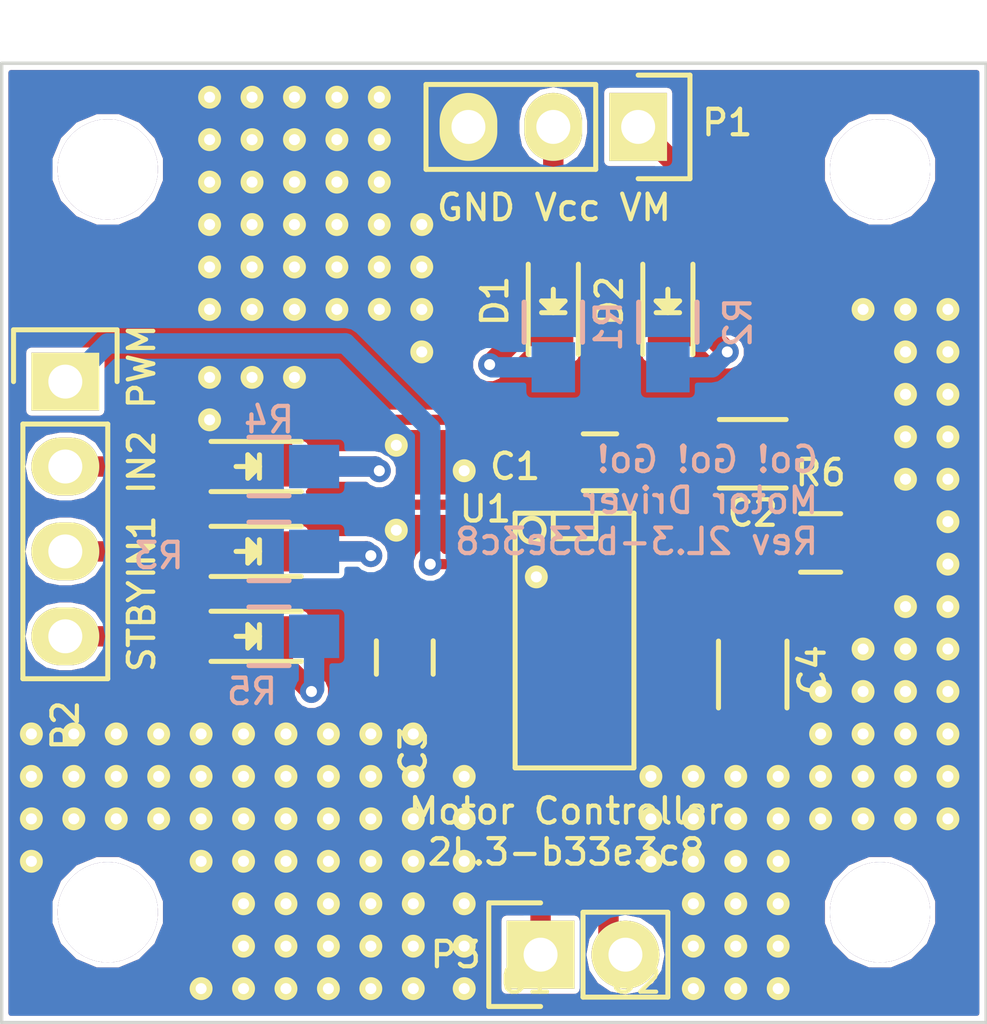
<source format=kicad_pcb>
(kicad_pcb (version 4) (host pcbnew 4.0.0-rc1-stable)

  (general
    (links 201)
    (no_connects 0)
    (area 137.108028 72.9361 176.423401 106.08056)
    (thickness 1.6)
    (drawings 11)
    (tracks 116)
    (zones 0)
    (modules 179)
    (nets 15)
  )

  (page A4)
  (layers
    (0 F.Cu signal)
    (31 B.Cu signal)
    (32 B.Adhes user)
    (33 F.Adhes user)
    (34 B.Paste user)
    (35 F.Paste user)
    (36 B.SilkS user)
    (37 F.SilkS user)
    (38 B.Mask user)
    (39 F.Mask user)
    (40 Dwgs.User user)
    (41 Cmts.User user)
    (42 Eco1.User user)
    (43 Eco2.User user)
    (44 Edge.Cuts user)
    (45 Margin user)
    (46 B.CrtYd user)
    (47 F.CrtYd user)
    (48 B.Fab user)
    (49 F.Fab user)
  )

  (setup
    (last_trace_width 0.1524)
    (user_trace_width 0.3048)
    (user_trace_width 0.6096)
    (trace_clearance 0.1524)
    (zone_clearance 0.1524)
    (zone_45_only no)
    (trace_min 0.1524)
    (segment_width 0.2)
    (edge_width 0.1)
    (via_size 0.6858)
    (via_drill 0.3302)
    (via_min_size 0.6858)
    (via_min_drill 0.3302)
    (uvia_size 0.3)
    (uvia_drill 0.1)
    (uvias_allowed no)
    (uvia_min_size 0)
    (uvia_min_drill 0)
    (pcb_text_width 0.3)
    (pcb_text_size 1.5 1.5)
    (mod_edge_width 0.127)
    (mod_text_size 0.762 0.762)
    (mod_text_width 0.127)
    (pad_size 0.6858 0.6858)
    (pad_drill 0.3302)
    (pad_to_mask_clearance 0)
    (aux_axis_origin 0 0)
    (visible_elements 7FFEFF7F)
    (pcbplotparams
      (layerselection 0x010fc_80000001)
      (usegerberextensions true)
      (excludeedgelayer true)
      (linewidth 0.100000)
      (plotframeref false)
      (viasonmask false)
      (mode 1)
      (useauxorigin false)
      (hpglpennumber 1)
      (hpglpenspeed 20)
      (hpglpendiameter 15)
      (hpglpenoverlay 2)
      (psnegative false)
      (psa4output false)
      (plotreference true)
      (plotvalue true)
      (plotinvisibletext false)
      (padsonsilk false)
      (subtractmaskfromsilk true)
      (outputformat 1)
      (mirror false)
      (drillshape 0)
      (scaleselection 1)
      (outputdirectory gerbers/))
  )

  (net 0 "")
  (net 1 GND)
  (net 2 /VM)
  (net 3 /PMW)
  (net 4 /IN2)
  (net 5 /IN1)
  (net 6 /STBY)
  (net 7 /O1)
  (net 8 /O2)
  (net 9 /Vcc)
  (net 10 "Net-(D1-Pad1)")
  (net 11 "Net-(D2-Pad1)")
  (net 12 "Net-(D3-Pad1)")
  (net 13 "Net-(IN1-Pad1)")
  (net 14 "Net-(IN2-Pad1)")

  (net_class Default "This is the default net class."
    (clearance 0.1524)
    (trace_width 0.1524)
    (via_dia 0.6858)
    (via_drill 0.3302)
    (uvia_dia 0.3)
    (uvia_drill 0.1)
    (add_net /IN1)
    (add_net /IN2)
    (add_net /O1)
    (add_net /O2)
    (add_net /PMW)
    (add_net /STBY)
    (add_net /VM)
    (add_net /Vcc)
    (add_net GND)
    (add_net "Net-(D1-Pad1)")
    (add_net "Net-(D2-Pad1)")
    (add_net "Net-(D3-Pad1)")
    (add_net "Net-(IN1-Pad1)")
    (add_net "Net-(IN2-Pad1)")
  )

  (module GoGoGo:Via (layer F.Cu) (tedit 5612E31A) (tstamp 5612F005)
    (at 169.926 87.376)
    (fp_text reference REF**111144 (at 0 -1.27) (layer F.SilkS) hide
      (effects (font (size 1 1) (thickness 0.15)))
    )
    (fp_text value Via (at 0 1.27) (layer F.Fab) hide
      (effects (font (size 1 1) (thickness 0.15)))
    )
    (pad 1 thru_hole circle (at 0 0) (size 0.6858 0.6858) (drill 0.3302) (layers *.Cu *.Mask F.SilkS)
      (net 1 GND) (zone_connect 2))
  )

  (module GoGoGo:Via (layer F.Cu) (tedit 5612E31A) (tstamp 5612EFFE)
    (at 169.926 86.106)
    (fp_text reference REF**111143 (at 0 -1.27) (layer F.SilkS) hide
      (effects (font (size 1 1) (thickness 0.15)))
    )
    (fp_text value Via (at 0 1.27) (layer F.Fab) hide
      (effects (font (size 1 1) (thickness 0.15)))
    )
    (pad 1 thru_hole circle (at 0 0) (size 0.6858 0.6858) (drill 0.3302) (layers *.Cu *.Mask F.SilkS)
      (net 1 GND) (zone_connect 2))
  )

  (module GoGoGo:Via (layer F.Cu) (tedit 5612E31A) (tstamp 5612EFF9)
    (at 169.926 84.836)
    (fp_text reference REF**111142 (at 0 -1.27) (layer F.SilkS) hide
      (effects (font (size 1 1) (thickness 0.15)))
    )
    (fp_text value Via (at 0 1.27) (layer F.Fab) hide
      (effects (font (size 1 1) (thickness 0.15)))
    )
    (pad 1 thru_hole circle (at 0 0) (size 0.6858 0.6858) (drill 0.3302) (layers *.Cu *.Mask F.SilkS)
      (net 1 GND) (zone_connect 2))
  )

  (module GoGoGo:Via (layer F.Cu) (tedit 5612E31A) (tstamp 5612EFF4)
    (at 169.926 83.566)
    (fp_text reference REF**111141 (at 0 -1.27) (layer F.SilkS) hide
      (effects (font (size 1 1) (thickness 0.15)))
    )
    (fp_text value Via (at 0 1.27) (layer F.Fab) hide
      (effects (font (size 1 1) (thickness 0.15)))
    )
    (pad 1 thru_hole circle (at 0 0) (size 0.6858 0.6858) (drill 0.3302) (layers *.Cu *.Mask F.SilkS)
      (net 1 GND) (zone_connect 2))
  )

  (module GoGoGo:Via (layer F.Cu) (tedit 5612E31A) (tstamp 5612EFE7)
    (at 168.656 82.296)
    (fp_text reference REF**111141 (at 0 -1.27) (layer F.SilkS) hide
      (effects (font (size 1 1) (thickness 0.15)))
    )
    (fp_text value Via (at 0 1.27) (layer F.Fab) hide
      (effects (font (size 1 1) (thickness 0.15)))
    )
    (pad 1 thru_hole circle (at 0 0) (size 0.6858 0.6858) (drill 0.3302) (layers *.Cu *.Mask F.SilkS)
      (net 1 GND) (zone_connect 2))
  )

  (module GoGoGo:Via (layer F.Cu) (tedit 5612E31A) (tstamp 5612EFDB)
    (at 169.926 82.296)
    (fp_text reference REF**111141 (at 0 -1.27) (layer F.SilkS) hide
      (effects (font (size 1 1) (thickness 0.15)))
    )
    (fp_text value Via (at 0 1.27) (layer F.Fab) hide
      (effects (font (size 1 1) (thickness 0.15)))
    )
    (pad 1 thru_hole circle (at 0 0) (size 0.6858 0.6858) (drill 0.3302) (layers *.Cu *.Mask F.SilkS)
      (net 1 GND) (zone_connect 2))
  )

  (module GoGoGo:Via (layer F.Cu) (tedit 5612E31A) (tstamp 5612EF69)
    (at 171.196 82.296)
    (fp_text reference REF**111141 (at 0 -1.27) (layer F.SilkS) hide
      (effects (font (size 1 1) (thickness 0.15)))
    )
    (fp_text value Via (at 0 1.27) (layer F.Fab) hide
      (effects (font (size 1 1) (thickness 0.15)))
    )
    (pad 1 thru_hole circle (at 0 0) (size 0.6858 0.6858) (drill 0.3302) (layers *.Cu *.Mask F.SilkS)
      (net 1 GND) (zone_connect 2))
  )

  (module GoGoGo:Via (layer F.Cu) (tedit 5612E31A) (tstamp 5612EF33)
    (at 171.196 83.566)
    (fp_text reference REF**111141 (at 0 -1.27) (layer F.SilkS) hide
      (effects (font (size 1 1) (thickness 0.15)))
    )
    (fp_text value Via (at 0 1.27) (layer F.Fab) hide
      (effects (font (size 1 1) (thickness 0.15)))
    )
    (pad 1 thru_hole circle (at 0 0) (size 0.6858 0.6858) (drill 0.3302) (layers *.Cu *.Mask F.SilkS)
      (net 1 GND) (zone_connect 2))
  )

  (module GoGoGo:Via (layer F.Cu) (tedit 5612E31A) (tstamp 5612EF2F)
    (at 171.196 84.836)
    (fp_text reference REF**111142 (at 0 -1.27) (layer F.SilkS) hide
      (effects (font (size 1 1) (thickness 0.15)))
    )
    (fp_text value Via (at 0 1.27) (layer F.Fab) hide
      (effects (font (size 1 1) (thickness 0.15)))
    )
    (pad 1 thru_hole circle (at 0 0) (size 0.6858 0.6858) (drill 0.3302) (layers *.Cu *.Mask F.SilkS)
      (net 1 GND) (zone_connect 2))
  )

  (module GoGoGo:Via (layer F.Cu) (tedit 5612E31A) (tstamp 5612EF2B)
    (at 171.196 86.106)
    (fp_text reference REF**111143 (at 0 -1.27) (layer F.SilkS) hide
      (effects (font (size 1 1) (thickness 0.15)))
    )
    (fp_text value Via (at 0 1.27) (layer F.Fab) hide
      (effects (font (size 1 1) (thickness 0.15)))
    )
    (pad 1 thru_hole circle (at 0 0) (size 0.6858 0.6858) (drill 0.3302) (layers *.Cu *.Mask F.SilkS)
      (net 1 GND) (zone_connect 2))
  )

  (module GoGoGo:Via (layer F.Cu) (tedit 5612E31A) (tstamp 5612EF27)
    (at 171.196 87.376)
    (fp_text reference REF**111144 (at 0 -1.27) (layer F.SilkS) hide
      (effects (font (size 1 1) (thickness 0.15)))
    )
    (fp_text value Via (at 0 1.27) (layer F.Fab) hide
      (effects (font (size 1 1) (thickness 0.15)))
    )
    (pad 1 thru_hole circle (at 0 0) (size 0.6858 0.6858) (drill 0.3302) (layers *.Cu *.Mask F.SilkS)
      (net 1 GND) (zone_connect 2))
  )

  (module GoGoGo:Via (layer F.Cu) (tedit 5612E31A) (tstamp 5612EF23)
    (at 171.196 88.646)
    (fp_text reference REF**111145 (at 0 -1.27) (layer F.SilkS) hide
      (effects (font (size 1 1) (thickness 0.15)))
    )
    (fp_text value Via (at 0 1.27) (layer F.Fab) hide
      (effects (font (size 1 1) (thickness 0.15)))
    )
    (pad 1 thru_hole circle (at 0 0) (size 0.6858 0.6858) (drill 0.3302) (layers *.Cu *.Mask F.SilkS)
      (net 1 GND) (zone_connect 2))
  )

  (module GoGoGo:Via (layer F.Cu) (tedit 5612E31A) (tstamp 5612EF1F)
    (at 171.196 89.916)
    (fp_text reference REF**111146 (at 0 -1.27) (layer F.SilkS) hide
      (effects (font (size 1 1) (thickness 0.15)))
    )
    (fp_text value Via (at 0 1.27) (layer F.Fab) hide
      (effects (font (size 1 1) (thickness 0.15)))
    )
    (pad 1 thru_hole circle (at 0 0) (size 0.6858 0.6858) (drill 0.3302) (layers *.Cu *.Mask F.SilkS)
      (net 1 GND) (zone_connect 2))
  )

  (module GoGoGo:Via (layer F.Cu) (tedit 5612E31A) (tstamp 5612EA55)
    (at 156.718 87.122)
    (fp_text reference REF**118 (at 0 -1.27) (layer F.SilkS) hide
      (effects (font (size 1 1) (thickness 0.15)))
    )
    (fp_text value Via (at 0 1.27) (layer F.Fab) hide
      (effects (font (size 1 1) (thickness 0.15)))
    )
    (pad 1 thru_hole circle (at 0 0) (size 0.6858 0.6858) (drill 0.3302) (layers *.Cu *.Mask F.SilkS)
      (net 1 GND) (zone_connect 2))
  )

  (module GoGoGo:Via (layer F.Cu) (tedit 5612E31A) (tstamp 5612EA50)
    (at 154.686 86.36)
    (fp_text reference REF**118 (at 0 -1.27) (layer F.SilkS) hide
      (effects (font (size 1 1) (thickness 0.15)))
    )
    (fp_text value Via (at 0 1.27) (layer F.Fab) hide
      (effects (font (size 1 1) (thickness 0.15)))
    )
    (pad 1 thru_hole circle (at 0 0) (size 0.6858 0.6858) (drill 0.3302) (layers *.Cu *.Mask F.SilkS)
      (net 1 GND) (zone_connect 2))
  )

  (module GoGoGo:Via (layer F.Cu) (tedit 5612E31A) (tstamp 5612EA4B)
    (at 158.877 90.297)
    (fp_text reference REF**118 (at 0 -1.27) (layer F.SilkS) hide
      (effects (font (size 1 1) (thickness 0.15)))
    )
    (fp_text value Via (at 0 1.27) (layer F.Fab) hide
      (effects (font (size 1 1) (thickness 0.15)))
    )
    (pad 1 thru_hole circle (at 0 0) (size 0.6858 0.6858) (drill 0.3302) (layers *.Cu *.Mask F.SilkS)
      (net 1 GND) (zone_connect 2))
  )

  (module GoGoGo:Via (layer F.Cu) (tedit 5612E31A) (tstamp 5612EA3E)
    (at 151.638 84.328)
    (fp_text reference REF**118 (at 0 -1.27) (layer F.SilkS) hide
      (effects (font (size 1 1) (thickness 0.15)))
    )
    (fp_text value Via (at 0 1.27) (layer F.Fab) hide
      (effects (font (size 1 1) (thickness 0.15)))
    )
    (pad 1 thru_hole circle (at 0 0) (size 0.6858 0.6858) (drill 0.3302) (layers *.Cu *.Mask F.SilkS)
      (net 1 GND) (zone_connect 2))
  )

  (module GoGoGo:Via (layer F.Cu) (tedit 5612E31A) (tstamp 5612EA39)
    (at 149.098 85.598)
    (fp_text reference REF**118 (at 0 -1.27) (layer F.SilkS) hide
      (effects (font (size 1 1) (thickness 0.15)))
    )
    (fp_text value Via (at 0 1.27) (layer F.Fab) hide
      (effects (font (size 1 1) (thickness 0.15)))
    )
    (pad 1 thru_hole circle (at 0 0) (size 0.6858 0.6858) (drill 0.3302) (layers *.Cu *.Mask F.SilkS)
      (net 1 GND) (zone_connect 2))
  )

  (module GoGoGo:Via (layer F.Cu) (tedit 5612E31A) (tstamp 5612EA34)
    (at 150.368 84.328)
    (fp_text reference REF**118 (at 0 -1.27) (layer F.SilkS) hide
      (effects (font (size 1 1) (thickness 0.15)))
    )
    (fp_text value Via (at 0 1.27) (layer F.Fab) hide
      (effects (font (size 1 1) (thickness 0.15)))
    )
    (pad 1 thru_hole circle (at 0 0) (size 0.6858 0.6858) (drill 0.3302) (layers *.Cu *.Mask F.SilkS)
      (net 1 GND) (zone_connect 2))
  )

  (module GoGoGo:Via (layer F.Cu) (tedit 5612E31A) (tstamp 5612EA25)
    (at 154.686 88.9)
    (fp_text reference REF**118 (at 0 -1.27) (layer F.SilkS) hide
      (effects (font (size 1 1) (thickness 0.15)))
    )
    (fp_text value Via (at 0 1.27) (layer F.Fab) hide
      (effects (font (size 1 1) (thickness 0.15)))
    )
    (pad 1 thru_hole circle (at 0 0) (size 0.6858 0.6858) (drill 0.3302) (layers *.Cu *.Mask F.SilkS)
      (net 1 GND) (zone_connect 2))
  )

  (module GoGoGo:Via (layer F.Cu) (tedit 5612E31A) (tstamp 5612EA11)
    (at 155.194 94.996)
    (fp_text reference REF**111111101 (at 0 -1.27) (layer F.SilkS) hide
      (effects (font (size 1 1) (thickness 0.15)))
    )
    (fp_text value Via (at 0 1.27) (layer F.Fab) hide
      (effects (font (size 1 1) (thickness 0.15)))
    )
    (pad 1 thru_hole circle (at 0 0) (size 0.6858 0.6858) (drill 0.3302) (layers *.Cu *.Mask F.SilkS)
      (net 1 GND) (zone_connect 2))
  )

  (module GoGoGo:Via (layer F.Cu) (tedit 5612E31A) (tstamp 5612EA0D)
    (at 153.924 94.996)
    (fp_text reference REF**11111191 (at 0 -1.27) (layer F.SilkS) hide
      (effects (font (size 1 1) (thickness 0.15)))
    )
    (fp_text value Via (at 0 1.27) (layer F.Fab) hide
      (effects (font (size 1 1) (thickness 0.15)))
    )
    (pad 1 thru_hole circle (at 0 0) (size 0.6858 0.6858) (drill 0.3302) (layers *.Cu *.Mask F.SilkS)
      (net 1 GND) (zone_connect 2))
  )

  (module GoGoGo:Via (layer F.Cu) (tedit 5612E31A) (tstamp 5612EA09)
    (at 152.654 94.996)
    (fp_text reference REF**11111181 (at 0 -1.27) (layer F.SilkS) hide
      (effects (font (size 1 1) (thickness 0.15)))
    )
    (fp_text value Via (at 0 1.27) (layer F.Fab) hide
      (effects (font (size 1 1) (thickness 0.15)))
    )
    (pad 1 thru_hole circle (at 0 0) (size 0.6858 0.6858) (drill 0.3302) (layers *.Cu *.Mask F.SilkS)
      (net 1 GND) (zone_connect 2))
  )

  (module GoGoGo:Via (layer F.Cu) (tedit 5612E31A) (tstamp 5612EA05)
    (at 151.384 94.996)
    (fp_text reference REF**11111171 (at 0 -1.27) (layer F.SilkS) hide
      (effects (font (size 1 1) (thickness 0.15)))
    )
    (fp_text value Via (at 0 1.27) (layer F.Fab) hide
      (effects (font (size 1 1) (thickness 0.15)))
    )
    (pad 1 thru_hole circle (at 0 0) (size 0.6858 0.6858) (drill 0.3302) (layers *.Cu *.Mask F.SilkS)
      (net 1 GND) (zone_connect 2))
  )

  (module GoGoGo:Via (layer F.Cu) (tedit 5612E31A) (tstamp 5612EA01)
    (at 150.114 94.996)
    (fp_text reference REF**11111161 (at 0 -1.27) (layer F.SilkS) hide
      (effects (font (size 1 1) (thickness 0.15)))
    )
    (fp_text value Via (at 0 1.27) (layer F.Fab) hide
      (effects (font (size 1 1) (thickness 0.15)))
    )
    (pad 1 thru_hole circle (at 0 0) (size 0.6858 0.6858) (drill 0.3302) (layers *.Cu *.Mask F.SilkS)
      (net 1 GND) (zone_connect 2))
  )

  (module GoGoGo:Via (layer F.Cu) (tedit 5612E31A) (tstamp 5612E9FD)
    (at 148.844 94.996)
    (fp_text reference REF**11111151 (at 0 -1.27) (layer F.SilkS) hide
      (effects (font (size 1 1) (thickness 0.15)))
    )
    (fp_text value Via (at 0 1.27) (layer F.Fab) hide
      (effects (font (size 1 1) (thickness 0.15)))
    )
    (pad 1 thru_hole circle (at 0 0) (size 0.6858 0.6858) (drill 0.3302) (layers *.Cu *.Mask F.SilkS)
      (net 1 GND) (zone_connect 2))
  )

  (module GoGoGo:Via (layer F.Cu) (tedit 5612E31A) (tstamp 5612E9F9)
    (at 147.574 94.996)
    (fp_text reference REF**11111141 (at 0 -1.27) (layer F.SilkS) hide
      (effects (font (size 1 1) (thickness 0.15)))
    )
    (fp_text value Via (at 0 1.27) (layer F.Fab) hide
      (effects (font (size 1 1) (thickness 0.15)))
    )
    (pad 1 thru_hole circle (at 0 0) (size 0.6858 0.6858) (drill 0.3302) (layers *.Cu *.Mask F.SilkS)
      (net 1 GND) (zone_connect 2))
  )

  (module GoGoGo:Via (layer F.Cu) (tedit 5612E31A) (tstamp 5612E9F5)
    (at 146.304 94.996)
    (fp_text reference REF**11111131 (at 0 -1.27) (layer F.SilkS) hide
      (effects (font (size 1 1) (thickness 0.15)))
    )
    (fp_text value Via (at 0 1.27) (layer F.Fab) hide
      (effects (font (size 1 1) (thickness 0.15)))
    )
    (pad 1 thru_hole circle (at 0 0) (size 0.6858 0.6858) (drill 0.3302) (layers *.Cu *.Mask F.SilkS)
      (net 1 GND) (zone_connect 2))
  )

  (module GoGoGo:Via (layer F.Cu) (tedit 5612E31A) (tstamp 5612E9F1)
    (at 145.034 94.996)
    (fp_text reference REF**11111121 (at 0 -1.27) (layer F.SilkS) hide
      (effects (font (size 1 1) (thickness 0.15)))
    )
    (fp_text value Via (at 0 1.27) (layer F.Fab) hide
      (effects (font (size 1 1) (thickness 0.15)))
    )
    (pad 1 thru_hole circle (at 0 0) (size 0.6858 0.6858) (drill 0.3302) (layers *.Cu *.Mask F.SilkS)
      (net 1 GND) (zone_connect 2))
  )

  (module GoGoGo:Via (layer F.Cu) (tedit 5612E31A) (tstamp 5612E991)
    (at 156.718 101.346)
    (fp_text reference REF**111111148 (at 0 -1.27) (layer F.SilkS) hide
      (effects (font (size 1 1) (thickness 0.15)))
    )
    (fp_text value Via (at 0 1.27) (layer F.Fab) hide
      (effects (font (size 1 1) (thickness 0.15)))
    )
    (pad 1 thru_hole circle (at 0 0) (size 0.6858 0.6858) (drill 0.3302) (layers *.Cu *.Mask F.SilkS)
      (net 1 GND) (zone_connect 2))
  )

  (module GoGoGo:Via (layer F.Cu) (tedit 5612E31A) (tstamp 5612E98D)
    (at 156.718 102.616)
    (fp_text reference REF**111111138 (at 0 -1.27) (layer F.SilkS) hide
      (effects (font (size 1 1) (thickness 0.15)))
    )
    (fp_text value Via (at 0 1.27) (layer F.Fab) hide
      (effects (font (size 1 1) (thickness 0.15)))
    )
    (pad 1 thru_hole circle (at 0 0) (size 0.6858 0.6858) (drill 0.3302) (layers *.Cu *.Mask F.SilkS)
      (net 1 GND) (zone_connect 2))
  )

  (module GoGoGo:Via (layer F.Cu) (tedit 5612E31A) (tstamp 5612E969)
    (at 156.718 100.076)
    (fp_text reference REF**111111147 (at 0 -1.27) (layer F.SilkS) hide
      (effects (font (size 1 1) (thickness 0.15)))
    )
    (fp_text value Via (at 0 1.27) (layer F.Fab) hide
      (effects (font (size 1 1) (thickness 0.15)))
    )
    (pad 1 thru_hole circle (at 0 0) (size 0.6858 0.6858) (drill 0.3302) (layers *.Cu *.Mask F.SilkS)
      (net 1 GND) (zone_connect 2))
  )

  (module GoGoGo:Via (layer F.Cu) (tedit 5612E31A) (tstamp 5612E959)
    (at 155.194 102.616)
    (fp_text reference REF**1111111106 (at 0 -1.27) (layer F.SilkS) hide
      (effects (font (size 1 1) (thickness 0.15)))
    )
    (fp_text value Via (at 0 1.27) (layer F.Fab) hide
      (effects (font (size 1 1) (thickness 0.15)))
    )
    (pad 1 thru_hole circle (at 0 0) (size 0.6858 0.6858) (drill 0.3302) (layers *.Cu *.Mask F.SilkS)
      (net 1 GND) (zone_connect 2))
  )

  (module GoGoGo:Via (layer F.Cu) (tedit 5612E31A) (tstamp 5612E955)
    (at 153.924 102.616)
    (fp_text reference REF**111111196 (at 0 -1.27) (layer F.SilkS) hide
      (effects (font (size 1 1) (thickness 0.15)))
    )
    (fp_text value Via (at 0 1.27) (layer F.Fab) hide
      (effects (font (size 1 1) (thickness 0.15)))
    )
    (pad 1 thru_hole circle (at 0 0) (size 0.6858 0.6858) (drill 0.3302) (layers *.Cu *.Mask F.SilkS)
      (net 1 GND) (zone_connect 2))
  )

  (module GoGoGo:Via (layer F.Cu) (tedit 5612E31A) (tstamp 5612E951)
    (at 152.654 102.616)
    (fp_text reference REF**111111186 (at 0 -1.27) (layer F.SilkS) hide
      (effects (font (size 1 1) (thickness 0.15)))
    )
    (fp_text value Via (at 0 1.27) (layer F.Fab) hide
      (effects (font (size 1 1) (thickness 0.15)))
    )
    (pad 1 thru_hole circle (at 0 0) (size 0.6858 0.6858) (drill 0.3302) (layers *.Cu *.Mask F.SilkS)
      (net 1 GND) (zone_connect 2))
  )

  (module GoGoGo:Via (layer F.Cu) (tedit 5612E31A) (tstamp 5612E94D)
    (at 151.384 102.616)
    (fp_text reference REF**111111176 (at 0 -1.27) (layer F.SilkS) hide
      (effects (font (size 1 1) (thickness 0.15)))
    )
    (fp_text value Via (at 0 1.27) (layer F.Fab) hide
      (effects (font (size 1 1) (thickness 0.15)))
    )
    (pad 1 thru_hole circle (at 0 0) (size 0.6858 0.6858) (drill 0.3302) (layers *.Cu *.Mask F.SilkS)
      (net 1 GND) (zone_connect 2))
  )

  (module GoGoGo:Via (layer F.Cu) (tedit 5612E31A) (tstamp 5612E949)
    (at 150.114 102.616)
    (fp_text reference REF**111111166 (at 0 -1.27) (layer F.SilkS) hide
      (effects (font (size 1 1) (thickness 0.15)))
    )
    (fp_text value Via (at 0 1.27) (layer F.Fab) hide
      (effects (font (size 1 1) (thickness 0.15)))
    )
    (pad 1 thru_hole circle (at 0 0) (size 0.6858 0.6858) (drill 0.3302) (layers *.Cu *.Mask F.SilkS)
      (net 1 GND) (zone_connect 2))
  )

  (module GoGoGo:Via (layer F.Cu) (tedit 5612E31A) (tstamp 5612E945)
    (at 148.844 102.616)
    (fp_text reference REF**111111156 (at 0 -1.27) (layer F.SilkS) hide
      (effects (font (size 1 1) (thickness 0.15)))
    )
    (fp_text value Via (at 0 1.27) (layer F.Fab) hide
      (effects (font (size 1 1) (thickness 0.15)))
    )
    (pad 1 thru_hole circle (at 0 0) (size 0.6858 0.6858) (drill 0.3302) (layers *.Cu *.Mask F.SilkS)
      (net 1 GND) (zone_connect 2))
  )

  (module GoGoGo:Via (layer F.Cu) (tedit 5612E31A) (tstamp 5612E941)
    (at 156.718 98.806)
    (fp_text reference REF**111111146 (at 0 -1.27) (layer F.SilkS) hide
      (effects (font (size 1 1) (thickness 0.15)))
    )
    (fp_text value Via (at 0 1.27) (layer F.Fab) hide
      (effects (font (size 1 1) (thickness 0.15)))
    )
    (pad 1 thru_hole circle (at 0 0) (size 0.6858 0.6858) (drill 0.3302) (layers *.Cu *.Mask F.SilkS)
      (net 1 GND) (zone_connect 2))
  )

  (module GoGoGo:Via (layer F.Cu) (tedit 5612E31A) (tstamp 5612E93D)
    (at 156.718 97.536)
    (fp_text reference REF**111111136 (at 0 -1.27) (layer F.SilkS) hide
      (effects (font (size 1 1) (thickness 0.15)))
    )
    (fp_text value Via (at 0 1.27) (layer F.Fab) hide
      (effects (font (size 1 1) (thickness 0.15)))
    )
    (pad 1 thru_hole circle (at 0 0) (size 0.6858 0.6858) (drill 0.3302) (layers *.Cu *.Mask F.SilkS)
      (net 1 GND) (zone_connect 2))
  )

  (module GoGoGo:Via (layer F.Cu) (tedit 5612E31A) (tstamp 5612E939)
    (at 156.718 96.266)
    (fp_text reference REF**111111126 (at 0 -1.27) (layer F.SilkS) hide
      (effects (font (size 1 1) (thickness 0.15)))
    )
    (fp_text value Via (at 0 1.27) (layer F.Fab) hide
      (effects (font (size 1 1) (thickness 0.15)))
    )
    (pad 1 thru_hole circle (at 0 0) (size 0.6858 0.6858) (drill 0.3302) (layers *.Cu *.Mask F.SilkS)
      (net 1 GND) (zone_connect 2))
  )

  (module GoGoGo:Via (layer F.Cu) (tedit 5612E31A) (tstamp 5612E931)
    (at 155.194 101.346)
    (fp_text reference REF**1111111105 (at 0 -1.27) (layer F.SilkS) hide
      (effects (font (size 1 1) (thickness 0.15)))
    )
    (fp_text value Via (at 0 1.27) (layer F.Fab) hide
      (effects (font (size 1 1) (thickness 0.15)))
    )
    (pad 1 thru_hole circle (at 0 0) (size 0.6858 0.6858) (drill 0.3302) (layers *.Cu *.Mask F.SilkS)
      (net 1 GND) (zone_connect 2))
  )

  (module GoGoGo:Via (layer F.Cu) (tedit 5612E31A) (tstamp 5612E92D)
    (at 153.924 101.346)
    (fp_text reference REF**111111195 (at 0 -1.27) (layer F.SilkS) hide
      (effects (font (size 1 1) (thickness 0.15)))
    )
    (fp_text value Via (at 0 1.27) (layer F.Fab) hide
      (effects (font (size 1 1) (thickness 0.15)))
    )
    (pad 1 thru_hole circle (at 0 0) (size 0.6858 0.6858) (drill 0.3302) (layers *.Cu *.Mask F.SilkS)
      (net 1 GND) (zone_connect 2))
  )

  (module GoGoGo:Via (layer F.Cu) (tedit 5612E31A) (tstamp 5612E929)
    (at 152.654 101.346)
    (fp_text reference REF**111111185 (at 0 -1.27) (layer F.SilkS) hide
      (effects (font (size 1 1) (thickness 0.15)))
    )
    (fp_text value Via (at 0 1.27) (layer F.Fab) hide
      (effects (font (size 1 1) (thickness 0.15)))
    )
    (pad 1 thru_hole circle (at 0 0) (size 0.6858 0.6858) (drill 0.3302) (layers *.Cu *.Mask F.SilkS)
      (net 1 GND) (zone_connect 2))
  )

  (module GoGoGo:Via (layer F.Cu) (tedit 5612E31A) (tstamp 5612E925)
    (at 151.384 101.346)
    (fp_text reference REF**111111175 (at 0 -1.27) (layer F.SilkS) hide
      (effects (font (size 1 1) (thickness 0.15)))
    )
    (fp_text value Via (at 0 1.27) (layer F.Fab) hide
      (effects (font (size 1 1) (thickness 0.15)))
    )
    (pad 1 thru_hole circle (at 0 0) (size 0.6858 0.6858) (drill 0.3302) (layers *.Cu *.Mask F.SilkS)
      (net 1 GND) (zone_connect 2))
  )

  (module GoGoGo:Via (layer F.Cu) (tedit 5612E31A) (tstamp 5612E921)
    (at 150.114 101.346)
    (fp_text reference REF**111111165 (at 0 -1.27) (layer F.SilkS) hide
      (effects (font (size 1 1) (thickness 0.15)))
    )
    (fp_text value Via (at 0 1.27) (layer F.Fab) hide
      (effects (font (size 1 1) (thickness 0.15)))
    )
    (pad 1 thru_hole circle (at 0 0) (size 0.6858 0.6858) (drill 0.3302) (layers *.Cu *.Mask F.SilkS)
      (net 1 GND) (zone_connect 2))
  )

  (module GoGoGo:Via (layer F.Cu) (tedit 5612E31A) (tstamp 5612E909)
    (at 155.194 100.076)
    (fp_text reference REF**1111111104 (at 0 -1.27) (layer F.SilkS) hide
      (effects (font (size 1 1) (thickness 0.15)))
    )
    (fp_text value Via (at 0 1.27) (layer F.Fab) hide
      (effects (font (size 1 1) (thickness 0.15)))
    )
    (pad 1 thru_hole circle (at 0 0) (size 0.6858 0.6858) (drill 0.3302) (layers *.Cu *.Mask F.SilkS)
      (net 1 GND) (zone_connect 2))
  )

  (module GoGoGo:Via (layer F.Cu) (tedit 5612E31A) (tstamp 5612E905)
    (at 153.924 100.076)
    (fp_text reference REF**111111194 (at 0 -1.27) (layer F.SilkS) hide
      (effects (font (size 1 1) (thickness 0.15)))
    )
    (fp_text value Via (at 0 1.27) (layer F.Fab) hide
      (effects (font (size 1 1) (thickness 0.15)))
    )
    (pad 1 thru_hole circle (at 0 0) (size 0.6858 0.6858) (drill 0.3302) (layers *.Cu *.Mask F.SilkS)
      (net 1 GND) (zone_connect 2))
  )

  (module GoGoGo:Via (layer F.Cu) (tedit 5612E31A) (tstamp 5612E901)
    (at 152.654 100.076)
    (fp_text reference REF**111111184 (at 0 -1.27) (layer F.SilkS) hide
      (effects (font (size 1 1) (thickness 0.15)))
    )
    (fp_text value Via (at 0 1.27) (layer F.Fab) hide
      (effects (font (size 1 1) (thickness 0.15)))
    )
    (pad 1 thru_hole circle (at 0 0) (size 0.6858 0.6858) (drill 0.3302) (layers *.Cu *.Mask F.SilkS)
      (net 1 GND) (zone_connect 2))
  )

  (module GoGoGo:Via (layer F.Cu) (tedit 5612E31A) (tstamp 5612E8FD)
    (at 151.384 100.076)
    (fp_text reference REF**111111174 (at 0 -1.27) (layer F.SilkS) hide
      (effects (font (size 1 1) (thickness 0.15)))
    )
    (fp_text value Via (at 0 1.27) (layer F.Fab) hide
      (effects (font (size 1 1) (thickness 0.15)))
    )
    (pad 1 thru_hole circle (at 0 0) (size 0.6858 0.6858) (drill 0.3302) (layers *.Cu *.Mask F.SilkS)
      (net 1 GND) (zone_connect 2))
  )

  (module GoGoGo:Via (layer F.Cu) (tedit 5612E31A) (tstamp 5612E8F9)
    (at 150.114 100.076)
    (fp_text reference REF**111111164 (at 0 -1.27) (layer F.SilkS) hide
      (effects (font (size 1 1) (thickness 0.15)))
    )
    (fp_text value Via (at 0 1.27) (layer F.Fab) hide
      (effects (font (size 1 1) (thickness 0.15)))
    )
    (pad 1 thru_hole circle (at 0 0) (size 0.6858 0.6858) (drill 0.3302) (layers *.Cu *.Mask F.SilkS)
      (net 1 GND) (zone_connect 2))
  )

  (module GoGoGo:Via (layer F.Cu) (tedit 5612E31A) (tstamp 5612E8E1)
    (at 155.194 98.806)
    (fp_text reference REF**1111111103 (at 0 -1.27) (layer F.SilkS) hide
      (effects (font (size 1 1) (thickness 0.15)))
    )
    (fp_text value Via (at 0 1.27) (layer F.Fab) hide
      (effects (font (size 1 1) (thickness 0.15)))
    )
    (pad 1 thru_hole circle (at 0 0) (size 0.6858 0.6858) (drill 0.3302) (layers *.Cu *.Mask F.SilkS)
      (net 1 GND) (zone_connect 2))
  )

  (module GoGoGo:Via (layer F.Cu) (tedit 5612E31A) (tstamp 5612E8DD)
    (at 153.924 98.806)
    (fp_text reference REF**111111193 (at 0 -1.27) (layer F.SilkS) hide
      (effects (font (size 1 1) (thickness 0.15)))
    )
    (fp_text value Via (at 0 1.27) (layer F.Fab) hide
      (effects (font (size 1 1) (thickness 0.15)))
    )
    (pad 1 thru_hole circle (at 0 0) (size 0.6858 0.6858) (drill 0.3302) (layers *.Cu *.Mask F.SilkS)
      (net 1 GND) (zone_connect 2))
  )

  (module GoGoGo:Via (layer F.Cu) (tedit 5612E31A) (tstamp 5612E8D9)
    (at 152.654 98.806)
    (fp_text reference REF**111111183 (at 0 -1.27) (layer F.SilkS) hide
      (effects (font (size 1 1) (thickness 0.15)))
    )
    (fp_text value Via (at 0 1.27) (layer F.Fab) hide
      (effects (font (size 1 1) (thickness 0.15)))
    )
    (pad 1 thru_hole circle (at 0 0) (size 0.6858 0.6858) (drill 0.3302) (layers *.Cu *.Mask F.SilkS)
      (net 1 GND) (zone_connect 2))
  )

  (module GoGoGo:Via (layer F.Cu) (tedit 5612E31A) (tstamp 5612E8D5)
    (at 151.384 98.806)
    (fp_text reference REF**111111173 (at 0 -1.27) (layer F.SilkS) hide
      (effects (font (size 1 1) (thickness 0.15)))
    )
    (fp_text value Via (at 0 1.27) (layer F.Fab) hide
      (effects (font (size 1 1) (thickness 0.15)))
    )
    (pad 1 thru_hole circle (at 0 0) (size 0.6858 0.6858) (drill 0.3302) (layers *.Cu *.Mask F.SilkS)
      (net 1 GND) (zone_connect 2))
  )

  (module GoGoGo:Via (layer F.Cu) (tedit 5612E31A) (tstamp 5612E8D1)
    (at 150.114 98.806)
    (fp_text reference REF**111111163 (at 0 -1.27) (layer F.SilkS) hide
      (effects (font (size 1 1) (thickness 0.15)))
    )
    (fp_text value Via (at 0 1.27) (layer F.Fab) hide
      (effects (font (size 1 1) (thickness 0.15)))
    )
    (pad 1 thru_hole circle (at 0 0) (size 0.6858 0.6858) (drill 0.3302) (layers *.Cu *.Mask F.SilkS)
      (net 1 GND) (zone_connect 2))
  )

  (module GoGoGo:Via (layer F.Cu) (tedit 5612E31A) (tstamp 5612E8CD)
    (at 148.844 98.806)
    (fp_text reference REF**111111153 (at 0 -1.27) (layer F.SilkS) hide
      (effects (font (size 1 1) (thickness 0.15)))
    )
    (fp_text value Via (at 0 1.27) (layer F.Fab) hide
      (effects (font (size 1 1) (thickness 0.15)))
    )
    (pad 1 thru_hole circle (at 0 0) (size 0.6858 0.6858) (drill 0.3302) (layers *.Cu *.Mask F.SilkS)
      (net 1 GND) (zone_connect 2))
  )

  (module GoGoGo:Via (layer F.Cu) (tedit 5612E31A) (tstamp 5612E8BD)
    (at 143.764 98.806)
    (fp_text reference REF**111111113 (at 0 -1.27) (layer F.SilkS) hide
      (effects (font (size 1 1) (thickness 0.15)))
    )
    (fp_text value Via (at 0 1.27) (layer F.Fab) hide
      (effects (font (size 1 1) (thickness 0.15)))
    )
    (pad 1 thru_hole circle (at 0 0) (size 0.6858 0.6858) (drill 0.3302) (layers *.Cu *.Mask F.SilkS)
      (net 1 GND) (zone_connect 2))
  )

  (module GoGoGo:Via (layer F.Cu) (tedit 5612E31A) (tstamp 5612E8B9)
    (at 155.194 97.536)
    (fp_text reference REF**1111111102 (at 0 -1.27) (layer F.SilkS) hide
      (effects (font (size 1 1) (thickness 0.15)))
    )
    (fp_text value Via (at 0 1.27) (layer F.Fab) hide
      (effects (font (size 1 1) (thickness 0.15)))
    )
    (pad 1 thru_hole circle (at 0 0) (size 0.6858 0.6858) (drill 0.3302) (layers *.Cu *.Mask F.SilkS)
      (net 1 GND) (zone_connect 2))
  )

  (module GoGoGo:Via (layer F.Cu) (tedit 5612E31A) (tstamp 5612E8B5)
    (at 153.924 97.536)
    (fp_text reference REF**111111192 (at 0 -1.27) (layer F.SilkS) hide
      (effects (font (size 1 1) (thickness 0.15)))
    )
    (fp_text value Via (at 0 1.27) (layer F.Fab) hide
      (effects (font (size 1 1) (thickness 0.15)))
    )
    (pad 1 thru_hole circle (at 0 0) (size 0.6858 0.6858) (drill 0.3302) (layers *.Cu *.Mask F.SilkS)
      (net 1 GND) (zone_connect 2))
  )

  (module GoGoGo:Via (layer F.Cu) (tedit 5612E31A) (tstamp 5612E8B1)
    (at 152.654 97.536)
    (fp_text reference REF**111111182 (at 0 -1.27) (layer F.SilkS) hide
      (effects (font (size 1 1) (thickness 0.15)))
    )
    (fp_text value Via (at 0 1.27) (layer F.Fab) hide
      (effects (font (size 1 1) (thickness 0.15)))
    )
    (pad 1 thru_hole circle (at 0 0) (size 0.6858 0.6858) (drill 0.3302) (layers *.Cu *.Mask F.SilkS)
      (net 1 GND) (zone_connect 2))
  )

  (module GoGoGo:Via (layer F.Cu) (tedit 5612E31A) (tstamp 5612E8AD)
    (at 151.384 97.536)
    (fp_text reference REF**111111172 (at 0 -1.27) (layer F.SilkS) hide
      (effects (font (size 1 1) (thickness 0.15)))
    )
    (fp_text value Via (at 0 1.27) (layer F.Fab) hide
      (effects (font (size 1 1) (thickness 0.15)))
    )
    (pad 1 thru_hole circle (at 0 0) (size 0.6858 0.6858) (drill 0.3302) (layers *.Cu *.Mask F.SilkS)
      (net 1 GND) (zone_connect 2))
  )

  (module GoGoGo:Via (layer F.Cu) (tedit 5612E31A) (tstamp 5612E8A9)
    (at 150.114 97.536)
    (fp_text reference REF**111111162 (at 0 -1.27) (layer F.SilkS) hide
      (effects (font (size 1 1) (thickness 0.15)))
    )
    (fp_text value Via (at 0 1.27) (layer F.Fab) hide
      (effects (font (size 1 1) (thickness 0.15)))
    )
    (pad 1 thru_hole circle (at 0 0) (size 0.6858 0.6858) (drill 0.3302) (layers *.Cu *.Mask F.SilkS)
      (net 1 GND) (zone_connect 2))
  )

  (module GoGoGo:Via (layer F.Cu) (tedit 5612E31A) (tstamp 5612E8A5)
    (at 148.844 97.536)
    (fp_text reference REF**111111152 (at 0 -1.27) (layer F.SilkS) hide
      (effects (font (size 1 1) (thickness 0.15)))
    )
    (fp_text value Via (at 0 1.27) (layer F.Fab) hide
      (effects (font (size 1 1) (thickness 0.15)))
    )
    (pad 1 thru_hole circle (at 0 0) (size 0.6858 0.6858) (drill 0.3302) (layers *.Cu *.Mask F.SilkS)
      (net 1 GND) (zone_connect 2))
  )

  (module GoGoGo:Via (layer F.Cu) (tedit 5612E31A) (tstamp 5612E8A1)
    (at 147.574 97.536)
    (fp_text reference REF**111111142 (at 0 -1.27) (layer F.SilkS) hide
      (effects (font (size 1 1) (thickness 0.15)))
    )
    (fp_text value Via (at 0 1.27) (layer F.Fab) hide
      (effects (font (size 1 1) (thickness 0.15)))
    )
    (pad 1 thru_hole circle (at 0 0) (size 0.6858 0.6858) (drill 0.3302) (layers *.Cu *.Mask F.SilkS)
      (net 1 GND) (zone_connect 2))
  )

  (module GoGoGo:Via (layer F.Cu) (tedit 5612E31A) (tstamp 5612E89D)
    (at 146.304 97.536)
    (fp_text reference REF**111111132 (at 0 -1.27) (layer F.SilkS) hide
      (effects (font (size 1 1) (thickness 0.15)))
    )
    (fp_text value Via (at 0 1.27) (layer F.Fab) hide
      (effects (font (size 1 1) (thickness 0.15)))
    )
    (pad 1 thru_hole circle (at 0 0) (size 0.6858 0.6858) (drill 0.3302) (layers *.Cu *.Mask F.SilkS)
      (net 1 GND) (zone_connect 2))
  )

  (module GoGoGo:Via (layer F.Cu) (tedit 5612E31A) (tstamp 5612E899)
    (at 145.034 97.536)
    (fp_text reference REF**111111122 (at 0 -1.27) (layer F.SilkS) hide
      (effects (font (size 1 1) (thickness 0.15)))
    )
    (fp_text value Via (at 0 1.27) (layer F.Fab) hide
      (effects (font (size 1 1) (thickness 0.15)))
    )
    (pad 1 thru_hole circle (at 0 0) (size 0.6858 0.6858) (drill 0.3302) (layers *.Cu *.Mask F.SilkS)
      (net 1 GND) (zone_connect 2))
  )

  (module GoGoGo:Via (layer F.Cu) (tedit 5612E31A) (tstamp 5612E895)
    (at 143.764 97.536)
    (fp_text reference REF**111111112 (at 0 -1.27) (layer F.SilkS) hide
      (effects (font (size 1 1) (thickness 0.15)))
    )
    (fp_text value Via (at 0 1.27) (layer F.Fab) hide
      (effects (font (size 1 1) (thickness 0.15)))
    )
    (pad 1 thru_hole circle (at 0 0) (size 0.6858 0.6858) (drill 0.3302) (layers *.Cu *.Mask F.SilkS)
      (net 1 GND) (zone_connect 2))
  )

  (module GoGoGo:Via (layer F.Cu) (tedit 5612E31A) (tstamp 5612E891)
    (at 155.194 96.266)
    (fp_text reference REF**1111111101 (at 0 -1.27) (layer F.SilkS) hide
      (effects (font (size 1 1) (thickness 0.15)))
    )
    (fp_text value Via (at 0 1.27) (layer F.Fab) hide
      (effects (font (size 1 1) (thickness 0.15)))
    )
    (pad 1 thru_hole circle (at 0 0) (size 0.6858 0.6858) (drill 0.3302) (layers *.Cu *.Mask F.SilkS)
      (net 1 GND) (zone_connect 2))
  )

  (module GoGoGo:Via (layer F.Cu) (tedit 5612E31A) (tstamp 5612E88D)
    (at 153.924 96.266)
    (fp_text reference REF**111111191 (at 0 -1.27) (layer F.SilkS) hide
      (effects (font (size 1 1) (thickness 0.15)))
    )
    (fp_text value Via (at 0 1.27) (layer F.Fab) hide
      (effects (font (size 1 1) (thickness 0.15)))
    )
    (pad 1 thru_hole circle (at 0 0) (size 0.6858 0.6858) (drill 0.3302) (layers *.Cu *.Mask F.SilkS)
      (net 1 GND) (zone_connect 2))
  )

  (module GoGoGo:Via (layer F.Cu) (tedit 5612E31A) (tstamp 5612E889)
    (at 152.654 96.266)
    (fp_text reference REF**111111181 (at 0 -1.27) (layer F.SilkS) hide
      (effects (font (size 1 1) (thickness 0.15)))
    )
    (fp_text value Via (at 0 1.27) (layer F.Fab) hide
      (effects (font (size 1 1) (thickness 0.15)))
    )
    (pad 1 thru_hole circle (at 0 0) (size 0.6858 0.6858) (drill 0.3302) (layers *.Cu *.Mask F.SilkS)
      (net 1 GND) (zone_connect 2))
  )

  (module GoGoGo:Via (layer F.Cu) (tedit 5612E31A) (tstamp 5612E885)
    (at 151.384 96.266)
    (fp_text reference REF**111111171 (at 0 -1.27) (layer F.SilkS) hide
      (effects (font (size 1 1) (thickness 0.15)))
    )
    (fp_text value Via (at 0 1.27) (layer F.Fab) hide
      (effects (font (size 1 1) (thickness 0.15)))
    )
    (pad 1 thru_hole circle (at 0 0) (size 0.6858 0.6858) (drill 0.3302) (layers *.Cu *.Mask F.SilkS)
      (net 1 GND) (zone_connect 2))
  )

  (module GoGoGo:Via (layer F.Cu) (tedit 5612E31A) (tstamp 5612E881)
    (at 150.114 96.266)
    (fp_text reference REF**111111161 (at 0 -1.27) (layer F.SilkS) hide
      (effects (font (size 1 1) (thickness 0.15)))
    )
    (fp_text value Via (at 0 1.27) (layer F.Fab) hide
      (effects (font (size 1 1) (thickness 0.15)))
    )
    (pad 1 thru_hole circle (at 0 0) (size 0.6858 0.6858) (drill 0.3302) (layers *.Cu *.Mask F.SilkS)
      (net 1 GND) (zone_connect 2))
  )

  (module GoGoGo:Via (layer F.Cu) (tedit 5612E31A) (tstamp 5612E87D)
    (at 148.844 96.266)
    (fp_text reference REF**111111151 (at 0 -1.27) (layer F.SilkS) hide
      (effects (font (size 1 1) (thickness 0.15)))
    )
    (fp_text value Via (at 0 1.27) (layer F.Fab) hide
      (effects (font (size 1 1) (thickness 0.15)))
    )
    (pad 1 thru_hole circle (at 0 0) (size 0.6858 0.6858) (drill 0.3302) (layers *.Cu *.Mask F.SilkS)
      (net 1 GND) (zone_connect 2))
  )

  (module GoGoGo:Via (layer F.Cu) (tedit 5612E31A) (tstamp 5612E879)
    (at 147.574 96.266)
    (fp_text reference REF**111111141 (at 0 -1.27) (layer F.SilkS) hide
      (effects (font (size 1 1) (thickness 0.15)))
    )
    (fp_text value Via (at 0 1.27) (layer F.Fab) hide
      (effects (font (size 1 1) (thickness 0.15)))
    )
    (pad 1 thru_hole circle (at 0 0) (size 0.6858 0.6858) (drill 0.3302) (layers *.Cu *.Mask F.SilkS)
      (net 1 GND) (zone_connect 2))
  )

  (module GoGoGo:Via (layer F.Cu) (tedit 5612E31A) (tstamp 5612E875)
    (at 146.304 96.266)
    (fp_text reference REF**111111131 (at 0 -1.27) (layer F.SilkS) hide
      (effects (font (size 1 1) (thickness 0.15)))
    )
    (fp_text value Via (at 0 1.27) (layer F.Fab) hide
      (effects (font (size 1 1) (thickness 0.15)))
    )
    (pad 1 thru_hole circle (at 0 0) (size 0.6858 0.6858) (drill 0.3302) (layers *.Cu *.Mask F.SilkS)
      (net 1 GND) (zone_connect 2))
  )

  (module GoGoGo:Via (layer F.Cu) (tedit 5612E31A) (tstamp 5612E871)
    (at 145.034 96.266)
    (fp_text reference REF**111111121 (at 0 -1.27) (layer F.SilkS) hide
      (effects (font (size 1 1) (thickness 0.15)))
    )
    (fp_text value Via (at 0 1.27) (layer F.Fab) hide
      (effects (font (size 1 1) (thickness 0.15)))
    )
    (pad 1 thru_hole circle (at 0 0) (size 0.6858 0.6858) (drill 0.3302) (layers *.Cu *.Mask F.SilkS)
      (net 1 GND) (zone_connect 2))
  )

  (module GoGoGo:Via (layer F.Cu) (tedit 5612E31A) (tstamp 5612E671)
    (at 143.764 96.266)
    (fp_text reference REF**111111111 (at 0 -1.27) (layer F.SilkS) hide
      (effects (font (size 1 1) (thickness 0.15)))
    )
    (fp_text value Via (at 0 1.27) (layer F.Fab) hide
      (effects (font (size 1 1) (thickness 0.15)))
    )
    (pad 1 thru_hole circle (at 0 0) (size 0.6858 0.6858) (drill 0.3302) (layers *.Cu *.Mask F.SilkS)
      (net 1 GND) (zone_connect 2))
  )

  (module GoGoGo:Via (layer F.Cu) (tedit 5612E31A) (tstamp 5612E661)
    (at 143.764 94.996)
    (fp_text reference REF**11111111 (at 0 -1.27) (layer F.SilkS) hide
      (effects (font (size 1 1) (thickness 0.15)))
    )
    (fp_text value Via (at 0 1.27) (layer F.Fab) hide
      (effects (font (size 1 1) (thickness 0.15)))
    )
    (pad 1 thru_hole circle (at 0 0) (size 0.6858 0.6858) (drill 0.3302) (layers *.Cu *.Mask F.SilkS)
      (net 1 GND) (zone_connect 2))
  )

  (module GoGoGo:Via (layer F.Cu) (tedit 5612E31A) (tstamp 5612E65D)
    (at 166.116 102.616)
    (fp_text reference REF**1111146 (at 0 -1.27) (layer F.SilkS) hide
      (effects (font (size 1 1) (thickness 0.15)))
    )
    (fp_text value Via (at 0 1.27) (layer F.Fab) hide
      (effects (font (size 1 1) (thickness 0.15)))
    )
    (pad 1 thru_hole circle (at 0 0) (size 0.6858 0.6858) (drill 0.3302) (layers *.Cu *.Mask F.SilkS)
      (net 1 GND) (zone_connect 2))
  )

  (module GoGoGo:Via (layer F.Cu) (tedit 5612E31A) (tstamp 5612E659)
    (at 164.846 102.616)
    (fp_text reference REF**1111136 (at 0 -1.27) (layer F.SilkS) hide
      (effects (font (size 1 1) (thickness 0.15)))
    )
    (fp_text value Via (at 0 1.27) (layer F.Fab) hide
      (effects (font (size 1 1) (thickness 0.15)))
    )
    (pad 1 thru_hole circle (at 0 0) (size 0.6858 0.6858) (drill 0.3302) (layers *.Cu *.Mask F.SilkS)
      (net 1 GND) (zone_connect 2))
  )

  (module GoGoGo:Via (layer F.Cu) (tedit 5612E31A) (tstamp 5612E655)
    (at 163.576 102.616)
    (fp_text reference REF**1111126 (at 0 -1.27) (layer F.SilkS) hide
      (effects (font (size 1 1) (thickness 0.15)))
    )
    (fp_text value Via (at 0 1.27) (layer F.Fab) hide
      (effects (font (size 1 1) (thickness 0.15)))
    )
    (pad 1 thru_hole circle (at 0 0) (size 0.6858 0.6858) (drill 0.3302) (layers *.Cu *.Mask F.SilkS)
      (net 1 GND) (zone_connect 2))
  )

  (module GoGoGo:Via (layer F.Cu) (tedit 5612E31A) (tstamp 5612E64D)
    (at 166.116 101.346)
    (fp_text reference REF**1111145 (at 0 -1.27) (layer F.SilkS) hide
      (effects (font (size 1 1) (thickness 0.15)))
    )
    (fp_text value Via (at 0 1.27) (layer F.Fab) hide
      (effects (font (size 1 1) (thickness 0.15)))
    )
    (pad 1 thru_hole circle (at 0 0) (size 0.6858 0.6858) (drill 0.3302) (layers *.Cu *.Mask F.SilkS)
      (net 1 GND) (zone_connect 2))
  )

  (module GoGoGo:Via (layer F.Cu) (tedit 5612E31A) (tstamp 5612E649)
    (at 164.846 101.346)
    (fp_text reference REF**1111135 (at 0 -1.27) (layer F.SilkS) hide
      (effects (font (size 1 1) (thickness 0.15)))
    )
    (fp_text value Via (at 0 1.27) (layer F.Fab) hide
      (effects (font (size 1 1) (thickness 0.15)))
    )
    (pad 1 thru_hole circle (at 0 0) (size 0.6858 0.6858) (drill 0.3302) (layers *.Cu *.Mask F.SilkS)
      (net 1 GND) (zone_connect 2))
  )

  (module GoGoGo:Via (layer F.Cu) (tedit 5612E31A) (tstamp 5612E645)
    (at 163.576 101.346)
    (fp_text reference REF**1111125 (at 0 -1.27) (layer F.SilkS) hide
      (effects (font (size 1 1) (thickness 0.15)))
    )
    (fp_text value Via (at 0 1.27) (layer F.Fab) hide
      (effects (font (size 1 1) (thickness 0.15)))
    )
    (pad 1 thru_hole circle (at 0 0) (size 0.6858 0.6858) (drill 0.3302) (layers *.Cu *.Mask F.SilkS)
      (net 1 GND) (zone_connect 2))
  )

  (module GoGoGo:Via (layer F.Cu) (tedit 5612E31A) (tstamp 5612E63D)
    (at 166.116 100.076)
    (fp_text reference REF**1111144 (at 0 -1.27) (layer F.SilkS) hide
      (effects (font (size 1 1) (thickness 0.15)))
    )
    (fp_text value Via (at 0 1.27) (layer F.Fab) hide
      (effects (font (size 1 1) (thickness 0.15)))
    )
    (pad 1 thru_hole circle (at 0 0) (size 0.6858 0.6858) (drill 0.3302) (layers *.Cu *.Mask F.SilkS)
      (net 1 GND) (zone_connect 2))
  )

  (module GoGoGo:Via (layer F.Cu) (tedit 5612E31A) (tstamp 5612E639)
    (at 164.846 100.076)
    (fp_text reference REF**1111134 (at 0 -1.27) (layer F.SilkS) hide
      (effects (font (size 1 1) (thickness 0.15)))
    )
    (fp_text value Via (at 0 1.27) (layer F.Fab) hide
      (effects (font (size 1 1) (thickness 0.15)))
    )
    (pad 1 thru_hole circle (at 0 0) (size 0.6858 0.6858) (drill 0.3302) (layers *.Cu *.Mask F.SilkS)
      (net 1 GND) (zone_connect 2))
  )

  (module GoGoGo:Via (layer F.Cu) (tedit 5612E31A) (tstamp 5612E635)
    (at 163.576 100.076)
    (fp_text reference REF**1111124 (at 0 -1.27) (layer F.SilkS) hide
      (effects (font (size 1 1) (thickness 0.15)))
    )
    (fp_text value Via (at 0 1.27) (layer F.Fab) hide
      (effects (font (size 1 1) (thickness 0.15)))
    )
    (pad 1 thru_hole circle (at 0 0) (size 0.6858 0.6858) (drill 0.3302) (layers *.Cu *.Mask F.SilkS)
      (net 1 GND) (zone_connect 2))
  )

  (module GoGoGo:Via (layer F.Cu) (tedit 5612E31A) (tstamp 5612E62D)
    (at 166.116 98.806)
    (fp_text reference REF**1111143 (at 0 -1.27) (layer F.SilkS) hide
      (effects (font (size 1 1) (thickness 0.15)))
    )
    (fp_text value Via (at 0 1.27) (layer F.Fab) hide
      (effects (font (size 1 1) (thickness 0.15)))
    )
    (pad 1 thru_hole circle (at 0 0) (size 0.6858 0.6858) (drill 0.3302) (layers *.Cu *.Mask F.SilkS)
      (net 1 GND) (zone_connect 2))
  )

  (module GoGoGo:Via (layer F.Cu) (tedit 5612E31A) (tstamp 5612E629)
    (at 164.846 98.806)
    (fp_text reference REF**1111133 (at 0 -1.27) (layer F.SilkS) hide
      (effects (font (size 1 1) (thickness 0.15)))
    )
    (fp_text value Via (at 0 1.27) (layer F.Fab) hide
      (effects (font (size 1 1) (thickness 0.15)))
    )
    (pad 1 thru_hole circle (at 0 0) (size 0.6858 0.6858) (drill 0.3302) (layers *.Cu *.Mask F.SilkS)
      (net 1 GND) (zone_connect 2))
  )

  (module GoGoGo:Via (layer F.Cu) (tedit 5612E31A) (tstamp 5612E625)
    (at 163.576 98.806)
    (fp_text reference REF**1111123 (at 0 -1.27) (layer F.SilkS) hide
      (effects (font (size 1 1) (thickness 0.15)))
    )
    (fp_text value Via (at 0 1.27) (layer F.Fab) hide
      (effects (font (size 1 1) (thickness 0.15)))
    )
    (pad 1 thru_hole circle (at 0 0) (size 0.6858 0.6858) (drill 0.3302) (layers *.Cu *.Mask F.SilkS)
      (net 1 GND) (zone_connect 2))
  )

  (module GoGoGo:Via (layer F.Cu) (tedit 5612E31A) (tstamp 5612E621)
    (at 162.306 98.806)
    (fp_text reference REF**1111113 (at 0 -1.27) (layer F.SilkS) hide
      (effects (font (size 1 1) (thickness 0.15)))
    )
    (fp_text value Via (at 0 1.27) (layer F.Fab) hide
      (effects (font (size 1 1) (thickness 0.15)))
    )
    (pad 1 thru_hole circle (at 0 0) (size 0.6858 0.6858) (drill 0.3302) (layers *.Cu *.Mask F.SilkS)
      (net 1 GND) (zone_connect 2))
  )

  (module GoGoGo:Via (layer F.Cu) (tedit 5612E31A) (tstamp 5612E61D)
    (at 166.116 97.536)
    (fp_text reference REF**1111142 (at 0 -1.27) (layer F.SilkS) hide
      (effects (font (size 1 1) (thickness 0.15)))
    )
    (fp_text value Via (at 0 1.27) (layer F.Fab) hide
      (effects (font (size 1 1) (thickness 0.15)))
    )
    (pad 1 thru_hole circle (at 0 0) (size 0.6858 0.6858) (drill 0.3302) (layers *.Cu *.Mask F.SilkS)
      (net 1 GND) (zone_connect 2))
  )

  (module GoGoGo:Via (layer F.Cu) (tedit 5612E31A) (tstamp 5612E619)
    (at 164.846 97.536)
    (fp_text reference REF**1111132 (at 0 -1.27) (layer F.SilkS) hide
      (effects (font (size 1 1) (thickness 0.15)))
    )
    (fp_text value Via (at 0 1.27) (layer F.Fab) hide
      (effects (font (size 1 1) (thickness 0.15)))
    )
    (pad 1 thru_hole circle (at 0 0) (size 0.6858 0.6858) (drill 0.3302) (layers *.Cu *.Mask F.SilkS)
      (net 1 GND) (zone_connect 2))
  )

  (module GoGoGo:Via (layer F.Cu) (tedit 5612E31A) (tstamp 5612E615)
    (at 163.576 97.536)
    (fp_text reference REF**1111122 (at 0 -1.27) (layer F.SilkS) hide
      (effects (font (size 1 1) (thickness 0.15)))
    )
    (fp_text value Via (at 0 1.27) (layer F.Fab) hide
      (effects (font (size 1 1) (thickness 0.15)))
    )
    (pad 1 thru_hole circle (at 0 0) (size 0.6858 0.6858) (drill 0.3302) (layers *.Cu *.Mask F.SilkS)
      (net 1 GND) (zone_connect 2))
  )

  (module GoGoGo:Via (layer F.Cu) (tedit 5612E31A) (tstamp 5612E611)
    (at 162.306 97.536)
    (fp_text reference REF**1111112 (at 0 -1.27) (layer F.SilkS) hide
      (effects (font (size 1 1) (thickness 0.15)))
    )
    (fp_text value Via (at 0 1.27) (layer F.Fab) hide
      (effects (font (size 1 1) (thickness 0.15)))
    )
    (pad 1 thru_hole circle (at 0 0) (size 0.6858 0.6858) (drill 0.3302) (layers *.Cu *.Mask F.SilkS)
      (net 1 GND) (zone_connect 2))
  )

  (module GoGoGo:Via (layer F.Cu) (tedit 5612E31A) (tstamp 5612E60D)
    (at 166.116 96.266)
    (fp_text reference REF**1111141 (at 0 -1.27) (layer F.SilkS) hide
      (effects (font (size 1 1) (thickness 0.15)))
    )
    (fp_text value Via (at 0 1.27) (layer F.Fab) hide
      (effects (font (size 1 1) (thickness 0.15)))
    )
    (pad 1 thru_hole circle (at 0 0) (size 0.6858 0.6858) (drill 0.3302) (layers *.Cu *.Mask F.SilkS)
      (net 1 GND) (zone_connect 2))
  )

  (module GoGoGo:Via (layer F.Cu) (tedit 5612E31A) (tstamp 5612E609)
    (at 164.846 96.266)
    (fp_text reference REF**1111131 (at 0 -1.27) (layer F.SilkS) hide
      (effects (font (size 1 1) (thickness 0.15)))
    )
    (fp_text value Via (at 0 1.27) (layer F.Fab) hide
      (effects (font (size 1 1) (thickness 0.15)))
    )
    (pad 1 thru_hole circle (at 0 0) (size 0.6858 0.6858) (drill 0.3302) (layers *.Cu *.Mask F.SilkS)
      (net 1 GND) (zone_connect 2))
  )

  (module GoGoGo:Via (layer F.Cu) (tedit 5612E31A) (tstamp 5612E605)
    (at 163.576 96.266)
    (fp_text reference REF**1111121 (at 0 -1.27) (layer F.SilkS) hide
      (effects (font (size 1 1) (thickness 0.15)))
    )
    (fp_text value Via (at 0 1.27) (layer F.Fab) hide
      (effects (font (size 1 1) (thickness 0.15)))
    )
    (pad 1 thru_hole circle (at 0 0) (size 0.6858 0.6858) (drill 0.3302) (layers *.Cu *.Mask F.SilkS)
      (net 1 GND) (zone_connect 2))
  )

  (module GoGoGo:Via (layer F.Cu) (tedit 5612E31A) (tstamp 5612E5FC)
    (at 162.306 96.266)
    (fp_text reference REF**1111111 (at 0 -1.27) (layer F.SilkS) hide
      (effects (font (size 1 1) (thickness 0.15)))
    )
    (fp_text value Via (at 0 1.27) (layer F.Fab) hide
      (effects (font (size 1 1) (thickness 0.15)))
    )
    (pad 1 thru_hole circle (at 0 0) (size 0.6858 0.6858) (drill 0.3302) (layers *.Cu *.Mask F.SilkS)
      (net 1 GND) (zone_connect 2))
  )

  (module GoGoGo:Via (layer F.Cu) (tedit 5612E31A) (tstamp 5612E5C8)
    (at 171.196 97.536)
    (fp_text reference REF**111146 (at 0 -1.27) (layer F.SilkS) hide
      (effects (font (size 1 1) (thickness 0.15)))
    )
    (fp_text value Via (at 0 1.27) (layer F.Fab) hide
      (effects (font (size 1 1) (thickness 0.15)))
    )
    (pad 1 thru_hole circle (at 0 0) (size 0.6858 0.6858) (drill 0.3302) (layers *.Cu *.Mask F.SilkS)
      (net 1 GND) (zone_connect 2))
  )

  (module GoGoGo:Via (layer F.Cu) (tedit 5612E31A) (tstamp 5612E5C4)
    (at 169.926 97.536)
    (fp_text reference REF**111136 (at 0 -1.27) (layer F.SilkS) hide
      (effects (font (size 1 1) (thickness 0.15)))
    )
    (fp_text value Via (at 0 1.27) (layer F.Fab) hide
      (effects (font (size 1 1) (thickness 0.15)))
    )
    (pad 1 thru_hole circle (at 0 0) (size 0.6858 0.6858) (drill 0.3302) (layers *.Cu *.Mask F.SilkS)
      (net 1 GND) (zone_connect 2))
  )

  (module GoGoGo:Via (layer F.Cu) (tedit 5612E31A) (tstamp 5612E5C0)
    (at 168.656 97.536)
    (fp_text reference REF**111126 (at 0 -1.27) (layer F.SilkS) hide
      (effects (font (size 1 1) (thickness 0.15)))
    )
    (fp_text value Via (at 0 1.27) (layer F.Fab) hide
      (effects (font (size 1 1) (thickness 0.15)))
    )
    (pad 1 thru_hole circle (at 0 0) (size 0.6858 0.6858) (drill 0.3302) (layers *.Cu *.Mask F.SilkS)
      (net 1 GND) (zone_connect 2))
  )

  (module GoGoGo:Via (layer F.Cu) (tedit 5612E31A) (tstamp 5612E5BC)
    (at 167.386 97.536)
    (fp_text reference REF**111116 (at 0 -1.27) (layer F.SilkS) hide
      (effects (font (size 1 1) (thickness 0.15)))
    )
    (fp_text value Via (at 0 1.27) (layer F.Fab) hide
      (effects (font (size 1 1) (thickness 0.15)))
    )
    (pad 1 thru_hole circle (at 0 0) (size 0.6858 0.6858) (drill 0.3302) (layers *.Cu *.Mask F.SilkS)
      (net 1 GND) (zone_connect 2))
  )

  (module GoGoGo:Via (layer F.Cu) (tedit 5612E31A) (tstamp 5612E5B4)
    (at 171.196 96.266)
    (fp_text reference REF**111145 (at 0 -1.27) (layer F.SilkS) hide
      (effects (font (size 1 1) (thickness 0.15)))
    )
    (fp_text value Via (at 0 1.27) (layer F.Fab) hide
      (effects (font (size 1 1) (thickness 0.15)))
    )
    (pad 1 thru_hole circle (at 0 0) (size 0.6858 0.6858) (drill 0.3302) (layers *.Cu *.Mask F.SilkS)
      (net 1 GND) (zone_connect 2))
  )

  (module GoGoGo:Via (layer F.Cu) (tedit 5612E31A) (tstamp 5612E5B0)
    (at 169.926 96.266)
    (fp_text reference REF**111135 (at 0 -1.27) (layer F.SilkS) hide
      (effects (font (size 1 1) (thickness 0.15)))
    )
    (fp_text value Via (at 0 1.27) (layer F.Fab) hide
      (effects (font (size 1 1) (thickness 0.15)))
    )
    (pad 1 thru_hole circle (at 0 0) (size 0.6858 0.6858) (drill 0.3302) (layers *.Cu *.Mask F.SilkS)
      (net 1 GND) (zone_connect 2))
  )

  (module GoGoGo:Via (layer F.Cu) (tedit 5612E31A) (tstamp 5612E5AC)
    (at 168.656 96.266)
    (fp_text reference REF**111125 (at 0 -1.27) (layer F.SilkS) hide
      (effects (font (size 1 1) (thickness 0.15)))
    )
    (fp_text value Via (at 0 1.27) (layer F.Fab) hide
      (effects (font (size 1 1) (thickness 0.15)))
    )
    (pad 1 thru_hole circle (at 0 0) (size 0.6858 0.6858) (drill 0.3302) (layers *.Cu *.Mask F.SilkS)
      (net 1 GND) (zone_connect 2))
  )

  (module GoGoGo:Via (layer F.Cu) (tedit 5612E31A) (tstamp 5612E5A8)
    (at 167.386 96.266)
    (fp_text reference REF**111115 (at 0 -1.27) (layer F.SilkS) hide
      (effects (font (size 1 1) (thickness 0.15)))
    )
    (fp_text value Via (at 0 1.27) (layer F.Fab) hide
      (effects (font (size 1 1) (thickness 0.15)))
    )
    (pad 1 thru_hole circle (at 0 0) (size 0.6858 0.6858) (drill 0.3302) (layers *.Cu *.Mask F.SilkS)
      (net 1 GND) (zone_connect 2))
  )

  (module GoGoGo:Via (layer F.Cu) (tedit 5612E31A) (tstamp 5612E5A0)
    (at 171.196 94.996)
    (fp_text reference REF**111144 (at 0 -1.27) (layer F.SilkS) hide
      (effects (font (size 1 1) (thickness 0.15)))
    )
    (fp_text value Via (at 0 1.27) (layer F.Fab) hide
      (effects (font (size 1 1) (thickness 0.15)))
    )
    (pad 1 thru_hole circle (at 0 0) (size 0.6858 0.6858) (drill 0.3302) (layers *.Cu *.Mask F.SilkS)
      (net 1 GND) (zone_connect 2))
  )

  (module GoGoGo:Via (layer F.Cu) (tedit 5612E31A) (tstamp 5612E59C)
    (at 169.926 94.996)
    (fp_text reference REF**111134 (at 0 -1.27) (layer F.SilkS) hide
      (effects (font (size 1 1) (thickness 0.15)))
    )
    (fp_text value Via (at 0 1.27) (layer F.Fab) hide
      (effects (font (size 1 1) (thickness 0.15)))
    )
    (pad 1 thru_hole circle (at 0 0) (size 0.6858 0.6858) (drill 0.3302) (layers *.Cu *.Mask F.SilkS)
      (net 1 GND) (zone_connect 2))
  )

  (module GoGoGo:Via (layer F.Cu) (tedit 5612E31A) (tstamp 5612E598)
    (at 168.656 94.996)
    (fp_text reference REF**111124 (at 0 -1.27) (layer F.SilkS) hide
      (effects (font (size 1 1) (thickness 0.15)))
    )
    (fp_text value Via (at 0 1.27) (layer F.Fab) hide
      (effects (font (size 1 1) (thickness 0.15)))
    )
    (pad 1 thru_hole circle (at 0 0) (size 0.6858 0.6858) (drill 0.3302) (layers *.Cu *.Mask F.SilkS)
      (net 1 GND) (zone_connect 2))
  )

  (module GoGoGo:Via (layer F.Cu) (tedit 5612E31A) (tstamp 5612E594)
    (at 167.386 94.996)
    (fp_text reference REF**111114 (at 0 -1.27) (layer F.SilkS) hide
      (effects (font (size 1 1) (thickness 0.15)))
    )
    (fp_text value Via (at 0 1.27) (layer F.Fab) hide
      (effects (font (size 1 1) (thickness 0.15)))
    )
    (pad 1 thru_hole circle (at 0 0) (size 0.6858 0.6858) (drill 0.3302) (layers *.Cu *.Mask F.SilkS)
      (net 1 GND) (zone_connect 2))
  )

  (module GoGoGo:Via (layer F.Cu) (tedit 5612E31A) (tstamp 5612E58C)
    (at 171.196 93.726)
    (fp_text reference REF**111143 (at 0 -1.27) (layer F.SilkS) hide
      (effects (font (size 1 1) (thickness 0.15)))
    )
    (fp_text value Via (at 0 1.27) (layer F.Fab) hide
      (effects (font (size 1 1) (thickness 0.15)))
    )
    (pad 1 thru_hole circle (at 0 0) (size 0.6858 0.6858) (drill 0.3302) (layers *.Cu *.Mask F.SilkS)
      (net 1 GND) (zone_connect 2))
  )

  (module GoGoGo:Via (layer F.Cu) (tedit 5612E31A) (tstamp 5612E588)
    (at 169.926 93.726)
    (fp_text reference REF**111133 (at 0 -1.27) (layer F.SilkS) hide
      (effects (font (size 1 1) (thickness 0.15)))
    )
    (fp_text value Via (at 0 1.27) (layer F.Fab) hide
      (effects (font (size 1 1) (thickness 0.15)))
    )
    (pad 1 thru_hole circle (at 0 0) (size 0.6858 0.6858) (drill 0.3302) (layers *.Cu *.Mask F.SilkS)
      (net 1 GND) (zone_connect 2))
  )

  (module GoGoGo:Via (layer F.Cu) (tedit 5612E31A) (tstamp 5612E584)
    (at 168.656 93.726)
    (fp_text reference REF**111123 (at 0 -1.27) (layer F.SilkS) hide
      (effects (font (size 1 1) (thickness 0.15)))
    )
    (fp_text value Via (at 0 1.27) (layer F.Fab) hide
      (effects (font (size 1 1) (thickness 0.15)))
    )
    (pad 1 thru_hole circle (at 0 0) (size 0.6858 0.6858) (drill 0.3302) (layers *.Cu *.Mask F.SilkS)
      (net 1 GND) (zone_connect 2))
  )

  (module GoGoGo:Via (layer F.Cu) (tedit 5612E31A) (tstamp 5612E580)
    (at 167.386 93.726)
    (fp_text reference REF**111113 (at 0 -1.27) (layer F.SilkS) hide
      (effects (font (size 1 1) (thickness 0.15)))
    )
    (fp_text value Via (at 0 1.27) (layer F.Fab) hide
      (effects (font (size 1 1) (thickness 0.15)))
    )
    (pad 1 thru_hole circle (at 0 0) (size 0.6858 0.6858) (drill 0.3302) (layers *.Cu *.Mask F.SilkS)
      (net 1 GND) (zone_connect 2))
  )

  (module GoGoGo:Via (layer F.Cu) (tedit 5612E31A) (tstamp 5612E578)
    (at 171.196 92.456)
    (fp_text reference REF**111142 (at 0 -1.27) (layer F.SilkS) hide
      (effects (font (size 1 1) (thickness 0.15)))
    )
    (fp_text value Via (at 0 1.27) (layer F.Fab) hide
      (effects (font (size 1 1) (thickness 0.15)))
    )
    (pad 1 thru_hole circle (at 0 0) (size 0.6858 0.6858) (drill 0.3302) (layers *.Cu *.Mask F.SilkS)
      (net 1 GND) (zone_connect 2))
  )

  (module GoGoGo:Via (layer F.Cu) (tedit 5612E31A) (tstamp 5612E574)
    (at 169.926 92.456)
    (fp_text reference REF**111132 (at 0 -1.27) (layer F.SilkS) hide
      (effects (font (size 1 1) (thickness 0.15)))
    )
    (fp_text value Via (at 0 1.27) (layer F.Fab) hide
      (effects (font (size 1 1) (thickness 0.15)))
    )
    (pad 1 thru_hole circle (at 0 0) (size 0.6858 0.6858) (drill 0.3302) (layers *.Cu *.Mask F.SilkS)
      (net 1 GND) (zone_connect 2))
  )

  (module GoGoGo:Via (layer F.Cu) (tedit 5612E31A) (tstamp 5612E570)
    (at 168.656 92.456)
    (fp_text reference REF**111122 (at 0 -1.27) (layer F.SilkS) hide
      (effects (font (size 1 1) (thickness 0.15)))
    )
    (fp_text value Via (at 0 1.27) (layer F.Fab) hide
      (effects (font (size 1 1) (thickness 0.15)))
    )
    (pad 1 thru_hole circle (at 0 0) (size 0.6858 0.6858) (drill 0.3302) (layers *.Cu *.Mask F.SilkS)
      (net 1 GND) (zone_connect 2))
  )

  (module GoGoGo:Via (layer F.Cu) (tedit 5612E31A) (tstamp 5612E564)
    (at 171.196 91.186)
    (fp_text reference REF**111141 (at 0 -1.27) (layer F.SilkS) hide
      (effects (font (size 1 1) (thickness 0.15)))
    )
    (fp_text value Via (at 0 1.27) (layer F.Fab) hide
      (effects (font (size 1 1) (thickness 0.15)))
    )
    (pad 1 thru_hole circle (at 0 0) (size 0.6858 0.6858) (drill 0.3302) (layers *.Cu *.Mask F.SilkS)
      (net 1 GND) (zone_connect 2))
  )

  (module GoGoGo:Via (layer F.Cu) (tedit 5612E31A) (tstamp 5612E560)
    (at 169.926 91.186)
    (fp_text reference REF**111131 (at 0 -1.27) (layer F.SilkS) hide
      (effects (font (size 1 1) (thickness 0.15)))
    )
    (fp_text value Via (at 0 1.27) (layer F.Fab) hide
      (effects (font (size 1 1) (thickness 0.15)))
    )
    (pad 1 thru_hole circle (at 0 0) (size 0.6858 0.6858) (drill 0.3302) (layers *.Cu *.Mask F.SilkS)
      (net 1 GND) (zone_connect 2))
  )

  (module GoGoGo:Via (layer F.Cu) (tedit 5612E31A) (tstamp 5612E43E)
    (at 155.448 79.756)
    (fp_text reference REF**158 (at 0 -1.27) (layer F.SilkS) hide
      (effects (font (size 1 1) (thickness 0.15)))
    )
    (fp_text value Via (at 0 1.27) (layer F.Fab) hide
      (effects (font (size 1 1) (thickness 0.15)))
    )
    (pad 1 thru_hole circle (at 0 0) (size 0.6858 0.6858) (drill 0.3302) (layers *.Cu *.Mask F.SilkS)
      (net 1 GND) (zone_connect 2))
  )

  (module GoGoGo:Via (layer F.Cu) (tedit 5612E31A) (tstamp 5612E43A)
    (at 155.448 81.026)
    (fp_text reference REF**148 (at 0 -1.27) (layer F.SilkS) hide
      (effects (font (size 1 1) (thickness 0.15)))
    )
    (fp_text value Via (at 0 1.27) (layer F.Fab) hide
      (effects (font (size 1 1) (thickness 0.15)))
    )
    (pad 1 thru_hole circle (at 0 0) (size 0.6858 0.6858) (drill 0.3302) (layers *.Cu *.Mask F.SilkS)
      (net 1 GND) (zone_connect 2))
  )

  (module GoGoGo:Via (layer F.Cu) (tedit 5612E31A) (tstamp 5612E436)
    (at 155.448 82.296)
    (fp_text reference REF**138 (at 0 -1.27) (layer F.SilkS) hide
      (effects (font (size 1 1) (thickness 0.15)))
    )
    (fp_text value Via (at 0 1.27) (layer F.Fab) hide
      (effects (font (size 1 1) (thickness 0.15)))
    )
    (pad 1 thru_hole circle (at 0 0) (size 0.6858 0.6858) (drill 0.3302) (layers *.Cu *.Mask F.SilkS)
      (net 1 GND) (zone_connect 2))
  )

  (module GoGoGo:Via (layer F.Cu) (tedit 5612E31A) (tstamp 5612E432)
    (at 155.448 83.566)
    (fp_text reference REF**128 (at 0 -1.27) (layer F.SilkS) hide
      (effects (font (size 1 1) (thickness 0.15)))
    )
    (fp_text value Via (at 0 1.27) (layer F.Fab) hide
      (effects (font (size 1 1) (thickness 0.15)))
    )
    (pad 1 thru_hole circle (at 0 0) (size 0.6858 0.6858) (drill 0.3302) (layers *.Cu *.Mask F.SilkS)
      (net 1 GND) (zone_connect 2))
  )

  (module GoGoGo:Via (layer F.Cu) (tedit 5612E31A) (tstamp 5612E42E)
    (at 149.098 84.328)
    (fp_text reference REF**118 (at 0 -1.27) (layer F.SilkS) hide
      (effects (font (size 1 1) (thickness 0.15)))
    )
    (fp_text value Via (at 0 1.27) (layer F.Fab) hide
      (effects (font (size 1 1) (thickness 0.15)))
    )
    (pad 1 thru_hole circle (at 0 0) (size 0.6858 0.6858) (drill 0.3302) (layers *.Cu *.Mask F.SilkS)
      (net 1 GND) (zone_connect 2))
  )

  (module GoGoGo:Via (layer F.Cu) (tedit 5612E31A) (tstamp 5612E416)
    (at 154.178 82.296)
    (fp_text reference REF**156 (at 0 -1.27) (layer F.SilkS) hide
      (effects (font (size 1 1) (thickness 0.15)))
    )
    (fp_text value Via (at 0 1.27) (layer F.Fab) hide
      (effects (font (size 1 1) (thickness 0.15)))
    )
    (pad 1 thru_hole circle (at 0 0) (size 0.6858 0.6858) (drill 0.3302) (layers *.Cu *.Mask F.SilkS)
      (net 1 GND) (zone_connect 2))
  )

  (module GoGoGo:Via (layer F.Cu) (tedit 5612E31A) (tstamp 5612E412)
    (at 152.908 82.296)
    (fp_text reference REF**146 (at 0 -1.27) (layer F.SilkS) hide
      (effects (font (size 1 1) (thickness 0.15)))
    )
    (fp_text value Via (at 0 1.27) (layer F.Fab) hide
      (effects (font (size 1 1) (thickness 0.15)))
    )
    (pad 1 thru_hole circle (at 0 0) (size 0.6858 0.6858) (drill 0.3302) (layers *.Cu *.Mask F.SilkS)
      (net 1 GND) (zone_connect 2))
  )

  (module GoGoGo:Via (layer F.Cu) (tedit 5612E31A) (tstamp 5612E40E)
    (at 151.638 82.296)
    (fp_text reference REF**136 (at 0 -1.27) (layer F.SilkS) hide
      (effects (font (size 1 1) (thickness 0.15)))
    )
    (fp_text value Via (at 0 1.27) (layer F.Fab) hide
      (effects (font (size 1 1) (thickness 0.15)))
    )
    (pad 1 thru_hole circle (at 0 0) (size 0.6858 0.6858) (drill 0.3302) (layers *.Cu *.Mask F.SilkS)
      (net 1 GND) (zone_connect 2))
  )

  (module GoGoGo:Via (layer F.Cu) (tedit 5612E31A) (tstamp 5612E40A)
    (at 150.368 82.296)
    (fp_text reference REF**126 (at 0 -1.27) (layer F.SilkS) hide
      (effects (font (size 1 1) (thickness 0.15)))
    )
    (fp_text value Via (at 0 1.27) (layer F.Fab) hide
      (effects (font (size 1 1) (thickness 0.15)))
    )
    (pad 1 thru_hole circle (at 0 0) (size 0.6858 0.6858) (drill 0.3302) (layers *.Cu *.Mask F.SilkS)
      (net 1 GND) (zone_connect 2))
  )

  (module GoGoGo:Via (layer F.Cu) (tedit 5612E31A) (tstamp 5612E406)
    (at 149.098 82.296)
    (fp_text reference REF**116 (at 0 -1.27) (layer F.SilkS) hide
      (effects (font (size 1 1) (thickness 0.15)))
    )
    (fp_text value Via (at 0 1.27) (layer F.Fab) hide
      (effects (font (size 1 1) (thickness 0.15)))
    )
    (pad 1 thru_hole circle (at 0 0) (size 0.6858 0.6858) (drill 0.3302) (layers *.Cu *.Mask F.SilkS)
      (net 1 GND) (zone_connect 2))
  )

  (module GoGoGo:Via (layer F.Cu) (tedit 5612E31A) (tstamp 5612E402)
    (at 154.178 81.026)
    (fp_text reference REF**155 (at 0 -1.27) (layer F.SilkS) hide
      (effects (font (size 1 1) (thickness 0.15)))
    )
    (fp_text value Via (at 0 1.27) (layer F.Fab) hide
      (effects (font (size 1 1) (thickness 0.15)))
    )
    (pad 1 thru_hole circle (at 0 0) (size 0.6858 0.6858) (drill 0.3302) (layers *.Cu *.Mask F.SilkS)
      (net 1 GND) (zone_connect 2))
  )

  (module GoGoGo:Via (layer F.Cu) (tedit 5612E31A) (tstamp 5612E3FE)
    (at 152.908 81.026)
    (fp_text reference REF**145 (at 0 -1.27) (layer F.SilkS) hide
      (effects (font (size 1 1) (thickness 0.15)))
    )
    (fp_text value Via (at 0 1.27) (layer F.Fab) hide
      (effects (font (size 1 1) (thickness 0.15)))
    )
    (pad 1 thru_hole circle (at 0 0) (size 0.6858 0.6858) (drill 0.3302) (layers *.Cu *.Mask F.SilkS)
      (net 1 GND) (zone_connect 2))
  )

  (module GoGoGo:Via (layer F.Cu) (tedit 5612E31A) (tstamp 5612E3FA)
    (at 151.638 81.026)
    (fp_text reference REF**135 (at 0 -1.27) (layer F.SilkS) hide
      (effects (font (size 1 1) (thickness 0.15)))
    )
    (fp_text value Via (at 0 1.27) (layer F.Fab) hide
      (effects (font (size 1 1) (thickness 0.15)))
    )
    (pad 1 thru_hole circle (at 0 0) (size 0.6858 0.6858) (drill 0.3302) (layers *.Cu *.Mask F.SilkS)
      (net 1 GND) (zone_connect 2))
  )

  (module GoGoGo:Via (layer F.Cu) (tedit 5612E31A) (tstamp 5612E3F6)
    (at 150.368 81.026)
    (fp_text reference REF**125 (at 0 -1.27) (layer F.SilkS) hide
      (effects (font (size 1 1) (thickness 0.15)))
    )
    (fp_text value Via (at 0 1.27) (layer F.Fab) hide
      (effects (font (size 1 1) (thickness 0.15)))
    )
    (pad 1 thru_hole circle (at 0 0) (size 0.6858 0.6858) (drill 0.3302) (layers *.Cu *.Mask F.SilkS)
      (net 1 GND) (zone_connect 2))
  )

  (module GoGoGo:Via (layer F.Cu) (tedit 5612E31A) (tstamp 5612E3F2)
    (at 149.098 81.026)
    (fp_text reference REF**115 (at 0 -1.27) (layer F.SilkS) hide
      (effects (font (size 1 1) (thickness 0.15)))
    )
    (fp_text value Via (at 0 1.27) (layer F.Fab) hide
      (effects (font (size 1 1) (thickness 0.15)))
    )
    (pad 1 thru_hole circle (at 0 0) (size 0.6858 0.6858) (drill 0.3302) (layers *.Cu *.Mask F.SilkS)
      (net 1 GND) (zone_connect 2))
  )

  (module GoGoGo:Via (layer F.Cu) (tedit 5612E31A) (tstamp 5612E3EE)
    (at 154.178 79.756)
    (fp_text reference REF**154 (at 0 -1.27) (layer F.SilkS) hide
      (effects (font (size 1 1) (thickness 0.15)))
    )
    (fp_text value Via (at 0 1.27) (layer F.Fab) hide
      (effects (font (size 1 1) (thickness 0.15)))
    )
    (pad 1 thru_hole circle (at 0 0) (size 0.6858 0.6858) (drill 0.3302) (layers *.Cu *.Mask F.SilkS)
      (net 1 GND) (zone_connect 2))
  )

  (module GoGoGo:Via (layer F.Cu) (tedit 5612E31A) (tstamp 5612E3EA)
    (at 152.908 79.756)
    (fp_text reference REF**144 (at 0 -1.27) (layer F.SilkS) hide
      (effects (font (size 1 1) (thickness 0.15)))
    )
    (fp_text value Via (at 0 1.27) (layer F.Fab) hide
      (effects (font (size 1 1) (thickness 0.15)))
    )
    (pad 1 thru_hole circle (at 0 0) (size 0.6858 0.6858) (drill 0.3302) (layers *.Cu *.Mask F.SilkS)
      (net 1 GND) (zone_connect 2))
  )

  (module GoGoGo:Via (layer F.Cu) (tedit 5612E31A) (tstamp 5612E3E6)
    (at 151.638 79.756)
    (fp_text reference REF**134 (at 0 -1.27) (layer F.SilkS) hide
      (effects (font (size 1 1) (thickness 0.15)))
    )
    (fp_text value Via (at 0 1.27) (layer F.Fab) hide
      (effects (font (size 1 1) (thickness 0.15)))
    )
    (pad 1 thru_hole circle (at 0 0) (size 0.6858 0.6858) (drill 0.3302) (layers *.Cu *.Mask F.SilkS)
      (net 1 GND) (zone_connect 2))
  )

  (module GoGoGo:Via (layer F.Cu) (tedit 5612E31A) (tstamp 5612E3E2)
    (at 150.368 79.756)
    (fp_text reference REF**124 (at 0 -1.27) (layer F.SilkS) hide
      (effects (font (size 1 1) (thickness 0.15)))
    )
    (fp_text value Via (at 0 1.27) (layer F.Fab) hide
      (effects (font (size 1 1) (thickness 0.15)))
    )
    (pad 1 thru_hole circle (at 0 0) (size 0.6858 0.6858) (drill 0.3302) (layers *.Cu *.Mask F.SilkS)
      (net 1 GND) (zone_connect 2))
  )

  (module GoGoGo:Via (layer F.Cu) (tedit 5612E31A) (tstamp 5612E3DE)
    (at 149.098 79.756)
    (fp_text reference REF**114 (at 0 -1.27) (layer F.SilkS) hide
      (effects (font (size 1 1) (thickness 0.15)))
    )
    (fp_text value Via (at 0 1.27) (layer F.Fab) hide
      (effects (font (size 1 1) (thickness 0.15)))
    )
    (pad 1 thru_hole circle (at 0 0) (size 0.6858 0.6858) (drill 0.3302) (layers *.Cu *.Mask F.SilkS)
      (net 1 GND) (zone_connect 2))
  )

  (module GoGoGo:Via (layer F.Cu) (tedit 5612E31A) (tstamp 5612E3DA)
    (at 154.178 78.486)
    (fp_text reference REF**153 (at 0 -1.27) (layer F.SilkS) hide
      (effects (font (size 1 1) (thickness 0.15)))
    )
    (fp_text value Via (at 0 1.27) (layer F.Fab) hide
      (effects (font (size 1 1) (thickness 0.15)))
    )
    (pad 1 thru_hole circle (at 0 0) (size 0.6858 0.6858) (drill 0.3302) (layers *.Cu *.Mask F.SilkS)
      (net 1 GND) (zone_connect 2))
  )

  (module GoGoGo:Via (layer F.Cu) (tedit 5612E31A) (tstamp 5612E3D6)
    (at 152.908 78.486)
    (fp_text reference REF**143 (at 0 -1.27) (layer F.SilkS) hide
      (effects (font (size 1 1) (thickness 0.15)))
    )
    (fp_text value Via (at 0 1.27) (layer F.Fab) hide
      (effects (font (size 1 1) (thickness 0.15)))
    )
    (pad 1 thru_hole circle (at 0 0) (size 0.6858 0.6858) (drill 0.3302) (layers *.Cu *.Mask F.SilkS)
      (net 1 GND) (zone_connect 2))
  )

  (module GoGoGo:Via (layer F.Cu) (tedit 5612E31A) (tstamp 5612E3D2)
    (at 151.638 78.486)
    (fp_text reference REF**133 (at 0 -1.27) (layer F.SilkS) hide
      (effects (font (size 1 1) (thickness 0.15)))
    )
    (fp_text value Via (at 0 1.27) (layer F.Fab) hide
      (effects (font (size 1 1) (thickness 0.15)))
    )
    (pad 1 thru_hole circle (at 0 0) (size 0.6858 0.6858) (drill 0.3302) (layers *.Cu *.Mask F.SilkS)
      (net 1 GND) (zone_connect 2))
  )

  (module GoGoGo:Via (layer F.Cu) (tedit 5612E31A) (tstamp 5612E3CE)
    (at 150.368 78.486)
    (fp_text reference REF**123 (at 0 -1.27) (layer F.SilkS) hide
      (effects (font (size 1 1) (thickness 0.15)))
    )
    (fp_text value Via (at 0 1.27) (layer F.Fab) hide
      (effects (font (size 1 1) (thickness 0.15)))
    )
    (pad 1 thru_hole circle (at 0 0) (size 0.6858 0.6858) (drill 0.3302) (layers *.Cu *.Mask F.SilkS)
      (net 1 GND) (zone_connect 2))
  )

  (module GoGoGo:Via (layer F.Cu) (tedit 5612E31A) (tstamp 5612E3CA)
    (at 149.098 78.486)
    (fp_text reference REF**113 (at 0 -1.27) (layer F.SilkS) hide
      (effects (font (size 1 1) (thickness 0.15)))
    )
    (fp_text value Via (at 0 1.27) (layer F.Fab) hide
      (effects (font (size 1 1) (thickness 0.15)))
    )
    (pad 1 thru_hole circle (at 0 0) (size 0.6858 0.6858) (drill 0.3302) (layers *.Cu *.Mask F.SilkS)
      (net 1 GND) (zone_connect 2))
  )

  (module GoGoGo:Via (layer F.Cu) (tedit 5612E31A) (tstamp 5612E3C6)
    (at 154.178 77.216)
    (fp_text reference REF**152 (at 0 -1.27) (layer F.SilkS) hide
      (effects (font (size 1 1) (thickness 0.15)))
    )
    (fp_text value Via (at 0 1.27) (layer F.Fab) hide
      (effects (font (size 1 1) (thickness 0.15)))
    )
    (pad 1 thru_hole circle (at 0 0) (size 0.6858 0.6858) (drill 0.3302) (layers *.Cu *.Mask F.SilkS)
      (net 1 GND) (zone_connect 2))
  )

  (module GoGoGo:Via (layer F.Cu) (tedit 5612E31A) (tstamp 5612E3C2)
    (at 152.908 77.216)
    (fp_text reference REF**142 (at 0 -1.27) (layer F.SilkS) hide
      (effects (font (size 1 1) (thickness 0.15)))
    )
    (fp_text value Via (at 0 1.27) (layer F.Fab) hide
      (effects (font (size 1 1) (thickness 0.15)))
    )
    (pad 1 thru_hole circle (at 0 0) (size 0.6858 0.6858) (drill 0.3302) (layers *.Cu *.Mask F.SilkS)
      (net 1 GND) (zone_connect 2))
  )

  (module GoGoGo:Via (layer F.Cu) (tedit 5612E31A) (tstamp 5612E3BE)
    (at 151.638 77.216)
    (fp_text reference REF**132 (at 0 -1.27) (layer F.SilkS) hide
      (effects (font (size 1 1) (thickness 0.15)))
    )
    (fp_text value Via (at 0 1.27) (layer F.Fab) hide
      (effects (font (size 1 1) (thickness 0.15)))
    )
    (pad 1 thru_hole circle (at 0 0) (size 0.6858 0.6858) (drill 0.3302) (layers *.Cu *.Mask F.SilkS)
      (net 1 GND) (zone_connect 2))
  )

  (module GoGoGo:Via (layer F.Cu) (tedit 5612E31A) (tstamp 5612E3BA)
    (at 150.368 77.216)
    (fp_text reference REF**122 (at 0 -1.27) (layer F.SilkS) hide
      (effects (font (size 1 1) (thickness 0.15)))
    )
    (fp_text value Via (at 0 1.27) (layer F.Fab) hide
      (effects (font (size 1 1) (thickness 0.15)))
    )
    (pad 1 thru_hole circle (at 0 0) (size 0.6858 0.6858) (drill 0.3302) (layers *.Cu *.Mask F.SilkS)
      (net 1 GND) (zone_connect 2))
  )

  (module GoGoGo:Via (layer F.Cu) (tedit 5612E31A) (tstamp 5612E3B6)
    (at 149.098 77.216)
    (fp_text reference REF**112 (at 0 -1.27) (layer F.SilkS) hide
      (effects (font (size 1 1) (thickness 0.15)))
    )
    (fp_text value Via (at 0 1.27) (layer F.Fab) hide
      (effects (font (size 1 1) (thickness 0.15)))
    )
    (pad 1 thru_hole circle (at 0 0) (size 0.6858 0.6858) (drill 0.3302) (layers *.Cu *.Mask F.SilkS)
      (net 1 GND) (zone_connect 2))
  )

  (module GoGoGo:Via (layer F.Cu) (tedit 5612E31A) (tstamp 5612E3B2)
    (at 154.178 75.946)
    (fp_text reference REF**151 (at 0 -1.27) (layer F.SilkS) hide
      (effects (font (size 1 1) (thickness 0.15)))
    )
    (fp_text value Via (at 0 1.27) (layer F.Fab) hide
      (effects (font (size 1 1) (thickness 0.15)))
    )
    (pad 1 thru_hole circle (at 0 0) (size 0.6858 0.6858) (drill 0.3302) (layers *.Cu *.Mask F.SilkS)
      (net 1 GND) (zone_connect 2))
  )

  (module GoGoGo:Via (layer F.Cu) (tedit 5612E31A) (tstamp 5612E3AE)
    (at 152.908 75.946)
    (fp_text reference REF**141 (at 0 -1.27) (layer F.SilkS) hide
      (effects (font (size 1 1) (thickness 0.15)))
    )
    (fp_text value Via (at 0 1.27) (layer F.Fab) hide
      (effects (font (size 1 1) (thickness 0.15)))
    )
    (pad 1 thru_hole circle (at 0 0) (size 0.6858 0.6858) (drill 0.3302) (layers *.Cu *.Mask F.SilkS)
      (net 1 GND) (zone_connect 2))
  )

  (module GoGoGo:Via (layer F.Cu) (tedit 5612E31A) (tstamp 5612E3AA)
    (at 151.638 75.946)
    (fp_text reference REF**131 (at 0 -1.27) (layer F.SilkS) hide
      (effects (font (size 1 1) (thickness 0.15)))
    )
    (fp_text value Via (at 0 1.27) (layer F.Fab) hide
      (effects (font (size 1 1) (thickness 0.15)))
    )
    (pad 1 thru_hole circle (at 0 0) (size 0.6858 0.6858) (drill 0.3302) (layers *.Cu *.Mask F.SilkS)
      (net 1 GND) (zone_connect 2))
  )

  (module GoGoGo:Via (layer F.Cu) (tedit 5612E31A) (tstamp 5612E3A6)
    (at 150.368 75.946)
    (fp_text reference REF**121 (at 0 -1.27) (layer F.SilkS) hide
      (effects (font (size 1 1) (thickness 0.15)))
    )
    (fp_text value Via (at 0 1.27) (layer F.Fab) hide
      (effects (font (size 1 1) (thickness 0.15)))
    )
    (pad 1 thru_hole circle (at 0 0) (size 0.6858 0.6858) (drill 0.3302) (layers *.Cu *.Mask F.SilkS)
      (net 1 GND) (zone_connect 2))
  )

  (module Mounting_Holes:MountingHole_3mm (layer F.Cu) (tedit 5612D5FE) (tstamp 5612D671)
    (at 169.164 100.33)
    (descr "Mounting hole, Befestigungsbohrung, 3mm, No Annular, Kein Restring,")
    (tags "Mounting hole, Befestigungsbohrung, 3mm, No Annular, Kein Restring,")
    (fp_text reference REF** (at 0 -4.0005) (layer F.SilkS) hide
      (effects (font (size 0.762 0.762) (thickness 0.127)))
    )
    (fp_text value MountingHole_3mm (at 1.00076 5.00126) (layer F.Fab) hide
      (effects (font (size 0.762 0.762) (thickness 0.127)))
    )
    (fp_circle (center 0 0) (end 3 0) (layer Cmts.User) (width 0.381))
    (pad 1 thru_hole circle (at 0 0) (size 3 3) (drill 3) (layers))
  )

  (module Mounting_Holes:MountingHole_3mm (layer F.Cu) (tedit 5612D5FE) (tstamp 5612D660)
    (at 146.05 100.33)
    (descr "Mounting hole, Befestigungsbohrung, 3mm, No Annular, Kein Restring,")
    (tags "Mounting hole, Befestigungsbohrung, 3mm, No Annular, Kein Restring,")
    (fp_text reference REF** (at 0 -4.0005) (layer F.SilkS) hide
      (effects (font (size 0.762 0.762) (thickness 0.127)))
    )
    (fp_text value MountingHole_3mm (at 1.00076 5.00126) (layer F.Fab) hide
      (effects (font (size 0.762 0.762) (thickness 0.127)))
    )
    (fp_circle (center 0 0) (end 3 0) (layer Cmts.User) (width 0.381))
    (pad 1 thru_hole circle (at 0 0) (size 3 3) (drill 3) (layers))
  )

  (module Mounting_Holes:MountingHole_3mm (layer F.Cu) (tedit 5612D5FE) (tstamp 5612D64D)
    (at 146.05 78.105)
    (descr "Mounting hole, Befestigungsbohrung, 3mm, No Annular, Kein Restring,")
    (tags "Mounting hole, Befestigungsbohrung, 3mm, No Annular, Kein Restring,")
    (fp_text reference REF** (at 0 -4.0005) (layer F.SilkS) hide
      (effects (font (size 0.762 0.762) (thickness 0.127)))
    )
    (fp_text value MountingHole_3mm (at 1.00076 5.00126) (layer F.Fab) hide
      (effects (font (size 0.762 0.762) (thickness 0.127)))
    )
    (fp_circle (center 0 0) (end 3 0) (layer Cmts.User) (width 0.381))
    (pad 1 thru_hole circle (at 0 0) (size 3 3) (drill 3) (layers))
  )

  (module Capacitors_SMD:C_0805 (layer F.Cu) (tedit 55BA7712) (tstamp 557F28DE)
    (at 160.782 86.868 180)
    (descr "Capacitor SMD 0805, reflow soldering, AVX (see smccp.pdf)")
    (tags "capacitor 0805")
    (path /557F258E)
    (attr smd)
    (fp_text reference C1 (at 2.54 -0.127 180) (layer F.SilkS)
      (effects (font (size 0.762 0.762) (thickness 0.127)))
    )
    (fp_text value 0.1u (at 0 2.1 180) (layer F.Fab)
      (effects (font (size 0.762 0.762) (thickness 0.127)))
    )
    (fp_line (start -1.8 -1) (end 1.8 -1) (layer F.CrtYd) (width 0.05))
    (fp_line (start -1.8 1) (end 1.8 1) (layer F.CrtYd) (width 0.05))
    (fp_line (start -1.8 -1) (end -1.8 1) (layer F.CrtYd) (width 0.05))
    (fp_line (start 1.8 -1) (end 1.8 1) (layer F.CrtYd) (width 0.05))
    (fp_line (start 0.5 -0.85) (end -0.5 -0.85) (layer F.SilkS) (width 0.15))
    (fp_line (start -0.5 0.85) (end 0.5 0.85) (layer F.SilkS) (width 0.15))
    (pad 1 smd rect (at -1 0 180) (size 1 1.25) (layers F.Cu F.Paste F.Mask)
      (net 9 /Vcc))
    (pad 2 smd rect (at 1 0 180) (size 1 1.25) (layers F.Cu F.Paste F.Mask)
      (net 1 GND))
    (model Capacitors_SMD.3dshapes/C_0805.wrl
      (at (xyz 0 0 0))
      (scale (xyz 1 1 1))
      (rotate (xyz 0 0 0))
    )
  )

  (module Capacitors_SMD:C_1206 (layer F.Cu) (tedit 55BA770F) (tstamp 557F28E4)
    (at 165.354 86.614)
    (descr "Capacitor SMD 1206, reflow soldering, AVX (see smccp.pdf)")
    (tags "capacitor 1206")
    (path /557F25B1)
    (attr smd)
    (fp_text reference C2 (at 0 1.778) (layer F.SilkS)
      (effects (font (size 0.762 0.762) (thickness 0.127)))
    )
    (fp_text value 10u (at 0 2.3) (layer F.Fab)
      (effects (font (size 0.762 0.762) (thickness 0.127)))
    )
    (fp_line (start -2.3 -1.15) (end 2.3 -1.15) (layer F.CrtYd) (width 0.05))
    (fp_line (start -2.3 1.15) (end 2.3 1.15) (layer F.CrtYd) (width 0.05))
    (fp_line (start -2.3 -1.15) (end -2.3 1.15) (layer F.CrtYd) (width 0.05))
    (fp_line (start 2.3 -1.15) (end 2.3 1.15) (layer F.CrtYd) (width 0.05))
    (fp_line (start 1 -1.025) (end -1 -1.025) (layer F.SilkS) (width 0.15))
    (fp_line (start -1 1.025) (end 1 1.025) (layer F.SilkS) (width 0.15))
    (pad 1 smd rect (at -1.5 0) (size 1 1.6) (layers F.Cu F.Paste F.Mask)
      (net 9 /Vcc))
    (pad 2 smd rect (at 1.5 0) (size 1 1.6) (layers F.Cu F.Paste F.Mask)
      (net 1 GND))
    (model Capacitors_SMD.3dshapes/C_1206.wrl
      (at (xyz 0 0 0))
      (scale (xyz 1 1 1))
      (rotate (xyz 0 0 0))
    )
  )

  (module Capacitors_SMD:C_0805 (layer F.Cu) (tedit 5612DE56) (tstamp 557F28EA)
    (at 154.94 92.71 270)
    (descr "Capacitor SMD 0805, reflow soldering, AVX (see smccp.pdf)")
    (tags "capacitor 0805")
    (path /557F25CA)
    (attr smd)
    (fp_text reference C3 (at 2.794 -0.254 270) (layer F.SilkS)
      (effects (font (size 0.762 0.762) (thickness 0.127)))
    )
    (fp_text value 0.1u (at 0 2.1 270) (layer F.Fab)
      (effects (font (size 0.762 0.762) (thickness 0.127)))
    )
    (fp_line (start -1.8 -1) (end 1.8 -1) (layer F.CrtYd) (width 0.05))
    (fp_line (start -1.8 1) (end 1.8 1) (layer F.CrtYd) (width 0.05))
    (fp_line (start -1.8 -1) (end -1.8 1) (layer F.CrtYd) (width 0.05))
    (fp_line (start 1.8 -1) (end 1.8 1) (layer F.CrtYd) (width 0.05))
    (fp_line (start 0.5 -0.85) (end -0.5 -0.85) (layer F.SilkS) (width 0.15))
    (fp_line (start -0.5 0.85) (end 0.5 0.85) (layer F.SilkS) (width 0.15))
    (pad 1 smd rect (at -1 0 270) (size 1 1.25) (layers F.Cu F.Paste F.Mask)
      (net 2 /VM))
    (pad 2 smd rect (at 1 0 270) (size 1 1.25) (layers F.Cu F.Paste F.Mask)
      (net 1 GND))
    (model Capacitors_SMD.3dshapes/C_0805.wrl
      (at (xyz 0 0 0))
      (scale (xyz 1 1 1))
      (rotate (xyz 0 0 0))
    )
  )

  (module Capacitors_SMD:C_1206 (layer F.Cu) (tedit 55BA78AE) (tstamp 557F28F0)
    (at 165.354 93.218 270)
    (descr "Capacitor SMD 1206, reflow soldering, AVX (see smccp.pdf)")
    (tags "capacitor 1206")
    (path /557F25F4)
    (attr smd)
    (fp_text reference C4 (at -0.127 -1.778 270) (layer F.SilkS)
      (effects (font (size 0.762 0.762) (thickness 0.127)))
    )
    (fp_text value 10u (at 0 2.3 270) (layer F.Fab)
      (effects (font (size 0.762 0.762) (thickness 0.127)))
    )
    (fp_line (start -2.3 -1.15) (end 2.3 -1.15) (layer F.CrtYd) (width 0.05))
    (fp_line (start -2.3 1.15) (end 2.3 1.15) (layer F.CrtYd) (width 0.05))
    (fp_line (start -2.3 -1.15) (end -2.3 1.15) (layer F.CrtYd) (width 0.05))
    (fp_line (start 2.3 -1.15) (end 2.3 1.15) (layer F.CrtYd) (width 0.05))
    (fp_line (start 1 -1.025) (end -1 -1.025) (layer F.SilkS) (width 0.15))
    (fp_line (start -1 1.025) (end 1 1.025) (layer F.SilkS) (width 0.15))
    (pad 1 smd rect (at -1.5 0 270) (size 1 1.6) (layers F.Cu F.Paste F.Mask)
      (net 2 /VM))
    (pad 2 smd rect (at 1.5 0 270) (size 1 1.6) (layers F.Cu F.Paste F.Mask)
      (net 1 GND))
    (model Capacitors_SMD.3dshapes/C_1206.wrl
      (at (xyz 0 0 0))
      (scale (xyz 1 1 1))
      (rotate (xyz 0 0 0))
    )
  )

  (module Pin_Headers:Pin_Header_Straight_1x04 (layer F.Cu) (tedit 5612DE3B) (tstamp 557F28FE)
    (at 144.78 84.455)
    (descr "Through hole pin header")
    (tags "pin header")
    (path /557F2B6D)
    (fp_text reference P2 (at 0 10.287 90) (layer F.SilkS)
      (effects (font (size 0.762 0.762) (thickness 0.127)))
    )
    (fp_text value Input (at 0 -3.1) (layer F.Fab)
      (effects (font (size 0.762 0.762) (thickness 0.127)))
    )
    (fp_line (start -1.75 -1.75) (end -1.75 9.4) (layer F.CrtYd) (width 0.05))
    (fp_line (start 1.75 -1.75) (end 1.75 9.4) (layer F.CrtYd) (width 0.05))
    (fp_line (start -1.75 -1.75) (end 1.75 -1.75) (layer F.CrtYd) (width 0.05))
    (fp_line (start -1.75 9.4) (end 1.75 9.4) (layer F.CrtYd) (width 0.05))
    (fp_line (start -1.27 1.27) (end -1.27 8.89) (layer F.SilkS) (width 0.15))
    (fp_line (start 1.27 1.27) (end 1.27 8.89) (layer F.SilkS) (width 0.15))
    (fp_line (start 1.55 -1.55) (end 1.55 0) (layer F.SilkS) (width 0.15))
    (fp_line (start -1.27 8.89) (end 1.27 8.89) (layer F.SilkS) (width 0.15))
    (fp_line (start 1.27 1.27) (end -1.27 1.27) (layer F.SilkS) (width 0.15))
    (fp_line (start -1.55 0) (end -1.55 -1.55) (layer F.SilkS) (width 0.15))
    (fp_line (start -1.55 -1.55) (end 1.55 -1.55) (layer F.SilkS) (width 0.15))
    (pad 1 thru_hole rect (at 0 0) (size 2.032 1.7272) (drill 1.016) (layers *.Cu *.Mask F.SilkS)
      (net 3 /PMW))
    (pad 2 thru_hole oval (at 0 2.54) (size 2.032 1.7272) (drill 1.016) (layers *.Cu *.Mask F.SilkS)
      (net 4 /IN2))
    (pad 3 thru_hole oval (at 0 5.08) (size 2.032 1.7272) (drill 1.016) (layers *.Cu *.Mask F.SilkS)
      (net 5 /IN1))
    (pad 4 thru_hole oval (at 0 7.62) (size 2.032 1.7272) (drill 1.016) (layers *.Cu *.Mask F.SilkS)
      (net 6 /STBY))
    (model Pin_Headers.3dshapes/Pin_Header_Straight_1x04.wrl
      (at (xyz 0 -0.15 0))
      (scale (xyz 1 1 1))
      (rotate (xyz 0 0 90))
    )
  )

  (module Pin_Headers:Pin_Header_Straight_1x02 (layer F.Cu) (tedit 5612DE41) (tstamp 557F2904)
    (at 159.004 101.6 90)
    (descr "Through hole pin header")
    (tags "pin header")
    (path /557F29DF)
    (fp_text reference P3 (at 0 -2.54 180) (layer F.SilkS)
      (effects (font (size 0.762 0.762) (thickness 0.127)))
    )
    (fp_text value Output (at 0 -3.1 90) (layer F.Fab)
      (effects (font (size 0.762 0.762) (thickness 0.127)))
    )
    (fp_line (start 1.27 1.27) (end 1.27 3.81) (layer F.SilkS) (width 0.15))
    (fp_line (start 1.55 -1.55) (end 1.55 0) (layer F.SilkS) (width 0.15))
    (fp_line (start -1.75 -1.75) (end -1.75 4.3) (layer F.CrtYd) (width 0.05))
    (fp_line (start 1.75 -1.75) (end 1.75 4.3) (layer F.CrtYd) (width 0.05))
    (fp_line (start -1.75 -1.75) (end 1.75 -1.75) (layer F.CrtYd) (width 0.05))
    (fp_line (start -1.75 4.3) (end 1.75 4.3) (layer F.CrtYd) (width 0.05))
    (fp_line (start 1.27 1.27) (end -1.27 1.27) (layer F.SilkS) (width 0.15))
    (fp_line (start -1.55 0) (end -1.55 -1.55) (layer F.SilkS) (width 0.15))
    (fp_line (start -1.55 -1.55) (end 1.55 -1.55) (layer F.SilkS) (width 0.15))
    (fp_line (start -1.27 1.27) (end -1.27 3.81) (layer F.SilkS) (width 0.15))
    (fp_line (start -1.27 3.81) (end 1.27 3.81) (layer F.SilkS) (width 0.15))
    (pad 1 thru_hole rect (at 0 0 90) (size 2.032 2.032) (drill 1.016) (layers *.Cu *.Mask F.SilkS)
      (net 7 /O1))
    (pad 2 thru_hole oval (at 0 2.54 90) (size 2.032 2.032) (drill 1.016) (layers *.Cu *.Mask F.SilkS)
      (net 8 /O2))
    (model Pin_Headers.3dshapes/Pin_Header_Straight_1x02.wrl
      (at (xyz 0 -0.05 0))
      (scale (xyz 1 1 1))
      (rotate (xyz 0 0 90))
    )
  )

  (module SMD_Packages:SSOP-20 (layer F.Cu) (tedit 55BA7900) (tstamp 557F291C)
    (at 160.02 92.202 270)
    (descr "SSOP 20 pins")
    (tags "CMS SSOP SMD")
    (path /557F2557)
    (attr smd)
    (fp_text reference U1 (at -3.937 2.667 360) (layer F.SilkS)
      (effects (font (size 0.762 0.762) (thickness 0.127)))
    )
    (fp_text value TB6593FNG (at 0 0.635 270) (layer F.Fab)
      (effects (font (size 0.762 0.762) (thickness 0.127)))
    )
    (fp_line (start 3.81 -1.778) (end -3.81 -1.778) (layer F.SilkS) (width 0.15))
    (fp_line (start -3.81 1.778) (end 3.81 1.778) (layer F.SilkS) (width 0.15))
    (fp_line (start 3.81 -1.778) (end 3.81 1.778) (layer F.SilkS) (width 0.15))
    (fp_line (start -3.81 1.778) (end -3.81 -1.778) (layer F.SilkS) (width 0.15))
    (fp_circle (center -3.302 1.27) (end -3.556 1.016) (layer F.SilkS) (width 0.15))
    (fp_line (start -3.81 -0.635) (end -3.048 -0.635) (layer F.SilkS) (width 0.15))
    (fp_line (start -3.048 -0.635) (end -3.048 0.635) (layer F.SilkS) (width 0.15))
    (fp_line (start -3.048 0.635) (end -3.81 0.635) (layer F.SilkS) (width 0.15))
    (pad 1 smd rect (at -2.921 2.667 270) (size 0.4064 1.27) (layers F.Cu F.Paste F.Mask)
      (net 1 GND))
    (pad 2 smd rect (at -2.286 2.667 270) (size 0.4064 1.27) (layers F.Cu F.Paste F.Mask)
      (net 3 /PMW))
    (pad 3 smd rect (at -1.6256 2.667 270) (size 0.4064 1.27) (layers F.Cu F.Paste F.Mask)
      (net 6 /STBY))
    (pad 4 smd rect (at -0.9652 2.667 270) (size 0.4064 1.27) (layers F.Cu F.Paste F.Mask)
      (net 2 /VM))
    (pad 5 smd rect (at -0.3302 2.667 270) (size 0.4064 1.27) (layers F.Cu F.Paste F.Mask)
      (net 2 /VM))
    (pad 6 smd rect (at 0.3302 2.667 270) (size 0.4064 1.27) (layers F.Cu F.Paste F.Mask)
      (net 7 /O1))
    (pad 7 smd rect (at 0.9906 2.667 270) (size 0.4064 1.27) (layers F.Cu F.Paste F.Mask)
      (net 7 /O1))
    (pad 8 smd rect (at 1.6256 2.667 270) (size 0.4064 1.27) (layers F.Cu F.Paste F.Mask)
      (net 1 GND))
    (pad 9 smd rect (at 2.286 2.667 270) (size 0.4064 1.27) (layers F.Cu F.Paste F.Mask)
      (net 1 GND))
    (pad 10 smd rect (at 2.921 2.667 270) (size 0.4064 1.27) (layers F.Cu F.Paste F.Mask)
      (net 1 GND))
    (pad 11 smd rect (at 2.921 -2.667 270) (size 0.4064 1.27) (layers F.Cu F.Paste F.Mask)
      (net 1 GND))
    (pad 12 smd rect (at 2.286 -2.667 270) (size 0.4064 1.27) (layers F.Cu F.Paste F.Mask)
      (net 1 GND))
    (pad 13 smd rect (at 1.6256 -2.667 270) (size 0.4064 1.27) (layers F.Cu F.Paste F.Mask)
      (net 1 GND))
    (pad 14 smd rect (at 0.9906 -2.667 270) (size 0.4064 1.27) (layers F.Cu F.Paste F.Mask)
      (net 8 /O2))
    (pad 15 smd rect (at 0.3302 -2.667 270) (size 0.4064 1.27) (layers F.Cu F.Paste F.Mask)
      (net 8 /O2))
    (pad 16 smd rect (at -0.3302 -2.667 270) (size 0.4064 1.27) (layers F.Cu F.Paste F.Mask)
      (net 2 /VM))
    (pad 17 smd rect (at -0.9652 -2.667 270) (size 0.4064 1.27) (layers F.Cu F.Paste F.Mask)
      (net 2 /VM))
    (pad 18 smd rect (at -1.6256 -2.667 270) (size 0.4064 1.27) (layers F.Cu F.Paste F.Mask)
      (net 5 /IN1))
    (pad 19 smd rect (at -2.286 -2.667 270) (size 0.4064 1.27) (layers F.Cu F.Paste F.Mask)
      (net 4 /IN2))
    (pad 20 smd rect (at -2.921 -2.667 270) (size 0.4064 1.27) (layers F.Cu F.Paste F.Mask)
      (net 9 /Vcc))
    (model SMD_Packages.3dshapes/SSOP-20.wrl
      (at (xyz 0 0 0))
      (scale (xyz 0.255 0.33 0.3))
      (rotate (xyz 0 0 0))
    )
  )

  (module Mounting_Holes:MountingHole_3mm (layer F.Cu) (tedit 5612D5FE) (tstamp 5612D5DF)
    (at 169.164 78.105)
    (descr "Mounting hole, Befestigungsbohrung, 3mm, No Annular, Kein Restring,")
    (tags "Mounting hole, Befestigungsbohrung, 3mm, No Annular, Kein Restring,")
    (fp_text reference REF** (at 0 -4.0005) (layer F.SilkS) hide
      (effects (font (size 0.762 0.762) (thickness 0.127)))
    )
    (fp_text value MountingHole_3mm (at 1.00076 5.00126) (layer F.Fab) hide
      (effects (font (size 0.762 0.762) (thickness 0.127)))
    )
    (fp_circle (center 0 0) (end 3 0) (layer Cmts.User) (width 0.381))
    (pad 1 thru_hole circle (at 0 0) (size 3 3) (drill 3) (layers))
  )

  (module LEDs:LED-0805 (layer F.Cu) (tedit 55BDE1C2) (tstamp 5612D8F8)
    (at 159.385 82.042 90)
    (descr "LED 0805 smd package")
    (tags "LED 0805 SMD")
    (path /5612D48B)
    (attr smd)
    (fp_text reference D1 (at 0 -1.75 90) (layer F.SilkS)
      (effects (font (size 0.762 0.762) (thickness 0.127)))
    )
    (fp_text value LED (at 0 1.75 90) (layer F.Fab)
      (effects (font (size 0.762 0.762) (thickness 0.127)))
    )
    (fp_line (start -1.6 0.75) (end 1.1 0.75) (layer F.SilkS) (width 0.15))
    (fp_line (start -1.6 -0.75) (end 1.1 -0.75) (layer F.SilkS) (width 0.15))
    (fp_line (start -0.1 0.15) (end -0.1 -0.1) (layer F.SilkS) (width 0.15))
    (fp_line (start -0.1 -0.1) (end -0.25 0.05) (layer F.SilkS) (width 0.15))
    (fp_line (start -0.35 -0.35) (end -0.35 0.35) (layer F.SilkS) (width 0.15))
    (fp_line (start 0 0) (end 0.35 0) (layer F.SilkS) (width 0.15))
    (fp_line (start -0.35 0) (end 0 -0.35) (layer F.SilkS) (width 0.15))
    (fp_line (start 0 -0.35) (end 0 0.35) (layer F.SilkS) (width 0.15))
    (fp_line (start 0 0.35) (end -0.35 0) (layer F.SilkS) (width 0.15))
    (fp_line (start 1.9 -0.95) (end 1.9 0.95) (layer F.CrtYd) (width 0.05))
    (fp_line (start 1.9 0.95) (end -1.9 0.95) (layer F.CrtYd) (width 0.05))
    (fp_line (start -1.9 0.95) (end -1.9 -0.95) (layer F.CrtYd) (width 0.05))
    (fp_line (start -1.9 -0.95) (end 1.9 -0.95) (layer F.CrtYd) (width 0.05))
    (pad 2 smd rect (at 1.04902 0 270) (size 1.19888 1.19888) (layers F.Cu F.Paste F.Mask)
      (net 9 /Vcc))
    (pad 1 smd rect (at -1.04902 0 270) (size 1.19888 1.19888) (layers F.Cu F.Paste F.Mask)
      (net 10 "Net-(D1-Pad1)"))
    (model LEDs.3dshapes/LED-0805.wrl
      (at (xyz 0 0 0))
      (scale (xyz 1 1 1))
      (rotate (xyz 0 0 0))
    )
  )

  (module LEDs:LED-0805 (layer F.Cu) (tedit 55BDE1C2) (tstamp 5612D8FE)
    (at 162.814 82.042 90)
    (descr "LED 0805 smd package")
    (tags "LED 0805 SMD")
    (path /5612DC37)
    (attr smd)
    (fp_text reference D2 (at 0 -1.75 90) (layer F.SilkS)
      (effects (font (size 0.762 0.762) (thickness 0.127)))
    )
    (fp_text value LED (at 0 1.75 90) (layer F.Fab)
      (effects (font (size 0.762 0.762) (thickness 0.127)))
    )
    (fp_line (start -1.6 0.75) (end 1.1 0.75) (layer F.SilkS) (width 0.15))
    (fp_line (start -1.6 -0.75) (end 1.1 -0.75) (layer F.SilkS) (width 0.15))
    (fp_line (start -0.1 0.15) (end -0.1 -0.1) (layer F.SilkS) (width 0.15))
    (fp_line (start -0.1 -0.1) (end -0.25 0.05) (layer F.SilkS) (width 0.15))
    (fp_line (start -0.35 -0.35) (end -0.35 0.35) (layer F.SilkS) (width 0.15))
    (fp_line (start 0 0) (end 0.35 0) (layer F.SilkS) (width 0.15))
    (fp_line (start -0.35 0) (end 0 -0.35) (layer F.SilkS) (width 0.15))
    (fp_line (start 0 -0.35) (end 0 0.35) (layer F.SilkS) (width 0.15))
    (fp_line (start 0 0.35) (end -0.35 0) (layer F.SilkS) (width 0.15))
    (fp_line (start 1.9 -0.95) (end 1.9 0.95) (layer F.CrtYd) (width 0.05))
    (fp_line (start 1.9 0.95) (end -1.9 0.95) (layer F.CrtYd) (width 0.05))
    (fp_line (start -1.9 0.95) (end -1.9 -0.95) (layer F.CrtYd) (width 0.05))
    (fp_line (start -1.9 -0.95) (end 1.9 -0.95) (layer F.CrtYd) (width 0.05))
    (pad 2 smd rect (at 1.04902 0 270) (size 1.19888 1.19888) (layers F.Cu F.Paste F.Mask)
      (net 2 /VM))
    (pad 1 smd rect (at -1.04902 0 270) (size 1.19888 1.19888) (layers F.Cu F.Paste F.Mask)
      (net 11 "Net-(D2-Pad1)"))
    (model LEDs.3dshapes/LED-0805.wrl
      (at (xyz 0 0 0))
      (scale (xyz 1 1 1))
      (rotate (xyz 0 0 0))
    )
  )

  (module LEDs:LED-0805 (layer F.Cu) (tedit 5612DE2B) (tstamp 5612D904)
    (at 150.241 92.075 180)
    (descr "LED 0805 smd package")
    (tags "LED 0805 SMD")
    (path /5612F210)
    (attr smd)
    (fp_text reference D3 (at 2.159 -2.159 180) (layer F.SilkS) hide
      (effects (font (size 0.762 0.762) (thickness 0.127)))
    )
    (fp_text value LED (at 0 1.75 180) (layer F.Fab)
      (effects (font (size 0.762 0.762) (thickness 0.127)))
    )
    (fp_line (start -1.6 0.75) (end 1.1 0.75) (layer F.SilkS) (width 0.15))
    (fp_line (start -1.6 -0.75) (end 1.1 -0.75) (layer F.SilkS) (width 0.15))
    (fp_line (start -0.1 0.15) (end -0.1 -0.1) (layer F.SilkS) (width 0.15))
    (fp_line (start -0.1 -0.1) (end -0.25 0.05) (layer F.SilkS) (width 0.15))
    (fp_line (start -0.35 -0.35) (end -0.35 0.35) (layer F.SilkS) (width 0.15))
    (fp_line (start 0 0) (end 0.35 0) (layer F.SilkS) (width 0.15))
    (fp_line (start -0.35 0) (end 0 -0.35) (layer F.SilkS) (width 0.15))
    (fp_line (start 0 -0.35) (end 0 0.35) (layer F.SilkS) (width 0.15))
    (fp_line (start 0 0.35) (end -0.35 0) (layer F.SilkS) (width 0.15))
    (fp_line (start 1.9 -0.95) (end 1.9 0.95) (layer F.CrtYd) (width 0.05))
    (fp_line (start 1.9 0.95) (end -1.9 0.95) (layer F.CrtYd) (width 0.05))
    (fp_line (start -1.9 0.95) (end -1.9 -0.95) (layer F.CrtYd) (width 0.05))
    (fp_line (start -1.9 -0.95) (end 1.9 -0.95) (layer F.CrtYd) (width 0.05))
    (pad 2 smd rect (at 1.04902 0) (size 1.19888 1.19888) (layers F.Cu F.Paste F.Mask)
      (net 6 /STBY))
    (pad 1 smd rect (at -1.04902 0) (size 1.19888 1.19888) (layers F.Cu F.Paste F.Mask)
      (net 12 "Net-(D3-Pad1)"))
    (model LEDs.3dshapes/LED-0805.wrl
      (at (xyz 0 0 0))
      (scale (xyz 1 1 1))
      (rotate (xyz 0 0 0))
    )
  )

  (module LEDs:LED-0805 (layer F.Cu) (tedit 5612DE18) (tstamp 5612D90A)
    (at 150.241 89.535 180)
    (descr "LED 0805 smd package")
    (tags "LED 0805 SMD")
    (path /5612E453)
    (attr smd)
    (fp_text reference IN1 (at 3.175 0.127 270) (layer F.SilkS)
      (effects (font (size 0.762 0.762) (thickness 0.127)))
    )
    (fp_text value LED (at 0 1.75 180) (layer F.Fab)
      (effects (font (size 0.762 0.762) (thickness 0.127)))
    )
    (fp_line (start -1.6 0.75) (end 1.1 0.75) (layer F.SilkS) (width 0.15))
    (fp_line (start -1.6 -0.75) (end 1.1 -0.75) (layer F.SilkS) (width 0.15))
    (fp_line (start -0.1 0.15) (end -0.1 -0.1) (layer F.SilkS) (width 0.15))
    (fp_line (start -0.1 -0.1) (end -0.25 0.05) (layer F.SilkS) (width 0.15))
    (fp_line (start -0.35 -0.35) (end -0.35 0.35) (layer F.SilkS) (width 0.15))
    (fp_line (start 0 0) (end 0.35 0) (layer F.SilkS) (width 0.15))
    (fp_line (start -0.35 0) (end 0 -0.35) (layer F.SilkS) (width 0.15))
    (fp_line (start 0 -0.35) (end 0 0.35) (layer F.SilkS) (width 0.15))
    (fp_line (start 0 0.35) (end -0.35 0) (layer F.SilkS) (width 0.15))
    (fp_line (start 1.9 -0.95) (end 1.9 0.95) (layer F.CrtYd) (width 0.05))
    (fp_line (start 1.9 0.95) (end -1.9 0.95) (layer F.CrtYd) (width 0.05))
    (fp_line (start -1.9 0.95) (end -1.9 -0.95) (layer F.CrtYd) (width 0.05))
    (fp_line (start -1.9 -0.95) (end 1.9 -0.95) (layer F.CrtYd) (width 0.05))
    (pad 2 smd rect (at 1.04902 0) (size 1.19888 1.19888) (layers F.Cu F.Paste F.Mask)
      (net 5 /IN1))
    (pad 1 smd rect (at -1.04902 0) (size 1.19888 1.19888) (layers F.Cu F.Paste F.Mask)
      (net 13 "Net-(IN1-Pad1)"))
    (model LEDs.3dshapes/LED-0805.wrl
      (at (xyz 0 0 0))
      (scale (xyz 1 1 1))
      (rotate (xyz 0 0 0))
    )
  )

  (module LEDs:LED-0805 (layer F.Cu) (tedit 5612DE0A) (tstamp 5612D910)
    (at 150.241 86.995 180)
    (descr "LED 0805 smd package")
    (tags "LED 0805 SMD")
    (path /5612E459)
    (attr smd)
    (fp_text reference IN2 (at 3.175 0.127 270) (layer F.SilkS)
      (effects (font (size 0.762 0.762) (thickness 0.127)))
    )
    (fp_text value LED (at 0 1.75 180) (layer F.Fab)
      (effects (font (size 0.762 0.762) (thickness 0.127)))
    )
    (fp_line (start -1.6 0.75) (end 1.1 0.75) (layer F.SilkS) (width 0.15))
    (fp_line (start -1.6 -0.75) (end 1.1 -0.75) (layer F.SilkS) (width 0.15))
    (fp_line (start -0.1 0.15) (end -0.1 -0.1) (layer F.SilkS) (width 0.15))
    (fp_line (start -0.1 -0.1) (end -0.25 0.05) (layer F.SilkS) (width 0.15))
    (fp_line (start -0.35 -0.35) (end -0.35 0.35) (layer F.SilkS) (width 0.15))
    (fp_line (start 0 0) (end 0.35 0) (layer F.SilkS) (width 0.15))
    (fp_line (start -0.35 0) (end 0 -0.35) (layer F.SilkS) (width 0.15))
    (fp_line (start 0 -0.35) (end 0 0.35) (layer F.SilkS) (width 0.15))
    (fp_line (start 0 0.35) (end -0.35 0) (layer F.SilkS) (width 0.15))
    (fp_line (start 1.9 -0.95) (end 1.9 0.95) (layer F.CrtYd) (width 0.05))
    (fp_line (start 1.9 0.95) (end -1.9 0.95) (layer F.CrtYd) (width 0.05))
    (fp_line (start -1.9 0.95) (end -1.9 -0.95) (layer F.CrtYd) (width 0.05))
    (fp_line (start -1.9 -0.95) (end 1.9 -0.95) (layer F.CrtYd) (width 0.05))
    (pad 2 smd rect (at 1.04902 0) (size 1.19888 1.19888) (layers F.Cu F.Paste F.Mask)
      (net 4 /IN2))
    (pad 1 smd rect (at -1.04902 0) (size 1.19888 1.19888) (layers F.Cu F.Paste F.Mask)
      (net 14 "Net-(IN2-Pad1)"))
    (model LEDs.3dshapes/LED-0805.wrl
      (at (xyz 0 0 0))
      (scale (xyz 1 1 1))
      (rotate (xyz 0 0 0))
    )
  )

  (module Pin_Headers:Pin_Header_Straight_1x03 (layer F.Cu) (tedit 5612E830) (tstamp 5612D917)
    (at 161.925 76.835 270)
    (descr "Through hole pin header")
    (tags "pin header")
    (path /5612D21A)
    (fp_text reference P1 (at -0.127 -2.667 360) (layer F.SilkS)
      (effects (font (size 0.762 0.762) (thickness 0.127)))
    )
    (fp_text value CONN_01X03 (at 0 -3.1 270) (layer F.Fab)
      (effects (font (size 0.762 0.762) (thickness 0.127)))
    )
    (fp_line (start -1.75 -1.75) (end -1.75 6.85) (layer F.CrtYd) (width 0.05))
    (fp_line (start 1.75 -1.75) (end 1.75 6.85) (layer F.CrtYd) (width 0.05))
    (fp_line (start -1.75 -1.75) (end 1.75 -1.75) (layer F.CrtYd) (width 0.05))
    (fp_line (start -1.75 6.85) (end 1.75 6.85) (layer F.CrtYd) (width 0.05))
    (fp_line (start -1.27 1.27) (end -1.27 6.35) (layer F.SilkS) (width 0.15))
    (fp_line (start -1.27 6.35) (end 1.27 6.35) (layer F.SilkS) (width 0.15))
    (fp_line (start 1.27 6.35) (end 1.27 1.27) (layer F.SilkS) (width 0.15))
    (fp_line (start 1.55 -1.55) (end 1.55 0) (layer F.SilkS) (width 0.15))
    (fp_line (start 1.27 1.27) (end -1.27 1.27) (layer F.SilkS) (width 0.15))
    (fp_line (start -1.55 0) (end -1.55 -1.55) (layer F.SilkS) (width 0.15))
    (fp_line (start -1.55 -1.55) (end 1.55 -1.55) (layer F.SilkS) (width 0.15))
    (pad 1 thru_hole rect (at 0 0 270) (size 2.032 1.7272) (drill 1.016) (layers *.Cu *.Mask F.SilkS)
      (net 2 /VM))
    (pad 2 thru_hole oval (at 0 2.54 270) (size 2.032 1.7272) (drill 1.016) (layers *.Cu *.Mask F.SilkS)
      (net 9 /Vcc))
    (pad 3 thru_hole oval (at 0 5.08 270) (size 2.032 1.7272) (drill 1.016) (layers *.Cu *.Mask F.SilkS)
      (net 1 GND))
    (model Pin_Headers.3dshapes/Pin_Header_Straight_1x03.wrl
      (at (xyz 0 -0.1 0))
      (scale (xyz 1 1 1))
      (rotate (xyz 0 0 90))
    )
  )

  (module Resistors_SMD:R_0805_HandSoldering (layer B.Cu) (tedit 5612E7EB) (tstamp 5612D91D)
    (at 159.385 82.677 90)
    (descr "Resistor SMD 0805, hand soldering")
    (tags "resistor 0805")
    (path /5612DC70)
    (attr smd)
    (fp_text reference R1 (at -0.127 1.651 90) (layer B.SilkS)
      (effects (font (size 0.762 0.762) (thickness 0.127)) (justify mirror))
    )
    (fp_text value 1KΩ (at 0 -2.1 90) (layer B.Fab)
      (effects (font (size 0.762 0.762) (thickness 0.127)) (justify mirror))
    )
    (fp_line (start -2.4 1) (end 2.4 1) (layer B.CrtYd) (width 0.05))
    (fp_line (start -2.4 -1) (end 2.4 -1) (layer B.CrtYd) (width 0.05))
    (fp_line (start -2.4 1) (end -2.4 -1) (layer B.CrtYd) (width 0.05))
    (fp_line (start 2.4 1) (end 2.4 -1) (layer B.CrtYd) (width 0.05))
    (fp_line (start 0.6 -0.875) (end -0.6 -0.875) (layer B.SilkS) (width 0.15))
    (fp_line (start -0.6 0.875) (end 0.6 0.875) (layer B.SilkS) (width 0.15))
    (pad 1 smd rect (at -1.35 0 90) (size 1.5 1.3) (layers B.Cu B.Paste B.Mask)
      (net 10 "Net-(D1-Pad1)"))
    (pad 2 smd rect (at 1.35 0 90) (size 1.5 1.3) (layers B.Cu B.Paste B.Mask)
      (net 1 GND))
    (model Resistors_SMD.3dshapes/R_0805_HandSoldering.wrl
      (at (xyz 0 0 0))
      (scale (xyz 1 1 1))
      (rotate (xyz 0 0 0))
    )
  )

  (module Resistors_SMD:R_0805_HandSoldering (layer B.Cu) (tedit 54189DEE) (tstamp 5612D923)
    (at 162.814 82.677 90)
    (descr "Resistor SMD 0805, hand soldering")
    (tags "resistor 0805")
    (path /5612DD04)
    (attr smd)
    (fp_text reference R2 (at 0 2.1 90) (layer B.SilkS)
      (effects (font (size 0.762 0.762) (thickness 0.127)) (justify mirror))
    )
    (fp_text value 1KΩ (at 0 -2.1 90) (layer B.Fab)
      (effects (font (size 0.762 0.762) (thickness 0.127)) (justify mirror))
    )
    (fp_line (start -2.4 1) (end 2.4 1) (layer B.CrtYd) (width 0.05))
    (fp_line (start -2.4 -1) (end 2.4 -1) (layer B.CrtYd) (width 0.05))
    (fp_line (start -2.4 1) (end -2.4 -1) (layer B.CrtYd) (width 0.05))
    (fp_line (start 2.4 1) (end 2.4 -1) (layer B.CrtYd) (width 0.05))
    (fp_line (start 0.6 -0.875) (end -0.6 -0.875) (layer B.SilkS) (width 0.15))
    (fp_line (start -0.6 0.875) (end 0.6 0.875) (layer B.SilkS) (width 0.15))
    (pad 1 smd rect (at -1.35 0 90) (size 1.5 1.3) (layers B.Cu B.Paste B.Mask)
      (net 11 "Net-(D2-Pad1)"))
    (pad 2 smd rect (at 1.35 0 90) (size 1.5 1.3) (layers B.Cu B.Paste B.Mask)
      (net 1 GND))
    (model Resistors_SMD.3dshapes/R_0805_HandSoldering.wrl
      (at (xyz 0 0 0))
      (scale (xyz 1 1 1))
      (rotate (xyz 0 0 0))
    )
  )

  (module Resistors_SMD:R_0805_HandSoldering (layer B.Cu) (tedit 5612DDEB) (tstamp 5612D929)
    (at 150.876 89.535 180)
    (descr "Resistor SMD 0805, hand soldering")
    (tags "resistor 0805")
    (path /5612E45F)
    (attr smd)
    (fp_text reference R3 (at 3.302 -0.127 180) (layer B.SilkS)
      (effects (font (size 0.762 0.762) (thickness 0.127)) (justify mirror))
    )
    (fp_text value 1KΩ (at 0 -2.1 180) (layer B.Fab)
      (effects (font (size 0.762 0.762) (thickness 0.127)) (justify mirror))
    )
    (fp_line (start -2.4 1) (end 2.4 1) (layer B.CrtYd) (width 0.05))
    (fp_line (start -2.4 -1) (end 2.4 -1) (layer B.CrtYd) (width 0.05))
    (fp_line (start -2.4 1) (end -2.4 -1) (layer B.CrtYd) (width 0.05))
    (fp_line (start 2.4 1) (end 2.4 -1) (layer B.CrtYd) (width 0.05))
    (fp_line (start 0.6 -0.875) (end -0.6 -0.875) (layer B.SilkS) (width 0.15))
    (fp_line (start -0.6 0.875) (end 0.6 0.875) (layer B.SilkS) (width 0.15))
    (pad 1 smd rect (at -1.35 0 180) (size 1.5 1.3) (layers B.Cu B.Paste B.Mask)
      (net 13 "Net-(IN1-Pad1)"))
    (pad 2 smd rect (at 1.35 0 180) (size 1.5 1.3) (layers B.Cu B.Paste B.Mask)
      (net 1 GND))
    (model Resistors_SMD.3dshapes/R_0805_HandSoldering.wrl
      (at (xyz 0 0 0))
      (scale (xyz 1 1 1))
      (rotate (xyz 0 0 0))
    )
  )

  (module Resistors_SMD:R_0805_HandSoldering (layer B.Cu) (tedit 5612DDF1) (tstamp 5612D92F)
    (at 150.876 86.995 180)
    (descr "Resistor SMD 0805, hand soldering")
    (tags "resistor 0805")
    (path /5612E465)
    (attr smd)
    (fp_text reference R4 (at 0 1.397 180) (layer B.SilkS)
      (effects (font (size 0.762 0.762) (thickness 0.127)) (justify mirror))
    )
    (fp_text value 1KΩ (at 0 -2.1 180) (layer B.Fab)
      (effects (font (size 0.762 0.762) (thickness 0.127)) (justify mirror))
    )
    (fp_line (start -2.4 1) (end 2.4 1) (layer B.CrtYd) (width 0.05))
    (fp_line (start -2.4 -1) (end 2.4 -1) (layer B.CrtYd) (width 0.05))
    (fp_line (start -2.4 1) (end -2.4 -1) (layer B.CrtYd) (width 0.05))
    (fp_line (start 2.4 1) (end 2.4 -1) (layer B.CrtYd) (width 0.05))
    (fp_line (start 0.6 -0.875) (end -0.6 -0.875) (layer B.SilkS) (width 0.15))
    (fp_line (start -0.6 0.875) (end 0.6 0.875) (layer B.SilkS) (width 0.15))
    (pad 1 smd rect (at -1.35 0 180) (size 1.5 1.3) (layers B.Cu B.Paste B.Mask)
      (net 14 "Net-(IN2-Pad1)"))
    (pad 2 smd rect (at 1.35 0 180) (size 1.5 1.3) (layers B.Cu B.Paste B.Mask)
      (net 1 GND))
    (model Resistors_SMD.3dshapes/R_0805_HandSoldering.wrl
      (at (xyz 0 0 0))
      (scale (xyz 1 1 1))
      (rotate (xyz 0 0 0))
    )
  )

  (module Resistors_SMD:R_0805_HandSoldering (layer B.Cu) (tedit 5612DDE0) (tstamp 5612D935)
    (at 150.876 92.075 180)
    (descr "Resistor SMD 0805, hand soldering")
    (tags "resistor 0805")
    (path /5612F216)
    (attr smd)
    (fp_text reference R5 (at 0.508 -1.651 180) (layer B.SilkS)
      (effects (font (size 0.762 0.762) (thickness 0.127)) (justify mirror))
    )
    (fp_text value 1KΩ (at 0 -2.1 180) (layer B.Fab)
      (effects (font (size 0.762 0.762) (thickness 0.127)) (justify mirror))
    )
    (fp_line (start -2.4 1) (end 2.4 1) (layer B.CrtYd) (width 0.05))
    (fp_line (start -2.4 -1) (end 2.4 -1) (layer B.CrtYd) (width 0.05))
    (fp_line (start -2.4 1) (end -2.4 -1) (layer B.CrtYd) (width 0.05))
    (fp_line (start 2.4 1) (end 2.4 -1) (layer B.CrtYd) (width 0.05))
    (fp_line (start 0.6 -0.875) (end -0.6 -0.875) (layer B.SilkS) (width 0.15))
    (fp_line (start -0.6 0.875) (end 0.6 0.875) (layer B.SilkS) (width 0.15))
    (pad 1 smd rect (at -1.35 0 180) (size 1.5 1.3) (layers B.Cu B.Paste B.Mask)
      (net 12 "Net-(D3-Pad1)"))
    (pad 2 smd rect (at 1.35 0 180) (size 1.5 1.3) (layers B.Cu B.Paste B.Mask)
      (net 1 GND))
    (model Resistors_SMD.3dshapes/R_0805_HandSoldering.wrl
      (at (xyz 0 0 0))
      (scale (xyz 1 1 1))
      (rotate (xyz 0 0 0))
    )
  )

  (module Resistors_SMD:R_0805_HandSoldering (layer F.Cu) (tedit 54189DEE) (tstamp 5612D93B)
    (at 167.386 89.281)
    (descr "Resistor SMD 0805, hand soldering")
    (tags "resistor 0805")
    (path /5612D7EF)
    (attr smd)
    (fp_text reference R6 (at 0 -2.1) (layer F.SilkS)
      (effects (font (size 0.762 0.762) (thickness 0.127)))
    )
    (fp_text value 0Ω (at 0 2.1) (layer F.Fab)
      (effects (font (size 0.762 0.762) (thickness 0.127)))
    )
    (fp_line (start -2.4 -1) (end 2.4 -1) (layer F.CrtYd) (width 0.05))
    (fp_line (start -2.4 1) (end 2.4 1) (layer F.CrtYd) (width 0.05))
    (fp_line (start -2.4 -1) (end -2.4 1) (layer F.CrtYd) (width 0.05))
    (fp_line (start 2.4 -1) (end 2.4 1) (layer F.CrtYd) (width 0.05))
    (fp_line (start 0.6 0.875) (end -0.6 0.875) (layer F.SilkS) (width 0.15))
    (fp_line (start -0.6 -0.875) (end 0.6 -0.875) (layer F.SilkS) (width 0.15))
    (pad 1 smd rect (at -1.35 0) (size 1.5 1.3) (layers F.Cu F.Paste F.Mask)
      (net 9 /Vcc))
    (pad 2 smd rect (at 1.35 0) (size 1.5 1.3) (layers F.Cu F.Paste F.Mask)
      (net 2 /VM))
    (model Resistors_SMD.3dshapes/R_0805_HandSoldering.wrl
      (at (xyz 0 0 0))
      (scale (xyz 1 1 1))
      (rotate (xyz 0 0 0))
    )
  )

  (module GoGoGo:Via (layer F.Cu) (tedit 5612E31A) (tstamp 5612E280)
    (at 149.098 75.946)
    (fp_text reference REF**111 (at 0 -1.27) (layer F.SilkS) hide
      (effects (font (size 1 1) (thickness 0.15)))
    )
    (fp_text value Via (at 0 1.27) (layer F.Fab) hide
      (effects (font (size 1 1) (thickness 0.15)))
    )
    (pad 1 thru_hole circle (at 0 0) (size 0.6858 0.6858) (drill 0.3302) (layers *.Cu *.Mask F.SilkS)
      (net 1 GND) (zone_connect 2))
  )

  (gr_text "Motor Controller\n2L.3-b33e3c8" (at 159.766 97.917) (layer F.SilkS)
    (effects (font (size 0.762 0.762) (thickness 0.127)))
  )
  (gr_line (start 142.875 103.632) (end 142.875 74.93) (angle 90) (layer Edge.Cuts) (width 0.1))
  (gr_line (start 172.339 103.632) (end 142.875 103.632) (angle 90) (layer Edge.Cuts) (width 0.1))
  (gr_line (start 172.339 74.93) (end 172.339 103.632) (angle 90) (layer Edge.Cuts) (width 0.1))
  (gr_line (start 142.875 74.93) (end 172.339 74.93) (angle 90) (layer Edge.Cuts) (width 0.1))
  (gr_text "Go! Go! Go!\nMotor Driver \nRev 2L.3-b33e3c8" (at 167.386 88.011) (layer B.SilkS)
    (effects (font (size 0.762 0.762) (thickness 0.127)) (justify left mirror))
  )
  (gr_text GND (at 155.829 79.248) (layer F.SilkS)
    (effects (font (size 0.762 0.762) (thickness 0.127)) (justify left))
  )
  (gr_text "Vcc VM" (at 158.75 79.248) (layer F.SilkS)
    (effects (font (size 0.762 0.762) (thickness 0.127)) (justify left))
  )
  (gr_text "O1   O2" (at 157.734 102.362) (layer F.SilkS)
    (effects (font (size 0.762 0.762) (thickness 0.127)) (justify left))
  )
  (gr_text STBY (at 147.066 93.218 90) (layer F.SilkS)
    (effects (font (size 0.762 0.762) (thickness 0.127)) (justify left))
  )
  (gr_text PWM (at 147.066 85.344 90) (layer F.SilkS)
    (effects (font (size 0.762 0.762) (thickness 0.127)) (justify left))
  )

  (segment (start 154.94 93.71) (end 154.94 93.98) (width 0.1524) (layer F.Cu) (net 1))
  (segment (start 168.736 89.281) (end 168.736 90.217) (width 0.6096) (layer F.Cu) (net 2))
  (segment (start 167.235 91.718) (end 165.354 91.718) (width 0.6096) (layer F.Cu) (net 2) (tstamp 5612EEE4))
  (segment (start 168.736 90.217) (end 167.235 91.718) (width 0.6096) (layer F.Cu) (net 2) (tstamp 5612EEE1))
  (segment (start 162.814 80.99298) (end 165.06698 80.99298) (width 0.6096) (layer F.Cu) (net 2))
  (segment (start 168.736 84.662) (end 168.736 89.281) (width 0.6096) (layer F.Cu) (net 2) (tstamp 5612EEA1))
  (segment (start 165.06698 80.99298) (end 168.736 84.662) (width 0.6096) (layer F.Cu) (net 2) (tstamp 5612EE9E))
  (segment (start 161.925 76.835) (end 163.068 77.978) (width 0.6096) (layer F.Cu) (net 2))
  (segment (start 163.068 77.978) (end 163.068 80.73898) (width 0.6096) (layer F.Cu) (net 2) (tstamp 5612DF2C))
  (segment (start 163.068 80.73898) (end 162.814 80.99298) (width 0.6096) (layer F.Cu) (net 2) (tstamp 5612DF2D))
  (segment (start 155.1592 91.4908) (end 154.94 91.71) (width 0.3048) (layer F.Cu) (net 2) (tstamp 557F308B) (status 30))
  (segment (start 155.4132 91.2368) (end 154.94 91.71) (width 0.3048) (layer F.Cu) (net 2) (tstamp 557F3363))
  (segment (start 155.1018 91.8718) (end 154.94 91.71) (width 0.3048) (layer F.Cu) (net 2) (tstamp 557F3366))
  (segment (start 157.353 91.8718) (end 155.1018 91.8718) (width 0.3048) (layer F.Cu) (net 2))
  (segment (start 158.6992 91.2368) (end 162.687 91.2368) (width 0.3048) (layer F.Cu) (net 2) (tstamp 55BA79EE))
  (segment (start 157.353 91.2368) (end 158.6992 91.2368) (width 0.3048) (layer F.Cu) (net 2))
  (segment (start 157.353 91.8718) (end 162.687 91.8718) (width 0.3048) (layer F.Cu) (net 2))
  (segment (start 157.353 91.2368) (end 155.4132 91.2368) (width 0.3048) (layer F.Cu) (net 2))
  (segment (start 164.8728 91.2368) (end 165.354 91.718) (width 0.3048) (layer F.Cu) (net 2) (tstamp 557F336B))
  (segment (start 162.687 91.2368) (end 164.8728 91.2368) (width 0.3048) (layer F.Cu) (net 2))
  (segment (start 165.2002 91.8718) (end 165.354 91.718) (width 0.3048) (layer F.Cu) (net 2) (tstamp 557F336E))
  (segment (start 162.687 91.8718) (end 165.2002 91.8718) (width 0.3048) (layer F.Cu) (net 2))
  (segment (start 144.78 84.455) (end 144.907 84.455) (width 0.6096) (layer B.Cu) (net 3))
  (segment (start 144.907 84.455) (end 146.05 83.312) (width 0.6096) (layer B.Cu) (net 3) (tstamp 5612DC4E))
  (segment (start 155.702 89.916) (end 157.353 89.916) (width 0.3048) (layer F.Cu) (net 3) (tstamp 5612DC62))
  (via (at 155.702 89.916) (size 0.6858) (drill 0.3302) (layers F.Cu B.Cu) (net 3))
  (segment (start 155.702 85.852) (end 155.702 89.916) (width 0.6096) (layer B.Cu) (net 3) (tstamp 5612DC59))
  (segment (start 153.162 83.312) (end 155.702 85.852) (width 0.6096) (layer B.Cu) (net 3) (tstamp 5612DC58))
  (segment (start 146.05 83.312) (end 153.162 83.312) (width 0.6096) (layer B.Cu) (net 3) (tstamp 5612DC56))
  (segment (start 144.78 84.455) (end 144.78 84.709) (width 0.3048) (layer B.Cu) (net 3) (status 30))
  (segment (start 144.78 84.455) (end 145.542 84.455) (width 0.3048) (layer B.Cu) (net 3) (status 30))
  (segment (start 149.19198 86.995) (end 149.225 86.995) (width 0.3048) (layer F.Cu) (net 4))
  (segment (start 149.225 86.995) (end 150.622 85.598) (width 0.3048) (layer F.Cu) (net 4) (tstamp 5612E07A))
  (segment (start 160.782 89.916) (end 162.687 89.916) (width 0.3048) (layer F.Cu) (net 4) (tstamp 5612E084))
  (segment (start 156.464 85.598) (end 160.782 89.916) (width 0.3048) (layer F.Cu) (net 4) (tstamp 5612E081))
  (segment (start 150.622 85.598) (end 156.464 85.598) (width 0.3048) (layer F.Cu) (net 4) (tstamp 5612E07C))
  (segment (start 149.19198 86.995) (end 149.19198 87.21598) (width 0.3048) (layer F.Cu) (net 4))
  (segment (start 145.796 86.995) (end 149.19198 86.995) (width 0.6096) (layer F.Cu) (net 4))
  (segment (start 149.19198 89.535) (end 149.19198 89.31402) (width 0.3048) (layer F.Cu) (net 5))
  (segment (start 149.19198 89.31402) (end 150.368 88.138) (width 0.3048) (layer F.Cu) (net 5) (tstamp 5612E05F))
  (segment (start 160.528 90.678) (end 162.5854 90.678) (width 0.3048) (layer F.Cu) (net 5) (tstamp 5612E06C))
  (segment (start 157.988 88.138) (end 160.528 90.678) (width 0.3048) (layer F.Cu) (net 5) (tstamp 5612E067))
  (segment (start 150.368 88.138) (end 157.988 88.138) (width 0.3048) (layer F.Cu) (net 5) (tstamp 5612E063))
  (segment (start 162.5854 90.678) (end 162.687 90.5764) (width 0.3048) (layer F.Cu) (net 5) (tstamp 5612E06D))
  (segment (start 149.19198 89.535) (end 149.19198 89.06002) (width 0.3048) (layer F.Cu) (net 5))
  (segment (start 145.796 89.535) (end 149.19198 89.535) (width 0.6096) (layer F.Cu) (net 5))
  (segment (start 149.19198 92.075) (end 149.19198 91.60002) (width 0.3048) (layer F.Cu) (net 6))
  (segment (start 149.19198 91.60002) (end 150.2156 90.5764) (width 0.3048) (layer F.Cu) (net 6) (tstamp 5612DF7E))
  (segment (start 150.2156 90.5764) (end 157.353 90.5764) (width 0.3048) (layer F.Cu) (net 6) (tstamp 5612DF80))
  (segment (start 145.796 92.075) (end 149.19198 92.075) (width 0.6096) (layer F.Cu) (net 6))
  (segment (start 145.034 91.821) (end 144.78 92.075) (width 0.3048) (layer F.Cu) (net 6) (tstamp 557F3194) (status 30))
  (segment (start 159.004 93.98) (end 159.004 101.6) (width 0.6096) (layer F.Cu) (net 7) (status 20))
  (segment (start 158.5722 92.5322) (end 157.353 92.5322) (width 0.3048) (layer F.Cu) (net 7))
  (segment (start 158.5722 92.5322) (end 159.004 92.964) (width 0.3048) (layer F.Cu) (net 7) (tstamp 557F30B8))
  (segment (start 159.004 93.98) (end 159.004 92.964) (width 0.6096) (layer F.Cu) (net 7) (tstamp 557F30CF))
  (segment (start 158.2166 93.1926) (end 159.004 93.98) (width 0.3048) (layer F.Cu) (net 7) (tstamp 557F30CC))
  (segment (start 157.353 93.1926) (end 158.2166 93.1926) (width 0.3048) (layer F.Cu) (net 7))
  (segment (start 161.036 93.98) (end 161.036 101.092) (width 0.6096) (layer F.Cu) (net 8))
  (segment (start 161.036 101.092) (end 161.544 101.6) (width 0.6096) (layer F.Cu) (net 8) (tstamp 5612ED07))
  (segment (start 161.4678 92.5322) (end 162.687 92.5322) (width 0.3048) (layer F.Cu) (net 8))
  (segment (start 161.4678 92.5322) (end 161.036 92.964) (width 0.3048) (layer F.Cu) (net 8) (tstamp 557F30D1))
  (segment (start 161.036 93.98) (end 161.036 92.964) (width 0.6096) (layer F.Cu) (net 8) (tstamp 557F30E4))
  (segment (start 162.687 93.1926) (end 161.8234 93.1926) (width 0.3048) (layer F.Cu) (net 8))
  (segment (start 161.8234 93.1926) (end 161.036 93.98) (width 0.3048) (layer F.Cu) (net 8) (tstamp 557F30E0))
  (segment (start 163.854 86.614) (end 164.465 86.614) (width 0.6096) (layer F.Cu) (net 9))
  (segment (start 166.036 88.185) (end 166.036 89.281) (width 0.6096) (layer F.Cu) (net 9) (tstamp 5612EE91))
  (segment (start 164.465 86.614) (end 166.036 88.185) (width 0.6096) (layer F.Cu) (net 9) (tstamp 5612EE8C))
  (segment (start 159.385 80.99298) (end 160.24098 80.99298) (width 0.6096) (layer F.Cu) (net 9))
  (segment (start 161.782 85.582) (end 161.782 86.868) (width 0.6096) (layer F.Cu) (net 9) (tstamp 5612DF99))
  (segment (start 161.036 84.836) (end 161.782 85.582) (width 0.6096) (layer F.Cu) (net 9) (tstamp 5612DF95))
  (segment (start 161.036 81.788) (end 161.036 84.836) (width 0.6096) (layer F.Cu) (net 9) (tstamp 5612DF92))
  (segment (start 160.24098 80.99298) (end 161.036 81.788) (width 0.6096) (layer F.Cu) (net 9) (tstamp 5612DF8F))
  (segment (start 159.385 76.835) (end 159.385 80.99298) (width 0.6096) (layer F.Cu) (net 9))
  (segment (start 163.854 86.614) (end 163.854 86.336) (width 0.6096) (layer F.Cu) (net 9))
  (segment (start 159.385 80.99298) (end 159.60598 80.99298) (width 0.6096) (layer F.Cu) (net 9))
  (segment (start 162.687 89.281) (end 162.687 87.781) (width 0.3048) (layer F.Cu) (net 9))
  (segment (start 162.687 87.781) (end 163.854 86.614) (width 0.3048) (layer F.Cu) (net 9) (tstamp 558048A8))
  (segment (start 162.687 89.281) (end 162.433 89.281) (width 0.3048) (layer F.Cu) (net 9))
  (segment (start 162.433 89.281) (end 161.782 88.63) (width 0.3048) (layer F.Cu) (net 9) (tstamp 558048A4))
  (segment (start 161.782 88.63) (end 161.782 86.868) (width 0.3048) (layer F.Cu) (net 9) (tstamp 558048A5))
  (segment (start 162.036 86.614) (end 161.782 86.868) (width 0.6096) (layer F.Cu) (net 9) (tstamp 557F2FE4) (status 30))
  (segment (start 163.854 86.614) (end 162.036 86.614) (width 0.6096) (layer F.Cu) (net 9) (status 20))
  (segment (start 161.782 86.868) (end 161.782 86.376) (width 0.6096) (layer F.Cu) (net 9) (status 30))
  (segment (start 164.338 86.614) (end 163.854 86.614) (width 0.3048) (layer F.Cu) (net 9) (tstamp 557F3066) (status 30))
  (segment (start 163.703 89.281) (end 164.338 88.646) (width 0.3048) (layer F.Cu) (net 9) (tstamp 557F3062))
  (segment (start 164.338 88.646) (end 164.338 87.376) (width 0.3048) (layer F.Cu) (net 9) (tstamp 557F3064))
  (segment (start 164.338 87.376) (end 164.338 86.614) (width 0.3048) (layer F.Cu) (net 9) (tstamp 557F3065) (status 20))
  (segment (start 162.687 89.281) (end 163.703 89.281) (width 0.3048) (layer F.Cu) (net 9))
  (segment (start 163.854 86.844) (end 163.854 86.614) (width 0.3048) (layer F.Cu) (net 9) (tstamp 557F306F) (status 30))
  (segment (start 161.782 86.868) (end 161.782 87.138) (width 0.3048) (layer F.Cu) (net 9))
  (segment (start 159.385 83.09102) (end 158.33598 83.09102) (width 0.6096) (layer F.Cu) (net 10))
  (segment (start 157.56 84.027) (end 159.385 84.027) (width 0.6096) (layer B.Cu) (net 10) (tstamp 5612DBAA))
  (segment (start 157.48 83.947) (end 157.56 84.027) (width 0.6096) (layer B.Cu) (net 10) (tstamp 5612DBA9))
  (via (at 157.48 83.947) (size 0.6858) (drill 0.3302) (layers F.Cu B.Cu) (net 10))
  (segment (start 158.33598 83.09102) (end 157.48 83.947) (width 0.6096) (layer F.Cu) (net 10) (tstamp 5612DBA3))
  (segment (start 162.814 83.09102) (end 164.11702 83.09102) (width 0.6096) (layer F.Cu) (net 11))
  (segment (start 164.131 84.027) (end 162.814 84.027) (width 0.6096) (layer B.Cu) (net 11) (tstamp 5612DFC8))
  (segment (start 164.592 83.566) (end 164.131 84.027) (width 0.6096) (layer B.Cu) (net 11) (tstamp 5612DFC7))
  (via (at 164.592 83.566) (size 0.6858) (drill 0.3302) (layers F.Cu B.Cu) (net 11))
  (segment (start 164.11702 83.09102) (end 164.592 83.566) (width 0.6096) (layer F.Cu) (net 11) (tstamp 5612DFC2))
  (segment (start 151.29002 92.075) (end 151.29002 92.87002) (width 0.6096) (layer F.Cu) (net 12))
  (segment (start 152.226 93.646) (end 152.226 92.075) (width 0.6096) (layer B.Cu) (net 12) (tstamp 5612DC82))
  (segment (start 152.146 93.726) (end 152.226 93.646) (width 0.6096) (layer B.Cu) (net 12) (tstamp 5612DC81))
  (via (at 152.146 93.726) (size 0.6858) (drill 0.3302) (layers F.Cu B.Cu) (net 12))
  (segment (start 151.29002 92.87002) (end 152.146 93.726) (width 0.6096) (layer F.Cu) (net 12) (tstamp 5612DC7B))
  (segment (start 151.29002 89.535) (end 153.797 89.535) (width 0.6096) (layer F.Cu) (net 13))
  (segment (start 153.797 89.535) (end 153.924 89.662) (width 0.6096) (layer F.Cu) (net 13) (tstamp 5612DC8B))
  (via (at 153.924 89.662) (size 0.6858) (drill 0.3302) (layers F.Cu B.Cu) (net 13))
  (segment (start 153.924 89.662) (end 153.797 89.535) (width 0.6096) (layer B.Cu) (net 13) (tstamp 5612DC92))
  (segment (start 153.797 89.535) (end 152.226 89.535) (width 0.6096) (layer B.Cu) (net 13) (tstamp 5612DC93))
  (segment (start 151.29002 86.995) (end 154.051 86.995) (width 0.6096) (layer F.Cu) (net 14))
  (segment (start 154.051 86.995) (end 154.178 87.122) (width 0.6096) (layer F.Cu) (net 14) (tstamp 5612DF4C))
  (via (at 154.178 87.122) (size 0.6858) (drill 0.3302) (layers F.Cu B.Cu) (net 14))
  (segment (start 154.178 87.122) (end 154.051 86.995) (width 0.6096) (layer B.Cu) (net 14) (tstamp 5612DF50))
  (segment (start 154.051 86.995) (end 152.226 86.995) (width 0.6096) (layer B.Cu) (net 14) (tstamp 5612DF51))
  (segment (start 151.29002 86.995) (end 151.29002 86.45398) (width 0.6096) (layer F.Cu) (net 14))

  (zone (net 1) (net_name GND) (layer F.Cu) (tstamp 557F2F7F) (hatch edge 0.508)
    (connect_pads yes (clearance 0.1524))
    (min_thickness 0.1524)
    (fill yes (arc_segments 16) (thermal_gap 0.508) (thermal_bridge_width 0.508))
    (polygon
      (pts
        (xy 172.339 103.632) (xy 142.875 103.632) (xy 142.875 74.93) (xy 172.339 74.93)
      )
    )
    (filled_polygon
      (pts
        (xy 172.0604 103.3534) (xy 143.1536 103.3534) (xy 143.1536 100.672331) (xy 144.321101 100.672331) (xy 144.58371 101.307894)
        (xy 145.069548 101.794581) (xy 145.704652 102.058299) (xy 146.392331 102.058899) (xy 147.027894 101.79629) (xy 147.514581 101.310452)
        (xy 147.778299 100.675348) (xy 147.778899 99.987669) (xy 147.51629 99.352106) (xy 147.030452 98.865419) (xy 146.395348 98.601701)
        (xy 145.707669 98.601101) (xy 145.072106 98.86371) (xy 144.585419 99.349548) (xy 144.321701 99.984652) (xy 144.321101 100.672331)
        (xy 143.1536 100.672331) (xy 143.1536 86.995) (xy 143.511017 86.995) (xy 143.594156 87.412967) (xy 143.830915 87.767302)
        (xy 144.18525 88.004061) (xy 144.603217 88.0872) (xy 144.956783 88.0872) (xy 145.37475 88.004061) (xy 145.729085 87.767302)
        (xy 145.888714 87.5284) (xy 148.359462 87.5284) (xy 148.359462 87.59444) (xy 148.375402 87.679154) (xy 148.425468 87.756958)
        (xy 148.50186 87.809155) (xy 148.59254 87.827518) (xy 149.79142 87.827518) (xy 149.876134 87.811578) (xy 149.953938 87.761512)
        (xy 150.006135 87.68512) (xy 150.024498 87.59444) (xy 150.024498 86.734318) (xy 150.523175 86.23564) (xy 150.475865 86.30488)
        (xy 150.457502 86.39556) (xy 150.457502 87.59444) (xy 150.473442 87.679154) (xy 150.523508 87.756958) (xy 150.523569 87.757)
        (xy 150.368 87.757) (xy 150.222198 87.786002) (xy 150.098592 87.868592) (xy 150.09859 87.868595) (xy 149.272206 88.694978)
        (xy 149.19198 88.67902) (xy 149.074029 88.702482) (xy 148.59254 88.702482) (xy 148.507826 88.718422) (xy 148.430022 88.768488)
        (xy 148.377825 88.84488) (xy 148.359462 88.93556) (xy 148.359462 89.0016) (xy 145.888714 89.0016) (xy 145.729085 88.762698)
        (xy 145.37475 88.525939) (xy 144.956783 88.4428) (xy 144.603217 88.4428) (xy 144.18525 88.525939) (xy 143.830915 88.762698)
        (xy 143.594156 89.117033) (xy 143.511017 89.535) (xy 143.594156 89.952967) (xy 143.830915 90.307302) (xy 144.18525 90.544061)
        (xy 144.603217 90.6272) (xy 144.956783 90.6272) (xy 145.37475 90.544061) (xy 145.729085 90.307302) (xy 145.888714 90.0684)
        (xy 148.359462 90.0684) (xy 148.359462 90.13444) (xy 148.375402 90.219154) (xy 148.425468 90.296958) (xy 148.50186 90.349155)
        (xy 148.59254 90.367518) (xy 149.79142 90.367518) (xy 149.876134 90.351578) (xy 149.953938 90.301512) (xy 150.006135 90.22512)
        (xy 150.024498 90.13444) (xy 150.024498 89.020318) (xy 150.525815 88.519) (xy 157.830184 88.519) (xy 160.166985 90.8558)
        (xy 158.205647 90.8558) (xy 158.221078 90.7796) (xy 158.221078 90.3732) (xy 158.205138 90.288486) (xy 158.177913 90.246178)
        (xy 158.202715 90.20988) (xy 158.221078 90.1192) (xy 158.221078 89.7128) (xy 158.205138 89.628086) (xy 158.155072 89.550282)
        (xy 158.07868 89.498085) (xy 157.988 89.479722) (xy 156.718 89.479722) (xy 156.633286 89.495662) (xy 156.572154 89.535)
        (xy 156.129182 89.535) (xy 156.026151 89.431789) (xy 155.816177 89.3446) (xy 155.58882 89.344401) (xy 155.378694 89.431224)
        (xy 155.217789 89.591849) (xy 155.1306 89.801823) (xy 155.130401 90.02918) (xy 155.199082 90.1954) (xy 154.129628 90.1954)
        (xy 154.247306 90.146776) (xy 154.408211 89.986151) (xy 154.4954 89.776177) (xy 154.495599 89.54882) (xy 154.408776 89.338694)
        (xy 154.248151 89.177789) (xy 154.131634 89.129407) (xy 154.001123 89.042203) (xy 153.797 89.0016) (xy 152.122538 89.0016)
        (xy 152.122538 88.93556) (xy 152.106598 88.850846) (xy 152.056532 88.773042) (xy 151.98014 88.720845) (xy 151.88946 88.702482)
        (xy 150.69058 88.702482) (xy 150.605866 88.718422) (xy 150.528062 88.768488) (xy 150.475865 88.84488) (xy 150.457502 88.93556)
        (xy 150.457502 90.13444) (xy 150.468972 90.1954) (xy 150.2156 90.1954) (xy 150.069797 90.224402) (xy 150.020288 90.257483)
        (xy 149.946192 90.306992) (xy 149.94619 90.306995) (xy 149.010702 91.242482) (xy 148.59254 91.242482) (xy 148.507826 91.258422)
        (xy 148.430022 91.308488) (xy 148.377825 91.38488) (xy 148.359462 91.47556) (xy 148.359462 91.5416) (xy 145.888714 91.5416)
        (xy 145.729085 91.302698) (xy 145.37475 91.065939) (xy 144.956783 90.9828) (xy 144.603217 90.9828) (xy 144.18525 91.065939)
        (xy 143.830915 91.302698) (xy 143.594156 91.657033) (xy 143.511017 92.075) (xy 143.594156 92.492967) (xy 143.830915 92.847302)
        (xy 144.18525 93.084061) (xy 144.603217 93.1672) (xy 144.956783 93.1672) (xy 145.37475 93.084061) (xy 145.729085 92.847302)
        (xy 145.888714 92.6084) (xy 148.359462 92.6084) (xy 148.359462 92.67444) (xy 148.375402 92.759154) (xy 148.425468 92.836958)
        (xy 148.50186 92.889155) (xy 148.59254 92.907518) (xy 149.79142 92.907518) (xy 149.876134 92.891578) (xy 149.953938 92.841512)
        (xy 150.006135 92.76512) (xy 150.024498 92.67444) (xy 150.024498 91.47556) (xy 150.457502 91.47556) (xy 150.457502 92.67444)
        (xy 150.473442 92.759154) (xy 150.523508 92.836958) (xy 150.5999 92.889155) (xy 150.69058 92.907518) (xy 150.764079 92.907518)
        (xy 150.797223 93.074143) (xy 150.912849 93.247191) (xy 151.623383 93.957724) (xy 151.661224 94.049306) (xy 151.821849 94.210211)
        (xy 152.031823 94.2974) (xy 152.25918 94.297599) (xy 152.469306 94.210776) (xy 152.630211 94.050151) (xy 152.7174 93.840177)
        (xy 152.717599 93.61282) (xy 152.630776 93.402694) (xy 152.470151 93.241789) (xy 152.37777 93.203429) (xy 152.029998 92.855656)
        (xy 152.051978 92.841512) (xy 152.104175 92.76512) (xy 152.122538 92.67444) (xy 152.122538 91.47556) (xy 152.106598 91.390846)
        (xy 152.056532 91.313042) (xy 151.98014 91.260845) (xy 151.88946 91.242482) (xy 150.69058 91.242482) (xy 150.605866 91.258422)
        (xy 150.528062 91.308488) (xy 150.475865 91.38488) (xy 150.457502 91.47556) (xy 150.024498 91.47556) (xy 150.008558 91.390846)
        (xy 149.981703 91.349113) (xy 150.373415 90.9574) (xy 155.158746 90.9574) (xy 155.143792 90.967392) (xy 155.134262 90.976922)
        (xy 154.315 90.976922) (xy 154.230286 90.992862) (xy 154.152482 91.042928) (xy 154.100285 91.11932) (xy 154.081922 91.21)
        (xy 154.081922 92.21) (xy 154.097862 92.294714) (xy 154.147928 92.372518) (xy 154.22432 92.424715) (xy 154.315 92.443078)
        (xy 155.565 92.443078) (xy 155.649714 92.427138) (xy 155.727518 92.377072) (xy 155.779715 92.30068) (xy 155.789411 92.2528)
        (xy 156.500353 92.2528) (xy 156.484922 92.329) (xy 156.484922 92.7354) (xy 156.500862 92.820114) (xy 156.528087 92.862422)
        (xy 156.503285 92.89872) (xy 156.484922 92.9894) (xy 156.484922 93.3958) (xy 156.500862 93.480514) (xy 156.550928 93.558318)
        (xy 156.62732 93.610515) (xy 156.718 93.628878) (xy 157.988 93.628878) (xy 158.072714 93.612938) (xy 158.088174 93.60299)
        (xy 158.4706 93.985416) (xy 158.4706 100.350922) (xy 157.988 100.350922) (xy 157.903286 100.366862) (xy 157.825482 100.416928)
        (xy 157.773285 100.49332) (xy 157.754922 100.584) (xy 157.754922 102.616) (xy 157.770862 102.700714) (xy 157.820928 102.778518)
        (xy 157.89732 102.830715) (xy 157.988 102.849078) (xy 160.02 102.849078) (xy 160.104714 102.833138) (xy 160.182518 102.783072)
        (xy 160.234715 102.70668) (xy 160.253078 102.616) (xy 160.253078 100.584) (xy 160.237138 100.499286) (xy 160.187072 100.421482)
        (xy 160.11068 100.369285) (xy 160.02 100.350922) (xy 159.5374 100.350922) (xy 159.5374 92.964) (xy 159.496797 92.759877)
        (xy 159.381171 92.586829) (xy 159.208123 92.471203) (xy 159.01076 92.431945) (xy 158.841608 92.262792) (xy 158.826654 92.2528)
        (xy 161.213346 92.2528) (xy 161.198392 92.262792) (xy 161.19839 92.262795) (xy 161.02924 92.431945) (xy 160.831877 92.471203)
        (xy 160.658829 92.586829) (xy 160.543203 92.759877) (xy 160.5026 92.964) (xy 160.5026 100.937007) (xy 160.39414 101.099329)
        (xy 160.2994 101.575617) (xy 160.2994 101.624383) (xy 160.39414 102.100671) (xy 160.663935 102.504448) (xy 161.067712 102.774243)
        (xy 161.544 102.868983) (xy 162.020288 102.774243) (xy 162.424065 102.504448) (xy 162.69386 102.100671) (xy 162.7886 101.624383)
        (xy 162.7886 101.575617) (xy 162.69386 101.099329) (xy 162.424065 100.695552) (xy 162.389313 100.672331) (xy 167.435101 100.672331)
        (xy 167.69771 101.307894) (xy 168.183548 101.794581) (xy 168.818652 102.058299) (xy 169.506331 102.058899) (xy 170.141894 101.79629)
        (xy 170.628581 101.310452) (xy 170.892299 100.675348) (xy 170.892899 99.987669) (xy 170.63029 99.352106) (xy 170.144452 98.865419)
        (xy 169.509348 98.601701) (xy 168.821669 98.601101) (xy 168.186106 98.86371) (xy 167.699419 99.349548) (xy 167.435701 99.984652)
        (xy 167.435101 100.672331) (xy 162.389313 100.672331) (xy 162.020288 100.425757) (xy 161.5694 100.336069) (xy 161.5694 93.985416)
        (xy 161.951209 93.603607) (xy 161.96132 93.610515) (xy 162.052 93.628878) (xy 163.322 93.628878) (xy 163.406714 93.612938)
        (xy 163.484518 93.562872) (xy 163.536715 93.48648) (xy 163.555078 93.3958) (xy 163.555078 92.9894) (xy 163.539138 92.904686)
        (xy 163.511913 92.862378) (xy 163.536715 92.82608) (xy 163.555078 92.7354) (xy 163.555078 92.329) (xy 163.54074 92.2528)
        (xy 164.32747 92.2528) (xy 164.336862 92.302714) (xy 164.386928 92.380518) (xy 164.46332 92.432715) (xy 164.554 92.451078)
        (xy 166.154 92.451078) (xy 166.238714 92.435138) (xy 166.316518 92.385072) (xy 166.368715 92.30868) (xy 166.380314 92.2514)
        (xy 167.235 92.2514) (xy 167.439123 92.210797) (xy 167.612171 92.095171) (xy 169.113168 90.594173) (xy 169.113171 90.594171)
        (xy 169.228797 90.421123) (xy 169.23946 90.367518) (xy 169.269401 90.217) (xy 169.2694 90.216995) (xy 169.2694 90.164078)
        (xy 169.486 90.164078) (xy 169.570714 90.148138) (xy 169.648518 90.098072) (xy 169.700715 90.02168) (xy 169.719078 89.931)
        (xy 169.719078 88.631) (xy 169.703138 88.546286) (xy 169.653072 88.468482) (xy 169.57668 88.416285) (xy 169.486 88.397922)
        (xy 169.2694 88.397922) (xy 169.2694 84.662) (xy 169.228797 84.457877) (xy 169.113171 84.284829) (xy 165.444151 80.615809)
        (xy 165.271103 80.500183) (xy 165.06698 80.45958) (xy 163.646518 80.45958) (xy 163.646518 80.39354) (xy 163.630578 80.308826)
        (xy 163.6014 80.263483) (xy 163.6014 78.447331) (xy 167.435101 78.447331) (xy 167.69771 79.082894) (xy 168.183548 79.569581)
        (xy 168.818652 79.833299) (xy 169.506331 79.833899) (xy 170.141894 79.57129) (xy 170.628581 79.085452) (xy 170.892299 78.450348)
        (xy 170.892899 77.762669) (xy 170.63029 77.127106) (xy 170.144452 76.640419) (xy 169.509348 76.376701) (xy 168.821669 76.376101)
        (xy 168.186106 76.63871) (xy 167.699419 77.124548) (xy 167.435701 77.759652) (xy 167.435101 78.447331) (xy 163.6014 78.447331)
        (xy 163.6014 77.978) (xy 163.560797 77.773877) (xy 163.445171 77.600829) (xy 163.021678 77.177336) (xy 163.021678 75.819)
        (xy 163.005738 75.734286) (xy 162.955672 75.656482) (xy 162.87928 75.604285) (xy 162.7886 75.585922) (xy 161.0614 75.585922)
        (xy 160.976686 75.601862) (xy 160.898882 75.651928) (xy 160.846685 75.72832) (xy 160.828322 75.819) (xy 160.828322 77.851)
        (xy 160.844262 77.935714) (xy 160.894328 78.013518) (xy 160.97072 78.065715) (xy 161.0614 78.084078) (xy 162.419736 78.084078)
        (xy 162.5346 78.198942) (xy 162.5346 80.160462) (xy 162.21456 80.160462) (xy 162.129846 80.176402) (xy 162.052042 80.226468)
        (xy 161.999845 80.30286) (xy 161.981482 80.39354) (xy 161.981482 81.59242) (xy 161.997422 81.677134) (xy 162.047488 81.754938)
        (xy 162.12388 81.807135) (xy 162.21456 81.825498) (xy 163.41344 81.825498) (xy 163.498154 81.809558) (xy 163.575958 81.759492)
        (xy 163.628155 81.6831) (xy 163.646518 81.59242) (xy 163.646518 81.52638) (xy 164.846038 81.52638) (xy 168.2026 84.882942)
        (xy 168.2026 88.397922) (xy 167.986 88.397922) (xy 167.901286 88.413862) (xy 167.823482 88.463928) (xy 167.771285 88.54032)
        (xy 167.752922 88.631) (xy 167.752922 89.931) (xy 167.768862 90.015714) (xy 167.818928 90.093518) (xy 167.89532 90.145715)
        (xy 167.986 90.164078) (xy 168.034581 90.164078) (xy 167.014058 91.1846) (xy 166.380793 91.1846) (xy 166.371138 91.133286)
        (xy 166.321072 91.055482) (xy 166.24468 91.003285) (xy 166.154 90.984922) (xy 165.159738 90.984922) (xy 165.142208 90.967392)
        (xy 165.018603 90.884802) (xy 164.8728 90.8558) (xy 163.539647 90.8558) (xy 163.555078 90.7796) (xy 163.555078 90.3732)
        (xy 163.539138 90.288486) (xy 163.511913 90.246178) (xy 163.536715 90.20988) (xy 163.555078 90.1192) (xy 163.555078 89.7128)
        (xy 163.545519 89.662) (xy 163.703 89.662) (xy 163.848803 89.632998) (xy 163.972408 89.550408) (xy 164.607405 88.91541)
        (xy 164.607408 88.915408) (xy 164.689998 88.791802) (xy 164.690714 88.788203) (xy 164.719001 88.646) (xy 164.719 88.645995)
        (xy 164.719 87.622342) (xy 165.494581 88.397922) (xy 165.286 88.397922) (xy 165.201286 88.413862) (xy 165.123482 88.463928)
        (xy 165.071285 88.54032) (xy 165.052922 88.631) (xy 165.052922 89.931) (xy 165.068862 90.015714) (xy 165.118928 90.093518)
        (xy 165.19532 90.145715) (xy 165.286 90.164078) (xy 166.786 90.164078) (xy 166.870714 90.148138) (xy 166.948518 90.098072)
        (xy 167.000715 90.02168) (xy 167.019078 89.931) (xy 167.019078 88.631) (xy 167.003138 88.546286) (xy 166.953072 88.468482)
        (xy 166.87668 88.416285) (xy 166.786 88.397922) (xy 166.5694 88.397922) (xy 166.5694 88.185005) (xy 166.569401 88.185)
        (xy 166.528797 87.980877) (xy 166.492666 87.926803) (xy 166.413171 87.807829) (xy 166.413168 87.807827) (xy 164.842171 86.236829)
        (xy 164.669123 86.121203) (xy 164.587078 86.104883) (xy 164.587078 85.814) (xy 164.571138 85.729286) (xy 164.521072 85.651482)
        (xy 164.44468 85.599285) (xy 164.354 85.580922) (xy 163.354 85.580922) (xy 163.269286 85.596862) (xy 163.191482 85.646928)
        (xy 163.139285 85.72332) (xy 163.120922 85.814) (xy 163.120922 86.0806) (xy 162.449148 86.0806) (xy 162.449072 86.080482)
        (xy 162.37268 86.028285) (xy 162.3154 86.016686) (xy 162.3154 85.582) (xy 162.274797 85.377877) (xy 162.274797 85.377876)
        (xy 162.159171 85.204829) (xy 161.5694 84.615058) (xy 161.5694 82.49158) (xy 161.981482 82.49158) (xy 161.981482 83.69046)
        (xy 161.997422 83.775174) (xy 162.047488 83.852978) (xy 162.12388 83.905175) (xy 162.21456 83.923538) (xy 163.41344 83.923538)
        (xy 163.498154 83.907598) (xy 163.575958 83.857532) (xy 163.628155 83.78114) (xy 163.646518 83.69046) (xy 163.646518 83.62442)
        (xy 163.896078 83.62442) (xy 164.069383 83.797725) (xy 164.107224 83.889306) (xy 164.267849 84.050211) (xy 164.477823 84.1374)
        (xy 164.70518 84.137599) (xy 164.915306 84.050776) (xy 165.076211 83.890151) (xy 165.1634 83.680177) (xy 165.163599 83.45282)
        (xy 165.076776 83.242694) (xy 164.916151 83.081789) (xy 164.823772 83.04343) (xy 164.494191 82.713849) (xy 164.321143 82.598223)
        (xy 164.11702 82.55762) (xy 163.646518 82.55762) (xy 163.646518 82.49158) (xy 163.630578 82.406866) (xy 163.580512 82.329062)
        (xy 163.50412 82.276865) (xy 163.41344 82.258502) (xy 162.21456 82.258502) (xy 162.129846 82.274442) (xy 162.052042 82.324508)
        (xy 161.999845 82.4009) (xy 161.981482 82.49158) (xy 161.5694 82.49158) (xy 161.5694 81.788) (xy 161.528797 81.583877)
        (xy 161.413171 81.410829) (xy 160.618151 80.615809) (xy 160.445103 80.500183) (xy 160.24098 80.45958) (xy 160.217518 80.45958)
        (xy 160.217518 80.39354) (xy 160.201578 80.308826) (xy 160.151512 80.231022) (xy 160.07512 80.178825) (xy 159.98444 80.160462)
        (xy 159.9184 80.160462) (xy 159.9184 77.943714) (xy 160.157302 77.784085) (xy 160.394061 77.42975) (xy 160.4772 77.011783)
        (xy 160.4772 76.658217) (xy 160.394061 76.24025) (xy 160.157302 75.885915) (xy 159.802967 75.649156) (xy 159.385 75.566017)
        (xy 158.967033 75.649156) (xy 158.612698 75.885915) (xy 158.375939 76.24025) (xy 158.2928 76.658217) (xy 158.2928 77.011783)
        (xy 158.375939 77.42975) (xy 158.612698 77.784085) (xy 158.8516 77.943714) (xy 158.8516 80.160462) (xy 158.78556 80.160462)
        (xy 158.700846 80.176402) (xy 158.623042 80.226468) (xy 158.570845 80.30286) (xy 158.552482 80.39354) (xy 158.552482 81.59242)
        (xy 158.568422 81.677134) (xy 158.618488 81.754938) (xy 158.69488 81.807135) (xy 158.78556 81.825498) (xy 159.98444 81.825498)
        (xy 160.069154 81.809558) (xy 160.146958 81.759492) (xy 160.190064 81.696406) (xy 160.5026 82.008942) (xy 160.5026 84.836)
        (xy 160.543203 85.040123) (xy 160.658829 85.213171) (xy 161.2486 85.802942) (xy 161.2486 86.016207) (xy 161.197286 86.025862)
        (xy 161.119482 86.075928) (xy 161.067285 86.15232) (xy 161.048922 86.243) (xy 161.048922 87.493) (xy 161.064862 87.577714)
        (xy 161.114928 87.655518) (xy 161.19132 87.707715) (xy 161.282 87.726078) (xy 161.401 87.726078) (xy 161.401 88.63)
        (xy 161.430002 88.775803) (xy 161.512592 88.899408) (xy 161.818922 89.205738) (xy 161.818922 89.4842) (xy 161.828481 89.535)
        (xy 160.939816 89.535) (xy 156.733408 85.328592) (xy 156.609803 85.246002) (xy 156.464 85.217) (xy 150.622 85.217)
        (xy 150.476197 85.246002) (xy 150.426688 85.279083) (xy 150.352592 85.328592) (xy 150.35259 85.328595) (xy 149.518702 86.162482)
        (xy 148.59254 86.162482) (xy 148.507826 86.178422) (xy 148.430022 86.228488) (xy 148.377825 86.30488) (xy 148.359462 86.39556)
        (xy 148.359462 86.4616) (xy 145.888714 86.4616) (xy 145.729085 86.222698) (xy 145.37475 85.985939) (xy 144.956783 85.9028)
        (xy 144.603217 85.9028) (xy 144.18525 85.985939) (xy 143.830915 86.222698) (xy 143.594156 86.577033) (xy 143.511017 86.995)
        (xy 143.1536 86.995) (xy 143.1536 83.5914) (xy 143.530922 83.5914) (xy 143.530922 85.3186) (xy 143.546862 85.403314)
        (xy 143.596928 85.481118) (xy 143.67332 85.533315) (xy 143.764 85.551678) (xy 145.796 85.551678) (xy 145.880714 85.535738)
        (xy 145.958518 85.485672) (xy 146.010715 85.40928) (xy 146.029078 85.3186) (xy 146.029078 84.06018) (xy 156.908401 84.06018)
        (xy 156.995224 84.270306) (xy 157.155849 84.431211) (xy 157.365823 84.5184) (xy 157.59318 84.518599) (xy 157.803306 84.431776)
        (xy 157.964211 84.271151) (xy 158.00257 84.178771) (xy 158.552482 83.628859) (xy 158.552482 83.69046) (xy 158.568422 83.775174)
        (xy 158.618488 83.852978) (xy 158.69488 83.905175) (xy 158.78556 83.923538) (xy 159.98444 83.923538) (xy 160.069154 83.907598)
        (xy 160.146958 83.857532) (xy 160.199155 83.78114) (xy 160.217518 83.69046) (xy 160.217518 82.49158) (xy 160.201578 82.406866)
        (xy 160.151512 82.329062) (xy 160.07512 82.276865) (xy 159.98444 82.258502) (xy 158.78556 82.258502) (xy 158.700846 82.274442)
        (xy 158.623042 82.324508) (xy 158.570845 82.4009) (xy 158.552482 82.49158) (xy 158.552482 82.55762) (xy 158.335985 82.55762)
        (xy 158.33598 82.557619) (xy 158.131857 82.598223) (xy 157.958809 82.713849) (xy 157.958807 82.713852) (xy 157.248275 83.424383)
        (xy 157.156694 83.462224) (xy 156.995789 83.622849) (xy 156.9086 83.832823) (xy 156.908401 84.06018) (xy 146.029078 84.06018)
        (xy 146.029078 83.5914) (xy 146.013138 83.506686) (xy 145.963072 83.428882) (xy 145.88668 83.376685) (xy 145.796 83.358322)
        (xy 143.764 83.358322) (xy 143.679286 83.374262) (xy 143.601482 83.424328) (xy 143.549285 83.50072) (xy 143.530922 83.5914)
        (xy 143.1536 83.5914) (xy 143.1536 78.447331) (xy 144.321101 78.447331) (xy 144.58371 79.082894) (xy 145.069548 79.569581)
        (xy 145.704652 79.833299) (xy 146.392331 79.833899) (xy 147.027894 79.57129) (xy 147.514581 79.085452) (xy 147.778299 78.450348)
        (xy 147.778899 77.762669) (xy 147.51629 77.127106) (xy 147.030452 76.640419) (xy 146.395348 76.376701) (xy 145.707669 76.376101)
        (xy 145.072106 76.63871) (xy 144.585419 77.124548) (xy 144.321701 77.759652) (xy 144.321101 78.447331) (xy 143.1536 78.447331)
        (xy 143.1536 75.2086) (xy 172.0604 75.2086)
      )
    )
    (filled_polygon
      (pts
        (xy 158.108067 87.780883) (xy 157.988 87.757) (xy 152.055061 87.757) (xy 152.104175 87.68512) (xy 152.122538 87.59444)
        (xy 152.122538 87.5284) (xy 153.776173 87.5284) (xy 153.853849 87.606211) (xy 154.063823 87.6934) (xy 154.29118 87.693599)
        (xy 154.501306 87.606776) (xy 154.662211 87.446151) (xy 154.7494 87.236177) (xy 154.749599 87.00882) (xy 154.662776 86.798694)
        (xy 154.502151 86.637789) (xy 154.385634 86.589407) (xy 154.255123 86.502203) (xy 154.051 86.4616) (xy 152.122538 86.4616)
        (xy 152.122538 86.39556) (xy 152.106598 86.310846) (xy 152.056532 86.233042) (xy 151.98014 86.180845) (xy 151.88946 86.162482)
        (xy 151.724435 86.162482) (xy 151.667191 86.076809) (xy 151.520808 85.979) (xy 156.306184 85.979)
      )
    )
  )
  (zone (net 1) (net_name GND) (layer B.Cu) (tstamp 55804B0D) (hatch edge 0.508)
    (connect_pads yes (clearance 0.1524))
    (min_thickness 0.1524)
    (fill yes (arc_segments 16) (thermal_gap 0.508) (thermal_bridge_width 0.508))
    (polygon
      (pts
        (xy 172.339 103.632) (xy 142.875 103.632) (xy 142.875 74.93) (xy 172.339 74.93)
      )
    )
    (filled_polygon
      (pts
        (xy 172.0604 103.3534) (xy 143.1536 103.3534) (xy 143.1536 100.672331) (xy 144.321101 100.672331) (xy 144.58371 101.307894)
        (xy 145.069548 101.794581) (xy 145.704652 102.058299) (xy 146.392331 102.058899) (xy 147.027894 101.79629) (xy 147.514581 101.310452)
        (xy 147.778299 100.675348) (xy 147.778378 100.584) (xy 157.754922 100.584) (xy 157.754922 102.616) (xy 157.770862 102.700714)
        (xy 157.820928 102.778518) (xy 157.89732 102.830715) (xy 157.988 102.849078) (xy 160.02 102.849078) (xy 160.104714 102.833138)
        (xy 160.182518 102.783072) (xy 160.234715 102.70668) (xy 160.253078 102.616) (xy 160.253078 101.575617) (xy 160.2994 101.575617)
        (xy 160.2994 101.624383) (xy 160.39414 102.100671) (xy 160.663935 102.504448) (xy 161.067712 102.774243) (xy 161.544 102.868983)
        (xy 162.020288 102.774243) (xy 162.424065 102.504448) (xy 162.69386 102.100671) (xy 162.7886 101.624383) (xy 162.7886 101.575617)
        (xy 162.69386 101.099329) (xy 162.424065 100.695552) (xy 162.389313 100.672331) (xy 167.435101 100.672331) (xy 167.69771 101.307894)
        (xy 168.183548 101.794581) (xy 168.818652 102.058299) (xy 169.506331 102.058899) (xy 170.141894 101.79629) (xy 170.628581 101.310452)
        (xy 170.892299 100.675348) (xy 170.892899 99.987669) (xy 170.63029 99.352106) (xy 170.144452 98.865419) (xy 169.509348 98.601701)
        (xy 168.821669 98.601101) (xy 168.186106 98.86371) (xy 167.699419 99.349548) (xy 167.435701 99.984652) (xy 167.435101 100.672331)
        (xy 162.389313 100.672331) (xy 162.020288 100.425757) (xy 161.544 100.331017) (xy 161.067712 100.425757) (xy 160.663935 100.695552)
        (xy 160.39414 101.099329) (xy 160.2994 101.575617) (xy 160.253078 101.575617) (xy 160.253078 100.584) (xy 160.237138 100.499286)
        (xy 160.187072 100.421482) (xy 160.11068 100.369285) (xy 160.02 100.350922) (xy 157.988 100.350922) (xy 157.903286 100.366862)
        (xy 157.825482 100.416928) (xy 157.773285 100.49332) (xy 157.754922 100.584) (xy 147.778378 100.584) (xy 147.778899 99.987669)
        (xy 147.51629 99.352106) (xy 147.030452 98.865419) (xy 146.395348 98.601701) (xy 145.707669 98.601101) (xy 145.072106 98.86371)
        (xy 144.585419 99.349548) (xy 144.321701 99.984652) (xy 144.321101 100.672331) (xy 143.1536 100.672331) (xy 143.1536 92.075)
        (xy 143.511017 92.075) (xy 143.594156 92.492967) (xy 143.830915 92.847302) (xy 144.18525 93.084061) (xy 144.603217 93.1672)
        (xy 144.956783 93.1672) (xy 145.37475 93.084061) (xy 145.729085 92.847302) (xy 145.965844 92.492967) (xy 146.048983 92.075)
        (xy 145.965844 91.657033) (xy 145.810805 91.425) (xy 151.242922 91.425) (xy 151.242922 92.725) (xy 151.258862 92.809714)
        (xy 151.308928 92.887518) (xy 151.38532 92.939715) (xy 151.476 92.958078) (xy 151.6926 92.958078) (xy 151.6926 93.371092)
        (xy 151.661789 93.401849) (xy 151.5746 93.611823) (xy 151.574401 93.83918) (xy 151.661224 94.049306) (xy 151.821849 94.210211)
        (xy 152.031823 94.2974) (xy 152.25918 94.297599) (xy 152.469306 94.210776) (xy 152.630211 94.050151) (xy 152.704197 93.871974)
        (xy 152.718797 93.850123) (xy 152.7594 93.646) (xy 152.7594 92.958078) (xy 152.976 92.958078) (xy 153.060714 92.942138)
        (xy 153.138518 92.892072) (xy 153.190715 92.81568) (xy 153.209078 92.725) (xy 153.209078 91.425) (xy 153.193138 91.340286)
        (xy 153.143072 91.262482) (xy 153.06668 91.210285) (xy 152.976 91.191922) (xy 151.476 91.191922) (xy 151.391286 91.207862)
        (xy 151.313482 91.257928) (xy 151.261285 91.33432) (xy 151.242922 91.425) (xy 145.810805 91.425) (xy 145.729085 91.302698)
        (xy 145.37475 91.065939) (xy 144.956783 90.9828) (xy 144.603217 90.9828) (xy 144.18525 91.065939) (xy 143.830915 91.302698)
        (xy 143.594156 91.657033) (xy 143.511017 92.075) (xy 143.1536 92.075) (xy 143.1536 89.535) (xy 143.511017 89.535)
        (xy 143.594156 89.952967) (xy 143.830915 90.307302) (xy 144.18525 90.544061) (xy 144.603217 90.6272) (xy 144.956783 90.6272)
        (xy 145.37475 90.544061) (xy 145.729085 90.307302) (xy 145.965844 89.952967) (xy 146.048983 89.535) (xy 145.965844 89.117033)
        (xy 145.810805 88.885) (xy 151.242922 88.885) (xy 151.242922 90.185) (xy 151.258862 90.269714) (xy 151.308928 90.347518)
        (xy 151.38532 90.399715) (xy 151.476 90.418078) (xy 152.976 90.418078) (xy 153.060714 90.402138) (xy 153.138518 90.352072)
        (xy 153.190715 90.27568) (xy 153.209078 90.185) (xy 153.209078 90.0684) (xy 153.522173 90.0684) (xy 153.599849 90.146211)
        (xy 153.809823 90.2334) (xy 154.03718 90.233599) (xy 154.247306 90.146776) (xy 154.408211 89.986151) (xy 154.4954 89.776177)
        (xy 154.495599 89.54882) (xy 154.408776 89.338694) (xy 154.248151 89.177789) (xy 154.131634 89.129407) (xy 154.001123 89.042203)
        (xy 153.797 89.0016) (xy 153.209078 89.0016) (xy 153.209078 88.885) (xy 153.193138 88.800286) (xy 153.143072 88.722482)
        (xy 153.06668 88.670285) (xy 152.976 88.651922) (xy 151.476 88.651922) (xy 151.391286 88.667862) (xy 151.313482 88.717928)
        (xy 151.261285 88.79432) (xy 151.242922 88.885) (xy 145.810805 88.885) (xy 145.729085 88.762698) (xy 145.37475 88.525939)
        (xy 144.956783 88.4428) (xy 144.603217 88.4428) (xy 144.18525 88.525939) (xy 143.830915 88.762698) (xy 143.594156 89.117033)
        (xy 143.511017 89.535) (xy 143.1536 89.535) (xy 143.1536 86.995) (xy 143.511017 86.995) (xy 143.594156 87.412967)
        (xy 143.830915 87.767302) (xy 144.18525 88.004061) (xy 144.603217 88.0872) (xy 144.956783 88.0872) (xy 145.37475 88.004061)
        (xy 145.729085 87.767302) (xy 145.965844 87.412967) (xy 146.048983 86.995) (xy 145.965844 86.577033) (xy 145.810805 86.345)
        (xy 151.242922 86.345) (xy 151.242922 87.645) (xy 151.258862 87.729714) (xy 151.308928 87.807518) (xy 151.38532 87.859715)
        (xy 151.476 87.878078) (xy 152.976 87.878078) (xy 153.060714 87.862138) (xy 153.138518 87.812072) (xy 153.190715 87.73568)
        (xy 153.209078 87.645) (xy 153.209078 87.5284) (xy 153.776173 87.5284) (xy 153.853849 87.606211) (xy 154.063823 87.6934)
        (xy 154.29118 87.693599) (xy 154.501306 87.606776) (xy 154.662211 87.446151) (xy 154.7494 87.236177) (xy 154.749599 87.00882)
        (xy 154.662776 86.798694) (xy 154.502151 86.637789) (xy 154.385634 86.589407) (xy 154.255123 86.502203) (xy 154.051 86.4616)
        (xy 153.209078 86.4616) (xy 153.209078 86.345) (xy 153.193138 86.260286) (xy 153.143072 86.182482) (xy 153.06668 86.130285)
        (xy 152.976 86.111922) (xy 151.476 86.111922) (xy 151.391286 86.127862) (xy 151.313482 86.177928) (xy 151.261285 86.25432)
        (xy 151.242922 86.345) (xy 145.810805 86.345) (xy 145.729085 86.222698) (xy 145.37475 85.985939) (xy 144.956783 85.9028)
        (xy 144.603217 85.9028) (xy 144.18525 85.985939) (xy 143.830915 86.222698) (xy 143.594156 86.577033) (xy 143.511017 86.995)
        (xy 143.1536 86.995) (xy 143.1536 83.5914) (xy 143.530922 83.5914) (xy 143.530922 85.3186) (xy 143.546862 85.403314)
        (xy 143.596928 85.481118) (xy 143.67332 85.533315) (xy 143.764 85.551678) (xy 145.796 85.551678) (xy 145.880714 85.535738)
        (xy 145.958518 85.485672) (xy 146.010715 85.40928) (xy 146.029078 85.3186) (xy 146.029078 84.087264) (xy 146.270942 83.8454)
        (xy 152.941058 83.8454) (xy 155.1686 86.072941) (xy 155.1686 89.710309) (xy 155.1306 89.801823) (xy 155.130401 90.02918)
        (xy 155.217224 90.239306) (xy 155.377849 90.400211) (xy 155.587823 90.4874) (xy 155.81518 90.487599) (xy 156.025306 90.400776)
        (xy 156.186211 90.240151) (xy 156.2734 90.030177) (xy 156.273599 89.80282) (xy 156.2354 89.710372) (xy 156.2354 85.852)
        (xy 156.194797 85.647877) (xy 156.194797 85.647876) (xy 156.130519 85.551678) (xy 156.079171 85.474829) (xy 156.079168 85.474827)
        (xy 154.664522 84.06018) (xy 156.908401 84.06018) (xy 156.995224 84.270306) (xy 157.155849 84.431211) (xy 157.334026 84.505197)
        (xy 157.355877 84.519797) (xy 157.56 84.5604) (xy 158.501922 84.5604) (xy 158.501922 84.777) (xy 158.517862 84.861714)
        (xy 158.567928 84.939518) (xy 158.64432 84.991715) (xy 158.735 85.010078) (xy 160.035 85.010078) (xy 160.119714 84.994138)
        (xy 160.197518 84.944072) (xy 160.249715 84.86768) (xy 160.268078 84.777) (xy 160.268078 83.277) (xy 161.930922 83.277)
        (xy 161.930922 84.777) (xy 161.946862 84.861714) (xy 161.996928 84.939518) (xy 162.07332 84.991715) (xy 162.164 85.010078)
        (xy 163.464 85.010078) (xy 163.548714 84.994138) (xy 163.626518 84.944072) (xy 163.678715 84.86768) (xy 163.697078 84.777)
        (xy 163.697078 84.5604) (xy 164.131 84.5604) (xy 164.335123 84.519797) (xy 164.508171 84.404171) (xy 164.823724 84.088617)
        (xy 164.915306 84.050776) (xy 165.076211 83.890151) (xy 165.1634 83.680177) (xy 165.163599 83.45282) (xy 165.076776 83.242694)
        (xy 164.916151 83.081789) (xy 164.706177 82.9946) (xy 164.47882 82.994401) (xy 164.268694 83.081224) (xy 164.107789 83.241849)
        (xy 164.069429 83.334229) (xy 163.910058 83.4936) (xy 163.697078 83.4936) (xy 163.697078 83.277) (xy 163.681138 83.192286)
        (xy 163.631072 83.114482) (xy 163.55468 83.062285) (xy 163.464 83.043922) (xy 162.164 83.043922) (xy 162.079286 83.059862)
        (xy 162.001482 83.109928) (xy 161.949285 83.18632) (xy 161.930922 83.277) (xy 160.268078 83.277) (xy 160.252138 83.192286)
        (xy 160.202072 83.114482) (xy 160.12568 83.062285) (xy 160.035 83.043922) (xy 158.735 83.043922) (xy 158.650286 83.059862)
        (xy 158.572482 83.109928) (xy 158.520285 83.18632) (xy 158.501922 83.277) (xy 158.501922 83.4936) (xy 157.834908 83.4936)
        (xy 157.804151 83.462789) (xy 157.594177 83.3756) (xy 157.36682 83.375401) (xy 157.156694 83.462224) (xy 156.995789 83.622849)
        (xy 156.9086 83.832823) (xy 156.908401 84.06018) (xy 154.664522 84.06018) (xy 153.539171 82.934829) (xy 153.366123 82.819203)
        (xy 153.162 82.7786) (xy 146.05 82.7786) (xy 145.845877 82.819203) (xy 145.672829 82.934829) (xy 145.249336 83.358322)
        (xy 143.764 83.358322) (xy 143.679286 83.374262) (xy 143.601482 83.424328) (xy 143.549285 83.50072) (xy 143.530922 83.5914)
        (xy 143.1536 83.5914) (xy 143.1536 78.447331) (xy 144.321101 78.447331) (xy 144.58371 79.082894) (xy 145.069548 79.569581)
        (xy 145.704652 79.833299) (xy 146.392331 79.833899) (xy 147.027894 79.57129) (xy 147.514581 79.085452) (xy 147.778299 78.450348)
        (xy 147.778301 78.447331) (xy 167.435101 78.447331) (xy 167.69771 79.082894) (xy 168.183548 79.569581) (xy 168.818652 79.833299)
        (xy 169.506331 79.833899) (xy 170.141894 79.57129) (xy 170.628581 79.085452) (xy 170.892299 78.450348) (xy 170.892899 77.762669)
        (xy 170.63029 77.127106) (xy 170.144452 76.640419) (xy 169.509348 76.376701) (xy 168.821669 76.376101) (xy 168.186106 76.63871)
        (xy 167.699419 77.124548) (xy 167.435701 77.759652) (xy 167.435101 78.447331) (xy 147.778301 78.447331) (xy 147.778899 77.762669)
        (xy 147.51629 77.127106) (xy 147.048219 76.658217) (xy 158.2928 76.658217) (xy 158.2928 77.011783) (xy 158.375939 77.42975)
        (xy 158.612698 77.784085) (xy 158.967033 78.020844) (xy 159.385 78.103983) (xy 159.802967 78.020844) (xy 160.157302 77.784085)
        (xy 160.394061 77.42975) (xy 160.4772 77.011783) (xy 160.4772 76.658217) (xy 160.394061 76.24025) (xy 160.157302 75.885915)
        (xy 160.057157 75.819) (xy 160.828322 75.819) (xy 160.828322 77.851) (xy 160.844262 77.935714) (xy 160.894328 78.013518)
        (xy 160.97072 78.065715) (xy 161.0614 78.084078) (xy 162.7886 78.084078) (xy 162.873314 78.068138) (xy 162.951118 78.018072)
        (xy 163.003315 77.94168) (xy 163.021678 77.851) (xy 163.021678 75.819) (xy 163.005738 75.734286) (xy 162.955672 75.656482)
        (xy 162.87928 75.604285) (xy 162.7886 75.585922) (xy 161.0614 75.585922) (xy 160.976686 75.601862) (xy 160.898882 75.651928)
        (xy 160.846685 75.72832) (xy 160.828322 75.819) (xy 160.057157 75.819) (xy 159.802967 75.649156) (xy 159.385 75.566017)
        (xy 158.967033 75.649156) (xy 158.612698 75.885915) (xy 158.375939 76.24025) (xy 158.2928 76.658217) (xy 147.048219 76.658217)
        (xy 147.030452 76.640419) (xy 146.395348 76.376701) (xy 145.707669 76.376101) (xy 145.072106 76.63871) (xy 144.585419 77.124548)
        (xy 144.321701 77.759652) (xy 144.321101 78.447331) (xy 143.1536 78.447331) (xy 143.1536 75.2086) (xy 172.0604 75.2086)
      )
    )
  )
)

</source>
